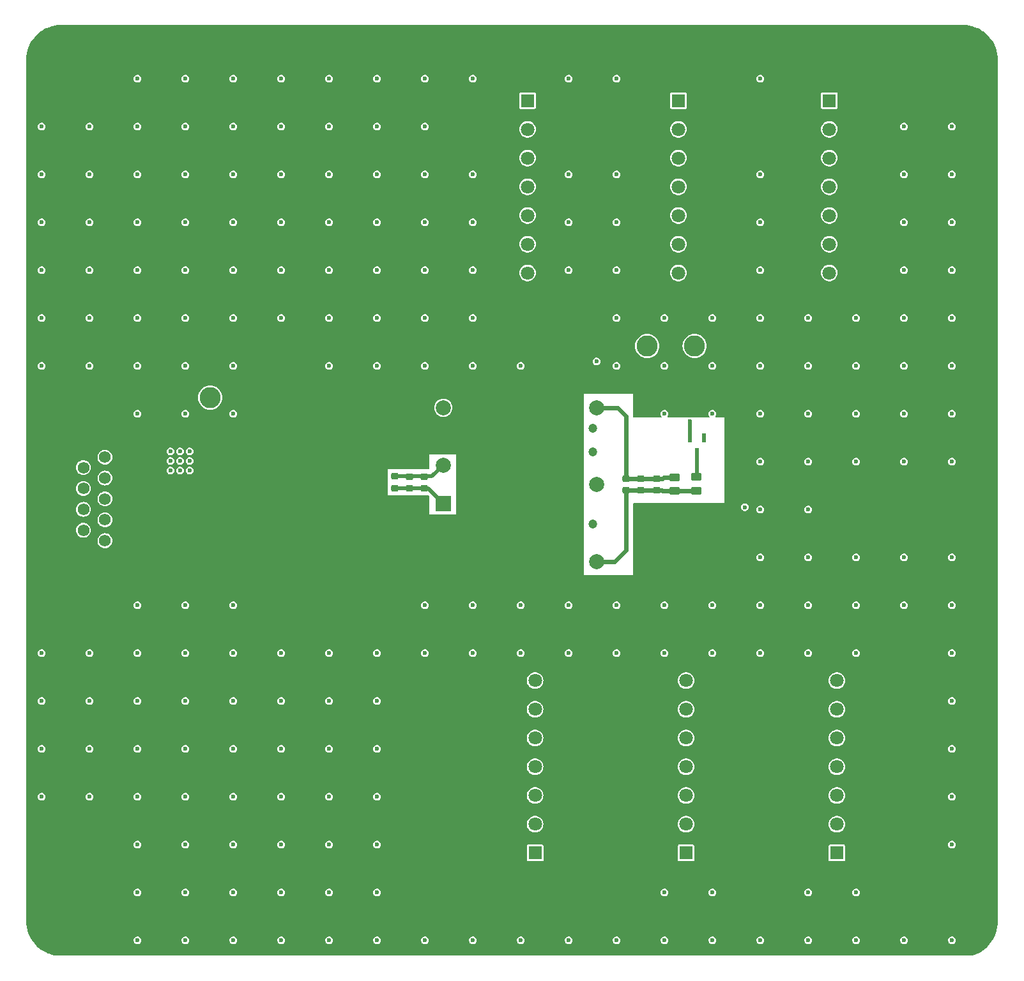
<source format=gbr>
%TF.GenerationSoftware,KiCad,Pcbnew,8.0.6*%
%TF.CreationDate,2025-03-03T14:35:36-05:00*%
%TF.ProjectId,SiPM_Bias_BRD_Telem_PWR,5369504d-5f42-4696-9173-5f4252445f54,rev?*%
%TF.SameCoordinates,Original*%
%TF.FileFunction,Copper,L6,Bot*%
%TF.FilePolarity,Positive*%
%FSLAX46Y46*%
G04 Gerber Fmt 4.6, Leading zero omitted, Abs format (unit mm)*
G04 Created by KiCad (PCBNEW 8.0.6) date 2025-03-03 14:35:36*
%MOMM*%
%LPD*%
G01*
G04 APERTURE LIST*
G04 Aperture macros list*
%AMRoundRect*
0 Rectangle with rounded corners*
0 $1 Rounding radius*
0 $2 $3 $4 $5 $6 $7 $8 $9 X,Y pos of 4 corners*
0 Add a 4 corners polygon primitive as box body*
4,1,4,$2,$3,$4,$5,$6,$7,$8,$9,$2,$3,0*
0 Add four circle primitives for the rounded corners*
1,1,$1+$1,$2,$3*
1,1,$1+$1,$4,$5*
1,1,$1+$1,$6,$7*
1,1,$1+$1,$8,$9*
0 Add four rect primitives between the rounded corners*
20,1,$1+$1,$2,$3,$4,$5,0*
20,1,$1+$1,$4,$5,$6,$7,0*
20,1,$1+$1,$6,$7,$8,$9,0*
20,1,$1+$1,$8,$9,$2,$3,0*%
G04 Aperture macros list end*
%TA.AperFunction,ComponentPad*%
%ADD10C,6.400000*%
%TD*%
%TA.AperFunction,ComponentPad*%
%ADD11R,1.800000X1.800000*%
%TD*%
%TA.AperFunction,ComponentPad*%
%ADD12C,1.800000*%
%TD*%
%TA.AperFunction,ComponentPad*%
%ADD13C,2.800000*%
%TD*%
%TA.AperFunction,ComponentPad*%
%ADD14C,1.560000*%
%TD*%
%TA.AperFunction,ComponentPad*%
%ADD15C,4.216000*%
%TD*%
%TA.AperFunction,ComponentPad*%
%ADD16R,2.000000X2.000000*%
%TD*%
%TA.AperFunction,ComponentPad*%
%ADD17C,2.000000*%
%TD*%
%TA.AperFunction,SMDPad,CuDef*%
%ADD18RoundRect,0.225000X0.250000X-0.225000X0.250000X0.225000X-0.250000X0.225000X-0.250000X-0.225000X0*%
%TD*%
%TA.AperFunction,SMDPad,CuDef*%
%ADD19RoundRect,0.073750X-0.221250X0.556250X-0.221250X-0.556250X0.221250X-0.556250X0.221250X0.556250X0*%
%TD*%
%TA.AperFunction,SMDPad,CuDef*%
%ADD20RoundRect,0.250000X0.450000X-0.262500X0.450000X0.262500X-0.450000X0.262500X-0.450000X-0.262500X0*%
%TD*%
%TA.AperFunction,ViaPad*%
%ADD21C,0.600000*%
%TD*%
%TA.AperFunction,ViaPad*%
%ADD22C,1.200000*%
%TD*%
%TA.AperFunction,Conductor*%
%ADD23C,0.500000*%
%TD*%
%TA.AperFunction,Conductor*%
%ADD24C,0.600000*%
%TD*%
G04 APERTURE END LIST*
D10*
%TO.P,H6,1,1*%
%TO.N,CHASSIS*%
X235000000Y-140000000D03*
%TD*%
D11*
%TO.P,J5,01,01*%
%TO.N,/V_P5V_RTN*%
X294000000Y-242400000D03*
D12*
%TO.P,J5,02,02*%
%TO.N,/V_P5V*%
X294000000Y-238590000D03*
%TO.P,J5,03,03*%
%TO.N,/V_P5V_RTN*%
X294000000Y-234780000D03*
%TO.P,J5,04,04*%
%TO.N,/V_SEC_RTN*%
X294000000Y-230970000D03*
%TO.P,J5,05,05*%
%TO.N,/V_SEC_IN*%
X294000000Y-227160000D03*
%TO.P,J5,06,06*%
%TO.N,/V_SEC_RTN*%
X294000000Y-223350000D03*
%TO.P,J5,07,07*%
%TO.N,/V_SEC_IN*%
X294000000Y-219540000D03*
%TD*%
D10*
%TO.P,H5,1,1*%
%TO.N,CHASSIS*%
X347000000Y-195000000D03*
%TD*%
D11*
%TO.P,J6,01,01*%
%TO.N,/V_P5V_RTN*%
X314000000Y-242400000D03*
D12*
%TO.P,J6,02,02*%
%TO.N,/V_P5V*%
X314000000Y-238590000D03*
%TO.P,J6,03,03*%
%TO.N,/V_P5V_RTN*%
X314000000Y-234780000D03*
%TO.P,J6,04,04*%
%TO.N,/V_SEC_RTN*%
X314000000Y-230970000D03*
%TO.P,J6,05,05*%
%TO.N,/V_SEC_IN*%
X314000000Y-227160000D03*
%TO.P,J6,06,06*%
%TO.N,/V_SEC_RTN*%
X314000000Y-223350000D03*
%TO.P,J6,07,07*%
%TO.N,/V_SEC_IN*%
X314000000Y-219540000D03*
%TD*%
D11*
%TO.P,J2,01,01*%
%TO.N,/V_P5V_RTN*%
X293000000Y-142600000D03*
D12*
%TO.P,J2,02,02*%
%TO.N,/V_P5V*%
X293000000Y-146410000D03*
%TO.P,J2,03,03*%
%TO.N,/V_P5V_RTN*%
X293000000Y-150220000D03*
%TO.P,J2,04,04*%
%TO.N,/V_SEC_RTN*%
X293000000Y-154030000D03*
%TO.P,J2,05,05*%
%TO.N,/V_SEC_IN*%
X293000000Y-157840000D03*
%TO.P,J2,06,06*%
%TO.N,/V_SEC_RTN*%
X293000000Y-161650000D03*
%TO.P,J2,07,07*%
%TO.N,/V_SEC_IN*%
X293000000Y-165460000D03*
%TD*%
D13*
%TO.P,P5V_{RTN},1,1*%
%TO.N,/V_P5V_RTN*%
X315150000Y-175140000D03*
%TD*%
D14*
%TO.P,J1,1*%
%TO.N,/V_SEC_RTN*%
X236980000Y-189900000D03*
%TO.P,J1,2*%
X236980000Y-192670000D03*
%TO.P,J1,3*%
%TO.N,unconnected-(J1-Pad3)*%
X236980000Y-195440000D03*
%TO.P,J1,4*%
%TO.N,/V_SEC_RTN*%
X236980000Y-198210000D03*
%TO.P,J1,5*%
X236980000Y-200980000D03*
%TO.P,J1,6*%
%TO.N,/V_SEC_IN*%
X234140000Y-191285000D03*
%TO.P,J1,7*%
X234140000Y-194055000D03*
%TO.P,J1,8*%
X234140000Y-196825000D03*
%TO.P,J1,9*%
X234140000Y-199595000D03*
D15*
%TO.P,J1,S1*%
%TO.N,CHASSIS*%
X235560000Y-182940000D03*
%TO.P,J1,S2*%
X235560000Y-207940000D03*
%TD*%
D10*
%TO.P,H2,1,1*%
%TO.N,CHASSIS*%
X347000000Y-245000000D03*
%TD*%
D11*
%TO.P,J7,01,01*%
%TO.N,/V_P5V_RTN*%
X334000000Y-242400000D03*
D12*
%TO.P,J7,02,02*%
%TO.N,/V_P5V*%
X334000000Y-238590000D03*
%TO.P,J7,03,03*%
%TO.N,/V_P5V_RTN*%
X334000000Y-234780000D03*
%TO.P,J7,04,04*%
%TO.N,/V_SEC_RTN*%
X334000000Y-230970000D03*
%TO.P,J7,05,05*%
%TO.N,/V_SEC_IN*%
X334000000Y-227160000D03*
%TO.P,J7,06,06*%
%TO.N,/V_SEC_RTN*%
X334000000Y-223350000D03*
%TO.P,J7,07,07*%
%TO.N,/V_SEC_IN*%
X334000000Y-219540000D03*
%TD*%
D10*
%TO.P,H1,1,1*%
%TO.N,CHASSIS*%
X235000000Y-245000000D03*
%TD*%
D11*
%TO.P,J4,01,01*%
%TO.N,/V_P5V_RTN*%
X333000000Y-142600000D03*
D12*
%TO.P,J4,02,02*%
%TO.N,/V_P5V*%
X333000000Y-146410000D03*
%TO.P,J4,03,03*%
%TO.N,/V_P5V_RTN*%
X333000000Y-150220000D03*
%TO.P,J4,04,04*%
%TO.N,/V_SEC_RTN*%
X333000000Y-154030000D03*
%TO.P,J4,05,05*%
%TO.N,/V_SEC_IN*%
X333000000Y-157840000D03*
%TO.P,J4,06,06*%
%TO.N,/V_SEC_RTN*%
X333000000Y-161650000D03*
%TO.P,J4,07,07*%
%TO.N,/V_SEC_IN*%
X333000000Y-165460000D03*
%TD*%
D13*
%TO.P,P12V_{RTN},1,1*%
%TO.N,/V_SEC_RTN*%
X250930000Y-181990000D03*
%TD*%
%TO.P,P5V,1,1*%
%TO.N,/V_P5V*%
X308860000Y-175160000D03*
%TD*%
D16*
%TO.P,U1,1,+VIN*%
%TO.N,/Telem_PWR_Single_Rail/V_POS*%
X281837721Y-196043157D03*
D17*
%TO.P,U1,2,-VIN*%
%TO.N,/Telem_PWR_Single_Rail/V_RTN*%
X281837721Y-190943157D03*
%TO.P,U1,3,+VOUT*%
%TO.N,/V_P5V*%
X302137721Y-203743157D03*
%TO.P,U1,4,TRIM*%
%TO.N,unconnected-(U1-TRIM-Pad4)*%
X302137721Y-193543157D03*
%TO.P,U1,5,-VOUT*%
%TO.N,/V_P5V_RTN*%
X302137721Y-183343157D03*
%TO.P,U1,6,REMOTE*%
%TO.N,unconnected-(U1-REMOTE-Pad6)*%
X281837721Y-183343157D03*
%TD*%
D11*
%TO.P,J3,01,01*%
%TO.N,/V_P5V_RTN*%
X313000000Y-142600000D03*
D12*
%TO.P,J3,02,02*%
%TO.N,/V_P5V*%
X313000000Y-146410000D03*
%TO.P,J3,03,03*%
%TO.N,/V_P5V_RTN*%
X313000000Y-150220000D03*
%TO.P,J3,04,04*%
%TO.N,/V_SEC_RTN*%
X313000000Y-154030000D03*
%TO.P,J3,05,05*%
%TO.N,/V_SEC_IN*%
X313000000Y-157840000D03*
%TO.P,J3,06,06*%
%TO.N,/V_SEC_RTN*%
X313000000Y-161650000D03*
%TO.P,J3,07,07*%
%TO.N,/V_SEC_IN*%
X313000000Y-165460000D03*
%TD*%
D13*
%TO.P,Chassis,1,1*%
%TO.N,CHASSIS*%
X270030000Y-245110000D03*
%TD*%
D10*
%TO.P,H3,1,1*%
%TO.N,CHASSIS*%
X347000000Y-140000000D03*
%TD*%
D18*
%TO.P,C4,1*%
%TO.N,/Telem_PWR_Single_Rail/V_POS*%
X277370221Y-194018157D03*
%TO.P,C4,2*%
%TO.N,/Telem_PWR_Single_Rail/V_RTN*%
X277370221Y-192468157D03*
%TD*%
%TO.P,C3,1*%
%TO.N,/Telem_PWR_Single_Rail/V_POS*%
X275430221Y-194008157D03*
%TO.P,C3,2*%
%TO.N,/Telem_PWR_Single_Rail/V_RTN*%
X275430221Y-192458157D03*
%TD*%
D19*
%TO.P,D1,1,A*%
%TO.N,/V_P5V_RTN*%
X314490000Y-187322500D03*
%TO.P,D1,2*%
%TO.N,N/C*%
X316390000Y-187322500D03*
%TO.P,D1,3,K*%
%TO.N,Net-(D1-K)*%
X315440000Y-189282500D03*
%TD*%
D18*
%TO.P,C9,1*%
%TO.N,/V_P5V*%
X310100221Y-194268157D03*
%TO.P,C9,2*%
%TO.N,/V_P5V_RTN*%
X310100221Y-192718157D03*
%TD*%
D20*
%TO.P,R5,1*%
%TO.N,/V_P5V*%
X315400000Y-194365000D03*
%TO.P,R5,2*%
%TO.N,Net-(D1-K)*%
X315400000Y-192540000D03*
%TD*%
D18*
%TO.P,C6,1*%
%TO.N,/V_P5V*%
X306060221Y-194298157D03*
%TO.P,C6,2*%
%TO.N,/V_P5V_RTN*%
X306060221Y-192748157D03*
%TD*%
%TO.P,C5,1*%
%TO.N,/Telem_PWR_Single_Rail/V_POS*%
X279300221Y-194018157D03*
%TO.P,C5,2*%
%TO.N,/Telem_PWR_Single_Rail/V_RTN*%
X279300221Y-192468157D03*
%TD*%
D20*
%TO.P,R1,1*%
%TO.N,/V_P5V*%
X312490221Y-194385657D03*
%TO.P,R1,2*%
%TO.N,/V_P5V_RTN*%
X312490221Y-192560657D03*
%TD*%
D18*
%TO.P,C8,1*%
%TO.N,/V_P5V*%
X308030221Y-194268157D03*
%TO.P,C8,2*%
%TO.N,/V_P5V_RTN*%
X308030221Y-192718157D03*
%TD*%
D21*
%TO.N,/V_SEC_RTN*%
X336550000Y-247650000D03*
X245670000Y-190400000D03*
X323850000Y-165100000D03*
X304800000Y-209550000D03*
X273050000Y-152400000D03*
X323850000Y-215900000D03*
X336550000Y-171450000D03*
X317500000Y-209550000D03*
X323850000Y-209550000D03*
X247650000Y-158750000D03*
X323850000Y-177800000D03*
X228600000Y-222250000D03*
X241300000Y-171450000D03*
X285750000Y-215900000D03*
X285750000Y-171450000D03*
X254000000Y-228600000D03*
X311150000Y-171450000D03*
X279400000Y-165100000D03*
X273050000Y-139700000D03*
X323850000Y-190500000D03*
X273050000Y-228600000D03*
X266700000Y-171450000D03*
X266700000Y-158750000D03*
X273050000Y-165100000D03*
X247650000Y-254000000D03*
X273050000Y-158750000D03*
X260350000Y-165100000D03*
X349250000Y-203200000D03*
X349250000Y-152400000D03*
X273050000Y-241300000D03*
X248210000Y-190400000D03*
X323850000Y-184150000D03*
X311150000Y-184150000D03*
X330200000Y-184150000D03*
X241300000Y-228600000D03*
X266700000Y-139700000D03*
X273050000Y-222250000D03*
X241300000Y-177800000D03*
X330200000Y-247650000D03*
X317500000Y-254000000D03*
X273050000Y-234950000D03*
X342900000Y-152400000D03*
X292100000Y-254000000D03*
X349250000Y-171450000D03*
X304800000Y-171450000D03*
X349250000Y-254000000D03*
X336550000Y-254000000D03*
X260350000Y-139700000D03*
X317500000Y-247650000D03*
X266700000Y-247650000D03*
X342900000Y-171450000D03*
X304800000Y-158750000D03*
X246940000Y-191670000D03*
X342900000Y-146050000D03*
X336550000Y-209550000D03*
X279400000Y-209550000D03*
X304800000Y-177800000D03*
X254000000Y-146050000D03*
X247650000Y-184150000D03*
X285750000Y-254000000D03*
X228600000Y-152400000D03*
X311150000Y-254000000D03*
X247650000Y-209550000D03*
X241300000Y-139700000D03*
X292100000Y-215900000D03*
X266700000Y-177800000D03*
X247650000Y-215900000D03*
X330200000Y-190500000D03*
X273050000Y-171450000D03*
X241300000Y-234950000D03*
X241300000Y-165100000D03*
X254000000Y-177800000D03*
X298450000Y-254000000D03*
X266700000Y-152400000D03*
X241300000Y-152400000D03*
X247650000Y-177800000D03*
X247650000Y-234950000D03*
X247650000Y-165100000D03*
X260350000Y-171450000D03*
X273050000Y-215900000D03*
X260350000Y-234950000D03*
X241300000Y-254000000D03*
X330200000Y-177800000D03*
X260350000Y-222250000D03*
X254000000Y-165100000D03*
X298450000Y-209550000D03*
X254000000Y-222250000D03*
X254000000Y-184150000D03*
X266700000Y-165100000D03*
X330200000Y-209550000D03*
X245670000Y-189130000D03*
X254000000Y-209550000D03*
X349250000Y-146050000D03*
X336550000Y-215900000D03*
X342900000Y-203200000D03*
X279400000Y-146050000D03*
X241300000Y-222250000D03*
X349250000Y-241300000D03*
X349250000Y-177800000D03*
X273050000Y-247650000D03*
X342900000Y-209550000D03*
X254000000Y-215900000D03*
X304800000Y-254000000D03*
X279400000Y-254000000D03*
X311150000Y-215900000D03*
X260350000Y-254000000D03*
X254000000Y-247650000D03*
X234950000Y-177800000D03*
X336550000Y-190500000D03*
X241300000Y-184150000D03*
X228600000Y-171450000D03*
X311150000Y-209550000D03*
X323850000Y-196850000D03*
X234950000Y-165100000D03*
X241300000Y-247650000D03*
X279400000Y-171450000D03*
X260350000Y-228600000D03*
X349250000Y-215900000D03*
X266700000Y-241300000D03*
X254000000Y-158750000D03*
X247650000Y-171450000D03*
X323850000Y-203200000D03*
X285750000Y-158750000D03*
X247650000Y-228600000D03*
X285750000Y-139700000D03*
X234950000Y-171450000D03*
X254000000Y-254000000D03*
X247650000Y-222250000D03*
X304800000Y-139700000D03*
X260350000Y-247650000D03*
X336550000Y-184150000D03*
X260350000Y-158750000D03*
X285750000Y-209550000D03*
X285750000Y-152400000D03*
X342900000Y-158750000D03*
X349250000Y-190500000D03*
X342900000Y-165100000D03*
X234950000Y-215900000D03*
X342900000Y-190500000D03*
X349250000Y-234950000D03*
X342900000Y-177800000D03*
X317500000Y-184150000D03*
X273050000Y-177800000D03*
X228600000Y-146050000D03*
X234950000Y-158750000D03*
X279400000Y-152400000D03*
X266700000Y-254000000D03*
X273050000Y-146050000D03*
X254000000Y-234950000D03*
X245670000Y-191670000D03*
X234950000Y-234950000D03*
X330200000Y-203200000D03*
X228600000Y-215900000D03*
X241300000Y-241300000D03*
X317500000Y-177800000D03*
X241300000Y-158750000D03*
X247650000Y-139700000D03*
X241300000Y-209550000D03*
X260350000Y-146050000D03*
X304800000Y-152400000D03*
X323850000Y-171450000D03*
X279400000Y-139700000D03*
X323850000Y-254000000D03*
X234950000Y-222250000D03*
X323850000Y-152400000D03*
X330200000Y-196850000D03*
X330200000Y-215900000D03*
X247650000Y-241300000D03*
X349250000Y-158750000D03*
X260350000Y-215900000D03*
X279400000Y-177800000D03*
X260350000Y-152400000D03*
X311150000Y-177800000D03*
X234950000Y-228600000D03*
X260350000Y-241300000D03*
X247650000Y-152400000D03*
X241300000Y-215900000D03*
X246940000Y-189130000D03*
X248210000Y-191670000D03*
X246940000Y-190400000D03*
X254000000Y-139700000D03*
X342900000Y-254000000D03*
X330200000Y-171450000D03*
X349250000Y-209550000D03*
X323850000Y-139700000D03*
X304800000Y-165100000D03*
X266700000Y-228600000D03*
X228600000Y-158750000D03*
X254000000Y-241300000D03*
X234950000Y-146050000D03*
X247650000Y-247650000D03*
X349250000Y-222250000D03*
X323850000Y-158750000D03*
X273050000Y-254000000D03*
X266700000Y-146050000D03*
X336550000Y-177800000D03*
X311150000Y-247650000D03*
X298450000Y-139700000D03*
X254000000Y-171450000D03*
X285750000Y-165100000D03*
X266700000Y-215900000D03*
X228600000Y-228600000D03*
X247650000Y-146050000D03*
X298450000Y-165100000D03*
X298450000Y-152400000D03*
X285750000Y-177800000D03*
X266700000Y-222250000D03*
X342900000Y-184150000D03*
X336550000Y-203200000D03*
X298450000Y-215900000D03*
X234950000Y-152400000D03*
X292100000Y-177800000D03*
X298450000Y-158750000D03*
X349250000Y-184150000D03*
X292100000Y-209550000D03*
X228600000Y-177800000D03*
X317500000Y-215900000D03*
X228600000Y-165100000D03*
X241300000Y-146050000D03*
X349250000Y-228600000D03*
X304800000Y-215900000D03*
X228600000Y-234950000D03*
X266700000Y-234950000D03*
X279400000Y-158750000D03*
X248210000Y-189130000D03*
X317500000Y-171450000D03*
X349250000Y-165100000D03*
X279400000Y-215900000D03*
X330200000Y-254000000D03*
X254000000Y-152400000D03*
D22*
%TO.N,CHASSIS*%
X292100000Y-182880000D03*
X301625000Y-186055000D03*
X298450000Y-192405000D03*
X282575000Y-198755000D03*
X295275000Y-192405000D03*
X292100000Y-195580000D03*
X298450000Y-182880000D03*
X292100000Y-192405000D03*
X288925000Y-195580000D03*
X292100000Y-189230000D03*
D21*
X297000221Y-177193157D03*
D22*
X295275000Y-198755000D03*
X295275000Y-189230000D03*
X292100000Y-205105000D03*
X295275000Y-205105000D03*
X298450000Y-189230000D03*
X285750000Y-201930000D03*
X288925000Y-198755000D03*
X285750000Y-198755000D03*
X292100000Y-186055000D03*
X282575000Y-205105000D03*
X288925000Y-182880000D03*
X288925000Y-192405000D03*
X298450000Y-195580000D03*
X285750000Y-205105000D03*
X288925000Y-189230000D03*
X298450000Y-186055000D03*
X295275000Y-195580000D03*
X285750000Y-192405000D03*
X282575000Y-186055000D03*
X292100000Y-198755000D03*
X295275000Y-182880000D03*
X288925000Y-186055000D03*
X298450000Y-205105000D03*
X288925000Y-205105000D03*
X301625000Y-198755000D03*
X285750000Y-182880000D03*
X298450000Y-201930000D03*
X295275000Y-201930000D03*
X298450000Y-198755000D03*
X292100000Y-201930000D03*
X288925000Y-201930000D03*
X285750000Y-186055000D03*
X285750000Y-195580000D03*
X282575000Y-201930000D03*
X301625000Y-189230000D03*
X285750000Y-189230000D03*
X295275000Y-186055000D03*
D21*
%TO.N,/V_P5V_RTN*%
X302150221Y-177203157D03*
X314490000Y-185142500D03*
X321800000Y-196540000D03*
%TD*%
D23*
%TO.N,/Telem_PWR_Single_Rail/V_POS*%
X275430221Y-194008157D02*
X279802721Y-194008157D01*
X279802721Y-194008157D02*
X281837721Y-196043157D01*
D24*
%TO.N,/V_P5V*%
X315379343Y-194385657D02*
X315400000Y-194365000D01*
X312490221Y-194385657D02*
X315379343Y-194385657D01*
X306060221Y-194298157D02*
X310070221Y-194298157D01*
X310070221Y-194298157D02*
X310100221Y-194268157D01*
X310100221Y-194268157D02*
X310795221Y-194268157D01*
X310912721Y-194385657D02*
X312490221Y-194385657D01*
X304556843Y-203743157D02*
X302137721Y-203743157D01*
X306060221Y-194298157D02*
X306060221Y-202239779D01*
X310795221Y-194268157D02*
X310912721Y-194385657D01*
X306060221Y-202239779D02*
X304556843Y-203743157D01*
D23*
%TO.N,/Telem_PWR_Single_Rail/V_RTN*%
X275430221Y-192458157D02*
X280322721Y-192458157D01*
X280322721Y-192458157D02*
X281837721Y-190943157D01*
D24*
%TO.N,/V_P5V_RTN*%
X310905221Y-192718157D02*
X311062721Y-192560657D01*
X306060221Y-192748157D02*
X310070221Y-192748157D01*
X306060221Y-192748157D02*
X306060221Y-184430221D01*
X304973157Y-183343157D02*
X302137721Y-183343157D01*
X310070221Y-192748157D02*
X310100221Y-192718157D01*
X306060221Y-184430221D02*
X304973157Y-183343157D01*
X311062721Y-192560657D02*
X312490221Y-192560657D01*
X310100221Y-192718157D02*
X310905221Y-192718157D01*
D23*
X314490000Y-187322500D02*
X314490000Y-185142500D01*
%TO.N,Net-(D1-K)*%
X315440000Y-189282500D02*
X315440000Y-192500000D01*
%TD*%
%TA.AperFunction,Conductor*%
%TO.N,CHASSIS*%
G36*
X350740600Y-132580618D02*
G01*
X350753717Y-132581190D01*
X351131640Y-132597690D01*
X351142377Y-132598630D01*
X351527760Y-132649367D01*
X351538388Y-132651240D01*
X351917888Y-132735373D01*
X351928308Y-132738165D01*
X352299020Y-132855050D01*
X352309178Y-132858747D01*
X352668286Y-133007495D01*
X352678078Y-133012061D01*
X353022864Y-133191545D01*
X353032204Y-133196938D01*
X353302332Y-133369029D01*
X353360021Y-133405781D01*
X353368882Y-133411985D01*
X353677252Y-133648605D01*
X353685539Y-133655559D01*
X353972103Y-133918146D01*
X353979752Y-133925795D01*
X354242339Y-134212359D01*
X354249293Y-134220646D01*
X354485913Y-134529015D01*
X354492117Y-134537876D01*
X354700952Y-134865679D01*
X354706361Y-134875047D01*
X354885834Y-135219813D01*
X354890406Y-135229617D01*
X355039150Y-135588717D01*
X355042850Y-135598883D01*
X355159727Y-135969570D01*
X355162527Y-135980018D01*
X355246656Y-136359498D01*
X355248534Y-136370151D01*
X355299267Y-136755499D01*
X355300210Y-136766276D01*
X355317280Y-137157251D01*
X355317398Y-137162660D01*
X355317398Y-251525891D01*
X355318230Y-251532212D01*
X355319177Y-251553680D01*
X355305941Y-251863868D01*
X355305041Y-251874403D01*
X355254139Y-252270106D01*
X355252344Y-252280525D01*
X355167921Y-252670444D01*
X355165245Y-252680672D01*
X355047917Y-253061972D01*
X355044380Y-253071936D01*
X354894989Y-253441871D01*
X354890616Y-253451496D01*
X354710259Y-253807356D01*
X354705081Y-253816575D01*
X354495063Y-254155778D01*
X354489119Y-254164521D01*
X354250978Y-254484591D01*
X354244311Y-254492797D01*
X353979761Y-254791426D01*
X353972420Y-254799034D01*
X353683398Y-255074037D01*
X353675434Y-255080992D01*
X353364033Y-255330377D01*
X353355507Y-255336628D01*
X353023987Y-255558585D01*
X353014958Y-255564087D01*
X352665747Y-255756989D01*
X352656283Y-255761702D01*
X352291909Y-255924155D01*
X352282078Y-255928044D01*
X351980742Y-256032642D01*
X351940080Y-256039499D01*
X350454108Y-256039500D01*
X231142706Y-256039500D01*
X231137297Y-256039382D01*
X230746276Y-256022310D01*
X230735501Y-256021367D01*
X230646792Y-256009688D01*
X230350151Y-255970634D01*
X230339498Y-255968756D01*
X229960021Y-255884628D01*
X229949572Y-255881828D01*
X229578879Y-255764949D01*
X229568714Y-255761249D01*
X229564607Y-255759548D01*
X229439825Y-255707861D01*
X229209618Y-255612507D01*
X229199814Y-255607935D01*
X228855057Y-255428465D01*
X228845689Y-255423057D01*
X228517869Y-255214213D01*
X228509008Y-255208008D01*
X228200646Y-254971394D01*
X228192359Y-254964440D01*
X227905795Y-254701853D01*
X227898146Y-254694204D01*
X227635559Y-254407640D01*
X227628605Y-254399353D01*
X227391991Y-254090991D01*
X227385786Y-254082130D01*
X227333464Y-254000000D01*
X240794353Y-254000000D01*
X240814834Y-254142456D01*
X240822970Y-254160271D01*
X240874623Y-254273373D01*
X240968872Y-254382143D01*
X241089947Y-254459953D01*
X241089950Y-254459954D01*
X241089949Y-254459954D01*
X241228036Y-254500499D01*
X241228038Y-254500500D01*
X241228039Y-254500500D01*
X241371962Y-254500500D01*
X241371962Y-254500499D01*
X241510053Y-254459953D01*
X241631128Y-254382143D01*
X241725377Y-254273373D01*
X241785165Y-254142457D01*
X241805647Y-254000000D01*
X247144353Y-254000000D01*
X247164834Y-254142456D01*
X247172970Y-254160271D01*
X247224623Y-254273373D01*
X247318872Y-254382143D01*
X247439947Y-254459953D01*
X247439950Y-254459954D01*
X247439949Y-254459954D01*
X247578036Y-254500499D01*
X247578038Y-254500500D01*
X247578039Y-254500500D01*
X247721962Y-254500500D01*
X247721962Y-254500499D01*
X247860053Y-254459953D01*
X247981128Y-254382143D01*
X248075377Y-254273373D01*
X248135165Y-254142457D01*
X248155647Y-254000000D01*
X253494353Y-254000000D01*
X253514834Y-254142456D01*
X253522970Y-254160271D01*
X253574623Y-254273373D01*
X253668872Y-254382143D01*
X253789947Y-254459953D01*
X253789950Y-254459954D01*
X253789949Y-254459954D01*
X253928036Y-254500499D01*
X253928038Y-254500500D01*
X253928039Y-254500500D01*
X254071962Y-254500500D01*
X254071962Y-254500499D01*
X254210053Y-254459953D01*
X254331128Y-254382143D01*
X254425377Y-254273373D01*
X254485165Y-254142457D01*
X254505647Y-254000000D01*
X259844353Y-254000000D01*
X259864834Y-254142456D01*
X259872970Y-254160271D01*
X259924623Y-254273373D01*
X260018872Y-254382143D01*
X260139947Y-254459953D01*
X260139950Y-254459954D01*
X260139949Y-254459954D01*
X260278036Y-254500499D01*
X260278038Y-254500500D01*
X260278039Y-254500500D01*
X260421962Y-254500500D01*
X260421962Y-254500499D01*
X260560053Y-254459953D01*
X260681128Y-254382143D01*
X260775377Y-254273373D01*
X260835165Y-254142457D01*
X260855647Y-254000000D01*
X266194353Y-254000000D01*
X266214834Y-254142456D01*
X266222970Y-254160271D01*
X266274623Y-254273373D01*
X266368872Y-254382143D01*
X266489947Y-254459953D01*
X266489950Y-254459954D01*
X266489949Y-254459954D01*
X266628036Y-254500499D01*
X266628038Y-254500500D01*
X266628039Y-254500500D01*
X266771962Y-254500500D01*
X266771962Y-254500499D01*
X266910053Y-254459953D01*
X267031128Y-254382143D01*
X267125377Y-254273373D01*
X267185165Y-254142457D01*
X267205647Y-254000000D01*
X272544353Y-254000000D01*
X272564834Y-254142456D01*
X272572970Y-254160271D01*
X272624623Y-254273373D01*
X272718872Y-254382143D01*
X272839947Y-254459953D01*
X272839950Y-254459954D01*
X272839949Y-254459954D01*
X272978036Y-254500499D01*
X272978038Y-254500500D01*
X272978039Y-254500500D01*
X273121962Y-254500500D01*
X273121962Y-254500499D01*
X273260053Y-254459953D01*
X273381128Y-254382143D01*
X273475377Y-254273373D01*
X273535165Y-254142457D01*
X273555647Y-254000000D01*
X278894353Y-254000000D01*
X278914834Y-254142456D01*
X278922970Y-254160271D01*
X278974623Y-254273373D01*
X279068872Y-254382143D01*
X279189947Y-254459953D01*
X279189950Y-254459954D01*
X279189949Y-254459954D01*
X279328036Y-254500499D01*
X279328038Y-254500500D01*
X279328039Y-254500500D01*
X279471962Y-254500500D01*
X279471962Y-254500499D01*
X279610053Y-254459953D01*
X279731128Y-254382143D01*
X279825377Y-254273373D01*
X279885165Y-254142457D01*
X279905647Y-254000000D01*
X285244353Y-254000000D01*
X285264834Y-254142456D01*
X285272970Y-254160271D01*
X285324623Y-254273373D01*
X285418872Y-254382143D01*
X285539947Y-254459953D01*
X285539950Y-254459954D01*
X285539949Y-254459954D01*
X285678036Y-254500499D01*
X285678038Y-254500500D01*
X285678039Y-254500500D01*
X285821962Y-254500500D01*
X285821962Y-254500499D01*
X285960053Y-254459953D01*
X286081128Y-254382143D01*
X286175377Y-254273373D01*
X286235165Y-254142457D01*
X286255647Y-254000000D01*
X291594353Y-254000000D01*
X291614834Y-254142456D01*
X291622970Y-254160271D01*
X291674623Y-254273373D01*
X291768872Y-254382143D01*
X291889947Y-254459953D01*
X291889950Y-254459954D01*
X291889949Y-254459954D01*
X292028036Y-254500499D01*
X292028038Y-254500500D01*
X292028039Y-254500500D01*
X292171962Y-254500500D01*
X292171962Y-254500499D01*
X292310053Y-254459953D01*
X292431128Y-254382143D01*
X292525377Y-254273373D01*
X292585165Y-254142457D01*
X292605647Y-254000000D01*
X297944353Y-254000000D01*
X297964834Y-254142456D01*
X297972970Y-254160271D01*
X298024623Y-254273373D01*
X298118872Y-254382143D01*
X298239947Y-254459953D01*
X298239950Y-254459954D01*
X298239949Y-254459954D01*
X298378036Y-254500499D01*
X298378038Y-254500500D01*
X298378039Y-254500500D01*
X298521962Y-254500500D01*
X298521962Y-254500499D01*
X298660053Y-254459953D01*
X298781128Y-254382143D01*
X298875377Y-254273373D01*
X298935165Y-254142457D01*
X298955647Y-254000000D01*
X304294353Y-254000000D01*
X304314834Y-254142456D01*
X304322970Y-254160271D01*
X304374623Y-254273373D01*
X304468872Y-254382143D01*
X304589947Y-254459953D01*
X304589950Y-254459954D01*
X304589949Y-254459954D01*
X304728036Y-254500499D01*
X304728038Y-254500500D01*
X304728039Y-254500500D01*
X304871962Y-254500500D01*
X304871962Y-254500499D01*
X305010053Y-254459953D01*
X305131128Y-254382143D01*
X305225377Y-254273373D01*
X305285165Y-254142457D01*
X305305647Y-254000000D01*
X310644353Y-254000000D01*
X310664834Y-254142456D01*
X310672970Y-254160271D01*
X310724623Y-254273373D01*
X310818872Y-254382143D01*
X310939947Y-254459953D01*
X310939950Y-254459954D01*
X310939949Y-254459954D01*
X311078036Y-254500499D01*
X311078038Y-254500500D01*
X311078039Y-254500500D01*
X311221962Y-254500500D01*
X311221962Y-254500499D01*
X311360053Y-254459953D01*
X311481128Y-254382143D01*
X311575377Y-254273373D01*
X311635165Y-254142457D01*
X311655647Y-254000000D01*
X316994353Y-254000000D01*
X317014834Y-254142456D01*
X317022970Y-254160271D01*
X317074623Y-254273373D01*
X317168872Y-254382143D01*
X317289947Y-254459953D01*
X317289950Y-254459954D01*
X317289949Y-254459954D01*
X317428036Y-254500499D01*
X317428038Y-254500500D01*
X317428039Y-254500500D01*
X317571962Y-254500500D01*
X317571962Y-254500499D01*
X317710053Y-254459953D01*
X317831128Y-254382143D01*
X317925377Y-254273373D01*
X317985165Y-254142457D01*
X318005647Y-254000000D01*
X323344353Y-254000000D01*
X323364834Y-254142456D01*
X323372970Y-254160271D01*
X323424623Y-254273373D01*
X323518872Y-254382143D01*
X323639947Y-254459953D01*
X323639950Y-254459954D01*
X323639949Y-254459954D01*
X323778036Y-254500499D01*
X323778038Y-254500500D01*
X323778039Y-254500500D01*
X323921962Y-254500500D01*
X323921962Y-254500499D01*
X324060053Y-254459953D01*
X324181128Y-254382143D01*
X324275377Y-254273373D01*
X324335165Y-254142457D01*
X324355647Y-254000000D01*
X329694353Y-254000000D01*
X329714834Y-254142456D01*
X329722970Y-254160271D01*
X329774623Y-254273373D01*
X329868872Y-254382143D01*
X329989947Y-254459953D01*
X329989950Y-254459954D01*
X329989949Y-254459954D01*
X330128036Y-254500499D01*
X330128038Y-254500500D01*
X330128039Y-254500500D01*
X330271962Y-254500500D01*
X330271962Y-254500499D01*
X330410053Y-254459953D01*
X330531128Y-254382143D01*
X330625377Y-254273373D01*
X330685165Y-254142457D01*
X330705647Y-254000000D01*
X336044353Y-254000000D01*
X336064834Y-254142456D01*
X336072970Y-254160271D01*
X336124623Y-254273373D01*
X336218872Y-254382143D01*
X336339947Y-254459953D01*
X336339950Y-254459954D01*
X336339949Y-254459954D01*
X336478036Y-254500499D01*
X336478038Y-254500500D01*
X336478039Y-254500500D01*
X336621962Y-254500500D01*
X336621962Y-254500499D01*
X336760053Y-254459953D01*
X336881128Y-254382143D01*
X336975377Y-254273373D01*
X337035165Y-254142457D01*
X337055647Y-254000000D01*
X342394353Y-254000000D01*
X342414834Y-254142456D01*
X342422970Y-254160271D01*
X342474623Y-254273373D01*
X342568872Y-254382143D01*
X342689947Y-254459953D01*
X342689950Y-254459954D01*
X342689949Y-254459954D01*
X342828036Y-254500499D01*
X342828038Y-254500500D01*
X342828039Y-254500500D01*
X342971962Y-254500500D01*
X342971962Y-254500499D01*
X343110053Y-254459953D01*
X343231128Y-254382143D01*
X343325377Y-254273373D01*
X343385165Y-254142457D01*
X343405647Y-254000000D01*
X348744353Y-254000000D01*
X348764834Y-254142456D01*
X348772970Y-254160271D01*
X348824623Y-254273373D01*
X348918872Y-254382143D01*
X349039947Y-254459953D01*
X349039950Y-254459954D01*
X349039949Y-254459954D01*
X349178036Y-254500499D01*
X349178038Y-254500500D01*
X349178039Y-254500500D01*
X349321962Y-254500500D01*
X349321962Y-254500499D01*
X349460053Y-254459953D01*
X349581128Y-254382143D01*
X349675377Y-254273373D01*
X349735165Y-254142457D01*
X349755647Y-254000000D01*
X349735165Y-253857543D01*
X349675377Y-253726627D01*
X349581128Y-253617857D01*
X349460053Y-253540047D01*
X349460051Y-253540046D01*
X349460049Y-253540045D01*
X349460050Y-253540045D01*
X349321963Y-253499500D01*
X349321961Y-253499500D01*
X349178039Y-253499500D01*
X349178036Y-253499500D01*
X349039949Y-253540045D01*
X348918873Y-253617856D01*
X348824623Y-253726626D01*
X348824622Y-253726628D01*
X348764834Y-253857543D01*
X348744353Y-254000000D01*
X343405647Y-254000000D01*
X343385165Y-253857543D01*
X343325377Y-253726627D01*
X343231128Y-253617857D01*
X343110053Y-253540047D01*
X343110051Y-253540046D01*
X343110049Y-253540045D01*
X343110050Y-253540045D01*
X342971963Y-253499500D01*
X342971961Y-253499500D01*
X342828039Y-253499500D01*
X342828036Y-253499500D01*
X342689949Y-253540045D01*
X342568873Y-253617856D01*
X342474623Y-253726626D01*
X342474622Y-253726628D01*
X342414834Y-253857543D01*
X342394353Y-254000000D01*
X337055647Y-254000000D01*
X337035165Y-253857543D01*
X336975377Y-253726627D01*
X336881128Y-253617857D01*
X336760053Y-253540047D01*
X336760051Y-253540046D01*
X336760049Y-253540045D01*
X336760050Y-253540045D01*
X336621963Y-253499500D01*
X336621961Y-253499500D01*
X336478039Y-253499500D01*
X336478036Y-253499500D01*
X336339949Y-253540045D01*
X336218873Y-253617856D01*
X336124623Y-253726626D01*
X336124622Y-253726628D01*
X336064834Y-253857543D01*
X336044353Y-254000000D01*
X330705647Y-254000000D01*
X330685165Y-253857543D01*
X330625377Y-253726627D01*
X330531128Y-253617857D01*
X330410053Y-253540047D01*
X330410051Y-253540046D01*
X330410049Y-253540045D01*
X330410050Y-253540045D01*
X330271963Y-253499500D01*
X330271961Y-253499500D01*
X330128039Y-253499500D01*
X330128036Y-253499500D01*
X329989949Y-253540045D01*
X329868873Y-253617856D01*
X329774623Y-253726626D01*
X329774622Y-253726628D01*
X329714834Y-253857543D01*
X329694353Y-254000000D01*
X324355647Y-254000000D01*
X324335165Y-253857543D01*
X324275377Y-253726627D01*
X324181128Y-253617857D01*
X324060053Y-253540047D01*
X324060051Y-253540046D01*
X324060049Y-253540045D01*
X324060050Y-253540045D01*
X323921963Y-253499500D01*
X323921961Y-253499500D01*
X323778039Y-253499500D01*
X323778036Y-253499500D01*
X323639949Y-253540045D01*
X323518873Y-253617856D01*
X323424623Y-253726626D01*
X323424622Y-253726628D01*
X323364834Y-253857543D01*
X323344353Y-254000000D01*
X318005647Y-254000000D01*
X317985165Y-253857543D01*
X317925377Y-253726627D01*
X317831128Y-253617857D01*
X317710053Y-253540047D01*
X317710051Y-253540046D01*
X317710049Y-253540045D01*
X317710050Y-253540045D01*
X317571963Y-253499500D01*
X317571961Y-253499500D01*
X317428039Y-253499500D01*
X317428036Y-253499500D01*
X317289949Y-253540045D01*
X317168873Y-253617856D01*
X317074623Y-253726626D01*
X317074622Y-253726628D01*
X317014834Y-253857543D01*
X316994353Y-254000000D01*
X311655647Y-254000000D01*
X311635165Y-253857543D01*
X311575377Y-253726627D01*
X311481128Y-253617857D01*
X311360053Y-253540047D01*
X311360051Y-253540046D01*
X311360049Y-253540045D01*
X311360050Y-253540045D01*
X311221963Y-253499500D01*
X311221961Y-253499500D01*
X311078039Y-253499500D01*
X311078036Y-253499500D01*
X310939949Y-253540045D01*
X310818873Y-253617856D01*
X310724623Y-253726626D01*
X310724622Y-253726628D01*
X310664834Y-253857543D01*
X310644353Y-254000000D01*
X305305647Y-254000000D01*
X305285165Y-253857543D01*
X305225377Y-253726627D01*
X305131128Y-253617857D01*
X305010053Y-253540047D01*
X305010051Y-253540046D01*
X305010049Y-253540045D01*
X305010050Y-253540045D01*
X304871963Y-253499500D01*
X304871961Y-253499500D01*
X304728039Y-253499500D01*
X304728036Y-253499500D01*
X304589949Y-253540045D01*
X304468873Y-253617856D01*
X304374623Y-253726626D01*
X304374622Y-253726628D01*
X304314834Y-253857543D01*
X304294353Y-254000000D01*
X298955647Y-254000000D01*
X298935165Y-253857543D01*
X298875377Y-253726627D01*
X298781128Y-253617857D01*
X298660053Y-253540047D01*
X298660051Y-253540046D01*
X298660049Y-253540045D01*
X298660050Y-253540045D01*
X298521963Y-253499500D01*
X298521961Y-253499500D01*
X298378039Y-253499500D01*
X298378036Y-253499500D01*
X298239949Y-253540045D01*
X298118873Y-253617856D01*
X298024623Y-253726626D01*
X298024622Y-253726628D01*
X297964834Y-253857543D01*
X297944353Y-254000000D01*
X292605647Y-254000000D01*
X292585165Y-253857543D01*
X292525377Y-253726627D01*
X292431128Y-253617857D01*
X292310053Y-253540047D01*
X292310051Y-253540046D01*
X292310049Y-253540045D01*
X292310050Y-253540045D01*
X292171963Y-253499500D01*
X292171961Y-253499500D01*
X292028039Y-253499500D01*
X292028036Y-253499500D01*
X291889949Y-253540045D01*
X291768873Y-253617856D01*
X291674623Y-253726626D01*
X291674622Y-253726628D01*
X291614834Y-253857543D01*
X291594353Y-254000000D01*
X286255647Y-254000000D01*
X286235165Y-253857543D01*
X286175377Y-253726627D01*
X286081128Y-253617857D01*
X285960053Y-253540047D01*
X285960051Y-253540046D01*
X285960049Y-253540045D01*
X285960050Y-253540045D01*
X285821963Y-253499500D01*
X285821961Y-253499500D01*
X285678039Y-253499500D01*
X285678036Y-253499500D01*
X285539949Y-253540045D01*
X285418873Y-253617856D01*
X285324623Y-253726626D01*
X285324622Y-253726628D01*
X285264834Y-253857543D01*
X285244353Y-254000000D01*
X279905647Y-254000000D01*
X279885165Y-253857543D01*
X279825377Y-253726627D01*
X279731128Y-253617857D01*
X279610053Y-253540047D01*
X279610051Y-253540046D01*
X279610049Y-253540045D01*
X279610050Y-253540045D01*
X279471963Y-253499500D01*
X279471961Y-253499500D01*
X279328039Y-253499500D01*
X279328036Y-253499500D01*
X279189949Y-253540045D01*
X279068873Y-253617856D01*
X278974623Y-253726626D01*
X278974622Y-253726628D01*
X278914834Y-253857543D01*
X278894353Y-254000000D01*
X273555647Y-254000000D01*
X273535165Y-253857543D01*
X273475377Y-253726627D01*
X273381128Y-253617857D01*
X273260053Y-253540047D01*
X273260051Y-253540046D01*
X273260049Y-253540045D01*
X273260050Y-253540045D01*
X273121963Y-253499500D01*
X273121961Y-253499500D01*
X272978039Y-253499500D01*
X272978036Y-253499500D01*
X272839949Y-253540045D01*
X272718873Y-253617856D01*
X272624623Y-253726626D01*
X272624622Y-253726628D01*
X272564834Y-253857543D01*
X272544353Y-254000000D01*
X267205647Y-254000000D01*
X267185165Y-253857543D01*
X267125377Y-253726627D01*
X267031128Y-253617857D01*
X266910053Y-253540047D01*
X266910051Y-253540046D01*
X266910049Y-253540045D01*
X266910050Y-253540045D01*
X266771963Y-253499500D01*
X266771961Y-253499500D01*
X266628039Y-253499500D01*
X266628036Y-253499500D01*
X266489949Y-253540045D01*
X266368873Y-253617856D01*
X266274623Y-253726626D01*
X266274622Y-253726628D01*
X266214834Y-253857543D01*
X266194353Y-254000000D01*
X260855647Y-254000000D01*
X260835165Y-253857543D01*
X260775377Y-253726627D01*
X260681128Y-253617857D01*
X260560053Y-253540047D01*
X260560051Y-253540046D01*
X260560049Y-253540045D01*
X260560050Y-253540045D01*
X260421963Y-253499500D01*
X260421961Y-253499500D01*
X260278039Y-253499500D01*
X260278036Y-253499500D01*
X260139949Y-253540045D01*
X260018873Y-253617856D01*
X259924623Y-253726626D01*
X259924622Y-253726628D01*
X259864834Y-253857543D01*
X259844353Y-254000000D01*
X254505647Y-254000000D01*
X254485165Y-253857543D01*
X254425377Y-253726627D01*
X254331128Y-253617857D01*
X254210053Y-253540047D01*
X254210051Y-253540046D01*
X254210049Y-253540045D01*
X254210050Y-253540045D01*
X254071963Y-253499500D01*
X254071961Y-253499500D01*
X253928039Y-253499500D01*
X253928036Y-253499500D01*
X253789949Y-253540045D01*
X253668873Y-253617856D01*
X253574623Y-253726626D01*
X253574622Y-253726628D01*
X253514834Y-253857543D01*
X253494353Y-254000000D01*
X248155647Y-254000000D01*
X248135165Y-253857543D01*
X248075377Y-253726627D01*
X247981128Y-253617857D01*
X247860053Y-253540047D01*
X247860051Y-253540046D01*
X247860049Y-253540045D01*
X247860050Y-253540045D01*
X247721963Y-253499500D01*
X247721961Y-253499500D01*
X247578039Y-253499500D01*
X247578036Y-253499500D01*
X247439949Y-253540045D01*
X247318873Y-253617856D01*
X247224623Y-253726626D01*
X247224622Y-253726628D01*
X247164834Y-253857543D01*
X247144353Y-254000000D01*
X241805647Y-254000000D01*
X241785165Y-253857543D01*
X241725377Y-253726627D01*
X241631128Y-253617857D01*
X241510053Y-253540047D01*
X241510051Y-253540046D01*
X241510049Y-253540045D01*
X241510050Y-253540045D01*
X241371963Y-253499500D01*
X241371961Y-253499500D01*
X241228039Y-253499500D01*
X241228036Y-253499500D01*
X241089949Y-253540045D01*
X240968873Y-253617856D01*
X240874623Y-253726626D01*
X240874622Y-253726628D01*
X240814834Y-253857543D01*
X240794353Y-254000000D01*
X227333464Y-254000000D01*
X227176942Y-253754310D01*
X227171534Y-253744942D01*
X227161999Y-253726626D01*
X226992061Y-253400178D01*
X226987492Y-253390381D01*
X226838744Y-253031270D01*
X226835055Y-253021135D01*
X226718168Y-252650416D01*
X226715374Y-252639990D01*
X226631241Y-252260493D01*
X226629365Y-252249848D01*
X226616881Y-252155023D01*
X226578630Y-251864477D01*
X226577690Y-251853742D01*
X226560618Y-251462701D01*
X226560500Y-251457293D01*
X226560500Y-247650000D01*
X240794353Y-247650000D01*
X240814834Y-247792456D01*
X240874622Y-247923371D01*
X240874623Y-247923373D01*
X240968872Y-248032143D01*
X241089947Y-248109953D01*
X241089950Y-248109954D01*
X241089949Y-248109954D01*
X241228036Y-248150499D01*
X241228038Y-248150500D01*
X241228039Y-248150500D01*
X241371962Y-248150500D01*
X241371962Y-248150499D01*
X241510053Y-248109953D01*
X241631128Y-248032143D01*
X241725377Y-247923373D01*
X241785165Y-247792457D01*
X241805647Y-247650000D01*
X247144353Y-247650000D01*
X247164834Y-247792456D01*
X247224622Y-247923371D01*
X247224623Y-247923373D01*
X247318872Y-248032143D01*
X247439947Y-248109953D01*
X247439950Y-248109954D01*
X247439949Y-248109954D01*
X247578036Y-248150499D01*
X247578038Y-248150500D01*
X247578039Y-248150500D01*
X247721962Y-248150500D01*
X247721962Y-248150499D01*
X247860053Y-248109953D01*
X247981128Y-248032143D01*
X248075377Y-247923373D01*
X248135165Y-247792457D01*
X248155647Y-247650000D01*
X253494353Y-247650000D01*
X253514834Y-247792456D01*
X253574622Y-247923371D01*
X253574623Y-247923373D01*
X253668872Y-248032143D01*
X253789947Y-248109953D01*
X253789950Y-248109954D01*
X253789949Y-248109954D01*
X253928036Y-248150499D01*
X253928038Y-248150500D01*
X253928039Y-248150500D01*
X254071962Y-248150500D01*
X254071962Y-248150499D01*
X254210053Y-248109953D01*
X254331128Y-248032143D01*
X254425377Y-247923373D01*
X254485165Y-247792457D01*
X254505647Y-247650000D01*
X259844353Y-247650000D01*
X259864834Y-247792456D01*
X259924622Y-247923371D01*
X259924623Y-247923373D01*
X260018872Y-248032143D01*
X260139947Y-248109953D01*
X260139950Y-248109954D01*
X260139949Y-248109954D01*
X260278036Y-248150499D01*
X260278038Y-248150500D01*
X260278039Y-248150500D01*
X260421962Y-248150500D01*
X260421962Y-248150499D01*
X260560053Y-248109953D01*
X260681128Y-248032143D01*
X260775377Y-247923373D01*
X260835165Y-247792457D01*
X260855647Y-247650000D01*
X266194353Y-247650000D01*
X266214834Y-247792456D01*
X266274622Y-247923371D01*
X266274623Y-247923373D01*
X266368872Y-248032143D01*
X266489947Y-248109953D01*
X266489950Y-248109954D01*
X266489949Y-248109954D01*
X266628036Y-248150499D01*
X266628038Y-248150500D01*
X266628039Y-248150500D01*
X266771962Y-248150500D01*
X266771962Y-248150499D01*
X266910053Y-248109953D01*
X267031128Y-248032143D01*
X267125377Y-247923373D01*
X267185165Y-247792457D01*
X267205647Y-247650000D01*
X272544353Y-247650000D01*
X272564834Y-247792456D01*
X272624622Y-247923371D01*
X272624623Y-247923373D01*
X272718872Y-248032143D01*
X272839947Y-248109953D01*
X272839950Y-248109954D01*
X272839949Y-248109954D01*
X272978036Y-248150499D01*
X272978038Y-248150500D01*
X272978039Y-248150500D01*
X273121962Y-248150500D01*
X273121962Y-248150499D01*
X273260053Y-248109953D01*
X273381128Y-248032143D01*
X273475377Y-247923373D01*
X273535165Y-247792457D01*
X273555647Y-247650000D01*
X310644353Y-247650000D01*
X310664834Y-247792456D01*
X310724622Y-247923371D01*
X310724623Y-247923373D01*
X310818872Y-248032143D01*
X310939947Y-248109953D01*
X310939950Y-248109954D01*
X310939949Y-248109954D01*
X311078036Y-248150499D01*
X311078038Y-248150500D01*
X311078039Y-248150500D01*
X311221962Y-248150500D01*
X311221962Y-248150499D01*
X311360053Y-248109953D01*
X311481128Y-248032143D01*
X311575377Y-247923373D01*
X311635165Y-247792457D01*
X311655647Y-247650000D01*
X316994353Y-247650000D01*
X317014834Y-247792456D01*
X317074622Y-247923371D01*
X317074623Y-247923373D01*
X317168872Y-248032143D01*
X317289947Y-248109953D01*
X317289950Y-248109954D01*
X317289949Y-248109954D01*
X317428036Y-248150499D01*
X317428038Y-248150500D01*
X317428039Y-248150500D01*
X317571962Y-248150500D01*
X317571962Y-248150499D01*
X317710053Y-248109953D01*
X317831128Y-248032143D01*
X317925377Y-247923373D01*
X317985165Y-247792457D01*
X318005647Y-247650000D01*
X329694353Y-247650000D01*
X329714834Y-247792456D01*
X329774622Y-247923371D01*
X329774623Y-247923373D01*
X329868872Y-248032143D01*
X329989947Y-248109953D01*
X329989950Y-248109954D01*
X329989949Y-248109954D01*
X330128036Y-248150499D01*
X330128038Y-248150500D01*
X330128039Y-248150500D01*
X330271962Y-248150500D01*
X330271962Y-248150499D01*
X330410053Y-248109953D01*
X330531128Y-248032143D01*
X330625377Y-247923373D01*
X330685165Y-247792457D01*
X330705647Y-247650000D01*
X336044353Y-247650000D01*
X336064834Y-247792456D01*
X336124622Y-247923371D01*
X336124623Y-247923373D01*
X336218872Y-248032143D01*
X336339947Y-248109953D01*
X336339950Y-248109954D01*
X336339949Y-248109954D01*
X336478036Y-248150499D01*
X336478038Y-248150500D01*
X336478039Y-248150500D01*
X336621962Y-248150500D01*
X336621962Y-248150499D01*
X336760053Y-248109953D01*
X336881128Y-248032143D01*
X336975377Y-247923373D01*
X337035165Y-247792457D01*
X337055647Y-247650000D01*
X337035165Y-247507543D01*
X336975377Y-247376627D01*
X336881128Y-247267857D01*
X336760053Y-247190047D01*
X336760051Y-247190046D01*
X336760049Y-247190045D01*
X336760050Y-247190045D01*
X336621963Y-247149500D01*
X336621961Y-247149500D01*
X336478039Y-247149500D01*
X336478036Y-247149500D01*
X336339949Y-247190045D01*
X336218873Y-247267856D01*
X336124623Y-247376626D01*
X336124622Y-247376628D01*
X336064834Y-247507543D01*
X336044353Y-247650000D01*
X330705647Y-247650000D01*
X330685165Y-247507543D01*
X330625377Y-247376627D01*
X330531128Y-247267857D01*
X330410053Y-247190047D01*
X330410051Y-247190046D01*
X330410049Y-247190045D01*
X330410050Y-247190045D01*
X330271963Y-247149500D01*
X330271961Y-247149500D01*
X330128039Y-247149500D01*
X330128036Y-247149500D01*
X329989949Y-247190045D01*
X329868873Y-247267856D01*
X329774623Y-247376626D01*
X329774622Y-247376628D01*
X329714834Y-247507543D01*
X329694353Y-247650000D01*
X318005647Y-247650000D01*
X317985165Y-247507543D01*
X317925377Y-247376627D01*
X317831128Y-247267857D01*
X317710053Y-247190047D01*
X317710051Y-247190046D01*
X317710049Y-247190045D01*
X317710050Y-247190045D01*
X317571963Y-247149500D01*
X317571961Y-247149500D01*
X317428039Y-247149500D01*
X317428036Y-247149500D01*
X317289949Y-247190045D01*
X317168873Y-247267856D01*
X317074623Y-247376626D01*
X317074622Y-247376628D01*
X317014834Y-247507543D01*
X316994353Y-247650000D01*
X311655647Y-247650000D01*
X311635165Y-247507543D01*
X311575377Y-247376627D01*
X311481128Y-247267857D01*
X311360053Y-247190047D01*
X311360051Y-247190046D01*
X311360049Y-247190045D01*
X311360050Y-247190045D01*
X311221963Y-247149500D01*
X311221961Y-247149500D01*
X311078039Y-247149500D01*
X311078036Y-247149500D01*
X310939949Y-247190045D01*
X310818873Y-247267856D01*
X310724623Y-247376626D01*
X310724622Y-247376628D01*
X310664834Y-247507543D01*
X310644353Y-247650000D01*
X273555647Y-247650000D01*
X273535165Y-247507543D01*
X273475377Y-247376627D01*
X273381128Y-247267857D01*
X273260053Y-247190047D01*
X273260051Y-247190046D01*
X273260049Y-247190045D01*
X273260050Y-247190045D01*
X273121963Y-247149500D01*
X273121961Y-247149500D01*
X272978039Y-247149500D01*
X272978036Y-247149500D01*
X272839949Y-247190045D01*
X272718873Y-247267856D01*
X272624623Y-247376626D01*
X272624622Y-247376628D01*
X272564834Y-247507543D01*
X272544353Y-247650000D01*
X267205647Y-247650000D01*
X267185165Y-247507543D01*
X267125377Y-247376627D01*
X267031128Y-247267857D01*
X266910053Y-247190047D01*
X266910051Y-247190046D01*
X266910049Y-247190045D01*
X266910050Y-247190045D01*
X266771963Y-247149500D01*
X266771961Y-247149500D01*
X266628039Y-247149500D01*
X266628036Y-247149500D01*
X266489949Y-247190045D01*
X266368873Y-247267856D01*
X266274623Y-247376626D01*
X266274622Y-247376628D01*
X266214834Y-247507543D01*
X266194353Y-247650000D01*
X260855647Y-247650000D01*
X260835165Y-247507543D01*
X260775377Y-247376627D01*
X260681128Y-247267857D01*
X260560053Y-247190047D01*
X260560051Y-247190046D01*
X260560049Y-247190045D01*
X260560050Y-247190045D01*
X260421963Y-247149500D01*
X260421961Y-247149500D01*
X260278039Y-247149500D01*
X260278036Y-247149500D01*
X260139949Y-247190045D01*
X260018873Y-247267856D01*
X259924623Y-247376626D01*
X259924622Y-247376628D01*
X259864834Y-247507543D01*
X259844353Y-247650000D01*
X254505647Y-247650000D01*
X254485165Y-247507543D01*
X254425377Y-247376627D01*
X254331128Y-247267857D01*
X254210053Y-247190047D01*
X254210051Y-247190046D01*
X254210049Y-247190045D01*
X254210050Y-247190045D01*
X254071963Y-247149500D01*
X254071961Y-247149500D01*
X253928039Y-247149500D01*
X253928036Y-247149500D01*
X253789949Y-247190045D01*
X253668873Y-247267856D01*
X253574623Y-247376626D01*
X253574622Y-247376628D01*
X253514834Y-247507543D01*
X253494353Y-247650000D01*
X248155647Y-247650000D01*
X248135165Y-247507543D01*
X248075377Y-247376627D01*
X247981128Y-247267857D01*
X247860053Y-247190047D01*
X247860051Y-247190046D01*
X247860049Y-247190045D01*
X247860050Y-247190045D01*
X247721963Y-247149500D01*
X247721961Y-247149500D01*
X247578039Y-247149500D01*
X247578036Y-247149500D01*
X247439949Y-247190045D01*
X247318873Y-247267856D01*
X247224623Y-247376626D01*
X247224622Y-247376628D01*
X247164834Y-247507543D01*
X247144353Y-247650000D01*
X241805647Y-247650000D01*
X241785165Y-247507543D01*
X241725377Y-247376627D01*
X241631128Y-247267857D01*
X241510053Y-247190047D01*
X241510051Y-247190046D01*
X241510049Y-247190045D01*
X241510050Y-247190045D01*
X241371963Y-247149500D01*
X241371961Y-247149500D01*
X241228039Y-247149500D01*
X241228036Y-247149500D01*
X241089949Y-247190045D01*
X240968873Y-247267856D01*
X240874623Y-247376626D01*
X240874622Y-247376628D01*
X240814834Y-247507543D01*
X240794353Y-247650000D01*
X226560500Y-247650000D01*
X226560500Y-241300000D01*
X240794353Y-241300000D01*
X240814834Y-241442456D01*
X240874622Y-241573371D01*
X240874623Y-241573373D01*
X240968872Y-241682143D01*
X241089947Y-241759953D01*
X241089950Y-241759954D01*
X241089949Y-241759954D01*
X241228036Y-241800499D01*
X241228038Y-241800500D01*
X241228039Y-241800500D01*
X241371962Y-241800500D01*
X241371962Y-241800499D01*
X241510053Y-241759953D01*
X241631128Y-241682143D01*
X241725377Y-241573373D01*
X241785165Y-241442457D01*
X241805647Y-241300000D01*
X247144353Y-241300000D01*
X247164834Y-241442456D01*
X247224622Y-241573371D01*
X247224623Y-241573373D01*
X247318872Y-241682143D01*
X247439947Y-241759953D01*
X247439950Y-241759954D01*
X247439949Y-241759954D01*
X247578036Y-241800499D01*
X247578038Y-241800500D01*
X247578039Y-241800500D01*
X247721962Y-241800500D01*
X247721962Y-241800499D01*
X247860053Y-241759953D01*
X247981128Y-241682143D01*
X248075377Y-241573373D01*
X248135165Y-241442457D01*
X248155647Y-241300000D01*
X253494353Y-241300000D01*
X253514834Y-241442456D01*
X253574622Y-241573371D01*
X253574623Y-241573373D01*
X253668872Y-241682143D01*
X253789947Y-241759953D01*
X253789950Y-241759954D01*
X253789949Y-241759954D01*
X253928036Y-241800499D01*
X253928038Y-241800500D01*
X253928039Y-241800500D01*
X254071962Y-241800500D01*
X254071962Y-241800499D01*
X254210053Y-241759953D01*
X254331128Y-241682143D01*
X254425377Y-241573373D01*
X254485165Y-241442457D01*
X254505647Y-241300000D01*
X259844353Y-241300000D01*
X259864834Y-241442456D01*
X259924622Y-241573371D01*
X259924623Y-241573373D01*
X260018872Y-241682143D01*
X260139947Y-241759953D01*
X260139950Y-241759954D01*
X260139949Y-241759954D01*
X260278036Y-241800499D01*
X260278038Y-241800500D01*
X260278039Y-241800500D01*
X260421962Y-241800500D01*
X260421962Y-241800499D01*
X260560053Y-241759953D01*
X260681128Y-241682143D01*
X260775377Y-241573373D01*
X260835165Y-241442457D01*
X260855647Y-241300000D01*
X266194353Y-241300000D01*
X266214834Y-241442456D01*
X266274622Y-241573371D01*
X266274623Y-241573373D01*
X266368872Y-241682143D01*
X266489947Y-241759953D01*
X266489950Y-241759954D01*
X266489949Y-241759954D01*
X266628036Y-241800499D01*
X266628038Y-241800500D01*
X266628039Y-241800500D01*
X266771962Y-241800500D01*
X266771962Y-241800499D01*
X266910053Y-241759953D01*
X267031128Y-241682143D01*
X267125377Y-241573373D01*
X267185165Y-241442457D01*
X267205647Y-241300000D01*
X272544353Y-241300000D01*
X272564834Y-241442456D01*
X272624622Y-241573371D01*
X272624623Y-241573373D01*
X272718872Y-241682143D01*
X272839947Y-241759953D01*
X272839950Y-241759954D01*
X272839949Y-241759954D01*
X272978036Y-241800499D01*
X272978038Y-241800500D01*
X272978039Y-241800500D01*
X273121962Y-241800500D01*
X273121962Y-241800499D01*
X273260053Y-241759953D01*
X273381128Y-241682143D01*
X273475377Y-241573373D01*
X273517907Y-241480247D01*
X292899500Y-241480247D01*
X292899500Y-243319752D01*
X292911131Y-243378229D01*
X292911132Y-243378230D01*
X292955447Y-243444552D01*
X293021769Y-243488867D01*
X293021770Y-243488868D01*
X293080247Y-243500499D01*
X293080250Y-243500500D01*
X293080252Y-243500500D01*
X294919750Y-243500500D01*
X294919751Y-243500499D01*
X294934568Y-243497552D01*
X294978229Y-243488868D01*
X294978229Y-243488867D01*
X294978231Y-243488867D01*
X295044552Y-243444552D01*
X295088867Y-243378231D01*
X295088867Y-243378229D01*
X295088868Y-243378229D01*
X295100499Y-243319752D01*
X295100500Y-243319750D01*
X295100500Y-241480249D01*
X295100499Y-241480247D01*
X312899500Y-241480247D01*
X312899500Y-243319752D01*
X312911131Y-243378229D01*
X312911132Y-243378230D01*
X312955447Y-243444552D01*
X313021769Y-243488867D01*
X313021770Y-243488868D01*
X313080247Y-243500499D01*
X313080250Y-243500500D01*
X313080252Y-243500500D01*
X314919750Y-243500500D01*
X314919751Y-243500499D01*
X314934568Y-243497552D01*
X314978229Y-243488868D01*
X314978229Y-243488867D01*
X314978231Y-243488867D01*
X315044552Y-243444552D01*
X315088867Y-243378231D01*
X315088867Y-243378229D01*
X315088868Y-243378229D01*
X315100499Y-243319752D01*
X315100500Y-243319750D01*
X315100500Y-241480249D01*
X315100499Y-241480247D01*
X332899500Y-241480247D01*
X332899500Y-243319752D01*
X332911131Y-243378229D01*
X332911132Y-243378230D01*
X332955447Y-243444552D01*
X333021769Y-243488867D01*
X333021770Y-243488868D01*
X333080247Y-243500499D01*
X333080250Y-243500500D01*
X333080252Y-243500500D01*
X334919750Y-243500500D01*
X334919751Y-243500499D01*
X334934568Y-243497552D01*
X334978229Y-243488868D01*
X334978229Y-243488867D01*
X334978231Y-243488867D01*
X335044552Y-243444552D01*
X335088867Y-243378231D01*
X335088867Y-243378229D01*
X335088868Y-243378229D01*
X335100499Y-243319752D01*
X335100500Y-243319750D01*
X335100500Y-241480249D01*
X335100499Y-241480247D01*
X335088868Y-241421770D01*
X335088867Y-241421769D01*
X335044552Y-241355447D01*
X334978230Y-241311132D01*
X334978229Y-241311131D01*
X334922266Y-241300000D01*
X348744353Y-241300000D01*
X348764834Y-241442456D01*
X348824622Y-241573371D01*
X348824623Y-241573373D01*
X348918872Y-241682143D01*
X349039947Y-241759953D01*
X349039950Y-241759954D01*
X349039949Y-241759954D01*
X349178036Y-241800499D01*
X349178038Y-241800500D01*
X349178039Y-241800500D01*
X349321962Y-241800500D01*
X349321962Y-241800499D01*
X349460053Y-241759953D01*
X349581128Y-241682143D01*
X349675377Y-241573373D01*
X349735165Y-241442457D01*
X349755647Y-241300000D01*
X349735165Y-241157543D01*
X349675377Y-241026627D01*
X349581128Y-240917857D01*
X349460053Y-240840047D01*
X349460051Y-240840046D01*
X349460049Y-240840045D01*
X349460050Y-240840045D01*
X349321963Y-240799500D01*
X349321961Y-240799500D01*
X349178039Y-240799500D01*
X349178036Y-240799500D01*
X349039949Y-240840045D01*
X348918873Y-240917856D01*
X348824623Y-241026626D01*
X348824622Y-241026628D01*
X348764834Y-241157543D01*
X348744353Y-241300000D01*
X334922266Y-241300000D01*
X334919752Y-241299500D01*
X334919748Y-241299500D01*
X333080252Y-241299500D01*
X333080247Y-241299500D01*
X333021770Y-241311131D01*
X333021769Y-241311132D01*
X332955447Y-241355447D01*
X332911132Y-241421769D01*
X332911131Y-241421770D01*
X332899500Y-241480247D01*
X315100499Y-241480247D01*
X315088868Y-241421770D01*
X315088867Y-241421769D01*
X315044552Y-241355447D01*
X314978230Y-241311132D01*
X314978229Y-241311131D01*
X314919752Y-241299500D01*
X314919748Y-241299500D01*
X313080252Y-241299500D01*
X313080247Y-241299500D01*
X313021770Y-241311131D01*
X313021769Y-241311132D01*
X312955447Y-241355447D01*
X312911132Y-241421769D01*
X312911131Y-241421770D01*
X312899500Y-241480247D01*
X295100499Y-241480247D01*
X295088868Y-241421770D01*
X295088867Y-241421769D01*
X295044552Y-241355447D01*
X294978230Y-241311132D01*
X294978229Y-241311131D01*
X294919752Y-241299500D01*
X294919748Y-241299500D01*
X293080252Y-241299500D01*
X293080247Y-241299500D01*
X293021770Y-241311131D01*
X293021769Y-241311132D01*
X292955447Y-241355447D01*
X292911132Y-241421769D01*
X292911131Y-241421770D01*
X292899500Y-241480247D01*
X273517907Y-241480247D01*
X273535165Y-241442457D01*
X273555647Y-241300000D01*
X273535165Y-241157543D01*
X273475377Y-241026627D01*
X273381128Y-240917857D01*
X273260053Y-240840047D01*
X273260051Y-240840046D01*
X273260049Y-240840045D01*
X273260050Y-240840045D01*
X273121963Y-240799500D01*
X273121961Y-240799500D01*
X272978039Y-240799500D01*
X272978036Y-240799500D01*
X272839949Y-240840045D01*
X272718873Y-240917856D01*
X272624623Y-241026626D01*
X272624622Y-241026628D01*
X272564834Y-241157543D01*
X272544353Y-241300000D01*
X267205647Y-241300000D01*
X267185165Y-241157543D01*
X267125377Y-241026627D01*
X267031128Y-240917857D01*
X266910053Y-240840047D01*
X266910051Y-240840046D01*
X266910049Y-240840045D01*
X266910050Y-240840045D01*
X266771963Y-240799500D01*
X266771961Y-240799500D01*
X266628039Y-240799500D01*
X266628036Y-240799500D01*
X266489949Y-240840045D01*
X266368873Y-240917856D01*
X266274623Y-241026626D01*
X266274622Y-241026628D01*
X266214834Y-241157543D01*
X266194353Y-241300000D01*
X260855647Y-241300000D01*
X260835165Y-241157543D01*
X260775377Y-241026627D01*
X260681128Y-240917857D01*
X260560053Y-240840047D01*
X260560051Y-240840046D01*
X260560049Y-240840045D01*
X260560050Y-240840045D01*
X260421963Y-240799500D01*
X260421961Y-240799500D01*
X260278039Y-240799500D01*
X260278036Y-240799500D01*
X260139949Y-240840045D01*
X260018873Y-240917856D01*
X259924623Y-241026626D01*
X259924622Y-241026628D01*
X259864834Y-241157543D01*
X259844353Y-241300000D01*
X254505647Y-241300000D01*
X254485165Y-241157543D01*
X254425377Y-241026627D01*
X254331128Y-240917857D01*
X254210053Y-240840047D01*
X254210051Y-240840046D01*
X254210049Y-240840045D01*
X254210050Y-240840045D01*
X254071963Y-240799500D01*
X254071961Y-240799500D01*
X253928039Y-240799500D01*
X253928036Y-240799500D01*
X253789949Y-240840045D01*
X253668873Y-240917856D01*
X253574623Y-241026626D01*
X253574622Y-241026628D01*
X253514834Y-241157543D01*
X253494353Y-241300000D01*
X248155647Y-241300000D01*
X248135165Y-241157543D01*
X248075377Y-241026627D01*
X247981128Y-240917857D01*
X247860053Y-240840047D01*
X247860051Y-240840046D01*
X247860049Y-240840045D01*
X247860050Y-240840045D01*
X247721963Y-240799500D01*
X247721961Y-240799500D01*
X247578039Y-240799500D01*
X247578036Y-240799500D01*
X247439949Y-240840045D01*
X247318873Y-240917856D01*
X247224623Y-241026626D01*
X247224622Y-241026628D01*
X247164834Y-241157543D01*
X247144353Y-241300000D01*
X241805647Y-241300000D01*
X241785165Y-241157543D01*
X241725377Y-241026627D01*
X241631128Y-240917857D01*
X241510053Y-240840047D01*
X241510051Y-240840046D01*
X241510049Y-240840045D01*
X241510050Y-240840045D01*
X241371963Y-240799500D01*
X241371961Y-240799500D01*
X241228039Y-240799500D01*
X241228036Y-240799500D01*
X241089949Y-240840045D01*
X240968873Y-240917856D01*
X240874623Y-241026626D01*
X240874622Y-241026628D01*
X240814834Y-241157543D01*
X240794353Y-241300000D01*
X226560500Y-241300000D01*
X226560500Y-238589999D01*
X292894785Y-238589999D01*
X292894785Y-238590000D01*
X292913602Y-238793082D01*
X292969417Y-238989247D01*
X292969422Y-238989260D01*
X293060327Y-239171821D01*
X293183237Y-239334581D01*
X293333958Y-239471980D01*
X293333960Y-239471982D01*
X293433141Y-239533392D01*
X293507363Y-239579348D01*
X293697544Y-239653024D01*
X293898024Y-239690500D01*
X293898026Y-239690500D01*
X294101974Y-239690500D01*
X294101976Y-239690500D01*
X294302456Y-239653024D01*
X294492637Y-239579348D01*
X294666041Y-239471981D01*
X294816764Y-239334579D01*
X294939673Y-239171821D01*
X295030582Y-238989250D01*
X295086397Y-238793083D01*
X295105215Y-238590000D01*
X295105215Y-238589999D01*
X312894785Y-238589999D01*
X312894785Y-238590000D01*
X312913602Y-238793082D01*
X312969417Y-238989247D01*
X312969422Y-238989260D01*
X313060327Y-239171821D01*
X313183237Y-239334581D01*
X313333958Y-239471980D01*
X313333960Y-239471982D01*
X313433141Y-239533392D01*
X313507363Y-239579348D01*
X313697544Y-239653024D01*
X313898024Y-239690500D01*
X313898026Y-239690500D01*
X314101974Y-239690500D01*
X314101976Y-239690500D01*
X314302456Y-239653024D01*
X314492637Y-239579348D01*
X314666041Y-239471981D01*
X314816764Y-239334579D01*
X314939673Y-239171821D01*
X315030582Y-238989250D01*
X315086397Y-238793083D01*
X315105215Y-238590000D01*
X315105215Y-238589999D01*
X332894785Y-238589999D01*
X332894785Y-238590000D01*
X332913602Y-238793082D01*
X332969417Y-238989247D01*
X332969422Y-238989260D01*
X333060327Y-239171821D01*
X333183237Y-239334581D01*
X333333958Y-239471980D01*
X333333960Y-239471982D01*
X333433141Y-239533392D01*
X333507363Y-239579348D01*
X333697544Y-239653024D01*
X333898024Y-239690500D01*
X333898026Y-239690500D01*
X334101974Y-239690500D01*
X334101976Y-239690500D01*
X334302456Y-239653024D01*
X334492637Y-239579348D01*
X334666041Y-239471981D01*
X334816764Y-239334579D01*
X334939673Y-239171821D01*
X335030582Y-238989250D01*
X335086397Y-238793083D01*
X335105215Y-238590000D01*
X335086397Y-238386917D01*
X335030582Y-238190750D01*
X334939673Y-238008179D01*
X334816764Y-237845421D01*
X334816762Y-237845418D01*
X334666041Y-237708019D01*
X334666039Y-237708017D01*
X334492642Y-237600655D01*
X334492635Y-237600651D01*
X334397546Y-237563814D01*
X334302456Y-237526976D01*
X334101976Y-237489500D01*
X333898024Y-237489500D01*
X333697544Y-237526976D01*
X333697541Y-237526976D01*
X333697541Y-237526977D01*
X333507364Y-237600651D01*
X333507357Y-237600655D01*
X333333960Y-237708017D01*
X333333958Y-237708019D01*
X333183237Y-237845418D01*
X333060327Y-238008178D01*
X332969422Y-238190739D01*
X332969417Y-238190752D01*
X332913602Y-238386917D01*
X332894785Y-238589999D01*
X315105215Y-238589999D01*
X315086397Y-238386917D01*
X315030582Y-238190750D01*
X314939673Y-238008179D01*
X314816764Y-237845421D01*
X314816762Y-237845418D01*
X314666041Y-237708019D01*
X314666039Y-237708017D01*
X314492642Y-237600655D01*
X314492635Y-237600651D01*
X314397546Y-237563814D01*
X314302456Y-237526976D01*
X314101976Y-237489500D01*
X313898024Y-237489500D01*
X313697544Y-237526976D01*
X313697541Y-237526976D01*
X313697541Y-237526977D01*
X313507364Y-237600651D01*
X313507357Y-237600655D01*
X313333960Y-237708017D01*
X313333958Y-237708019D01*
X313183237Y-237845418D01*
X313060327Y-238008178D01*
X312969422Y-238190739D01*
X312969417Y-238190752D01*
X312913602Y-238386917D01*
X312894785Y-238589999D01*
X295105215Y-238589999D01*
X295086397Y-238386917D01*
X295030582Y-238190750D01*
X294939673Y-238008179D01*
X294816764Y-237845421D01*
X294816762Y-237845418D01*
X294666041Y-237708019D01*
X294666039Y-237708017D01*
X294492642Y-237600655D01*
X294492635Y-237600651D01*
X294397546Y-237563814D01*
X294302456Y-237526976D01*
X294101976Y-237489500D01*
X293898024Y-237489500D01*
X293697544Y-237526976D01*
X293697541Y-237526976D01*
X293697541Y-237526977D01*
X293507364Y-237600651D01*
X293507357Y-237600655D01*
X293333960Y-237708017D01*
X293333958Y-237708019D01*
X293183237Y-237845418D01*
X293060327Y-238008178D01*
X292969422Y-238190739D01*
X292969417Y-238190752D01*
X292913602Y-238386917D01*
X292894785Y-238589999D01*
X226560500Y-238589999D01*
X226560500Y-234950000D01*
X228094353Y-234950000D01*
X228114834Y-235092456D01*
X228154471Y-235179247D01*
X228174623Y-235223373D01*
X228268872Y-235332143D01*
X228389947Y-235409953D01*
X228389950Y-235409954D01*
X228389949Y-235409954D01*
X228528036Y-235450499D01*
X228528038Y-235450500D01*
X228528039Y-235450500D01*
X228671962Y-235450500D01*
X228671962Y-235450499D01*
X228810053Y-235409953D01*
X228931128Y-235332143D01*
X229025377Y-235223373D01*
X229085165Y-235092457D01*
X229105647Y-234950000D01*
X234444353Y-234950000D01*
X234464834Y-235092456D01*
X234504471Y-235179247D01*
X234524623Y-235223373D01*
X234618872Y-235332143D01*
X234739947Y-235409953D01*
X234739950Y-235409954D01*
X234739949Y-235409954D01*
X234878036Y-235450499D01*
X234878038Y-235450500D01*
X234878039Y-235450500D01*
X235021962Y-235450500D01*
X235021962Y-235450499D01*
X235160053Y-235409953D01*
X235281128Y-235332143D01*
X235375377Y-235223373D01*
X235435165Y-235092457D01*
X235455647Y-234950000D01*
X240794353Y-234950000D01*
X240814834Y-235092456D01*
X240854471Y-235179247D01*
X240874623Y-235223373D01*
X240968872Y-235332143D01*
X241089947Y-235409953D01*
X241089950Y-235409954D01*
X241089949Y-235409954D01*
X241228036Y-235450499D01*
X241228038Y-235450500D01*
X241228039Y-235450500D01*
X241371962Y-235450500D01*
X241371962Y-235450499D01*
X241510053Y-235409953D01*
X241631128Y-235332143D01*
X241725377Y-235223373D01*
X241785165Y-235092457D01*
X241805647Y-234950000D01*
X247144353Y-234950000D01*
X247164834Y-235092456D01*
X247204471Y-235179247D01*
X247224623Y-235223373D01*
X247318872Y-235332143D01*
X247439947Y-235409953D01*
X247439950Y-235409954D01*
X247439949Y-235409954D01*
X247578036Y-235450499D01*
X247578038Y-235450500D01*
X247578039Y-235450500D01*
X247721962Y-235450500D01*
X247721962Y-235450499D01*
X247860053Y-235409953D01*
X247981128Y-235332143D01*
X248075377Y-235223373D01*
X248135165Y-235092457D01*
X248155647Y-234950000D01*
X253494353Y-234950000D01*
X253514834Y-235092456D01*
X253554471Y-235179247D01*
X253574623Y-235223373D01*
X253668872Y-235332143D01*
X253789947Y-235409953D01*
X253789950Y-235409954D01*
X253789949Y-235409954D01*
X253928036Y-235450499D01*
X253928038Y-235450500D01*
X253928039Y-235450500D01*
X254071962Y-235450500D01*
X254071962Y-235450499D01*
X254210053Y-235409953D01*
X254331128Y-235332143D01*
X254425377Y-235223373D01*
X254485165Y-235092457D01*
X254505647Y-234950000D01*
X259844353Y-234950000D01*
X259864834Y-235092456D01*
X259904471Y-235179247D01*
X259924623Y-235223373D01*
X260018872Y-235332143D01*
X260139947Y-235409953D01*
X260139950Y-235409954D01*
X260139949Y-235409954D01*
X260278036Y-235450499D01*
X260278038Y-235450500D01*
X260278039Y-235450500D01*
X260421962Y-235450500D01*
X260421962Y-235450499D01*
X260560053Y-235409953D01*
X260681128Y-235332143D01*
X260775377Y-235223373D01*
X260835165Y-235092457D01*
X260855647Y-234950000D01*
X266194353Y-234950000D01*
X266214834Y-235092456D01*
X266254471Y-235179247D01*
X266274623Y-235223373D01*
X266368872Y-235332143D01*
X266489947Y-235409953D01*
X266489950Y-235409954D01*
X266489949Y-235409954D01*
X266628036Y-235450499D01*
X266628038Y-235450500D01*
X266628039Y-235450500D01*
X266771962Y-235450500D01*
X266771962Y-235450499D01*
X266910053Y-235409953D01*
X267031128Y-235332143D01*
X267125377Y-235223373D01*
X267185165Y-235092457D01*
X267205647Y-234950000D01*
X272544353Y-234950000D01*
X272564834Y-235092456D01*
X272604471Y-235179247D01*
X272624623Y-235223373D01*
X272718872Y-235332143D01*
X272839947Y-235409953D01*
X272839950Y-235409954D01*
X272839949Y-235409954D01*
X272978036Y-235450499D01*
X272978038Y-235450500D01*
X272978039Y-235450500D01*
X273121962Y-235450500D01*
X273121962Y-235450499D01*
X273260053Y-235409953D01*
X273381128Y-235332143D01*
X273475377Y-235223373D01*
X273535165Y-235092457D01*
X273555647Y-234950000D01*
X273535165Y-234807543D01*
X273522586Y-234779999D01*
X292894785Y-234779999D01*
X292894785Y-234780000D01*
X292913602Y-234983082D01*
X292969417Y-235179247D01*
X292969422Y-235179260D01*
X293060327Y-235361821D01*
X293183237Y-235524581D01*
X293333958Y-235661980D01*
X293333960Y-235661982D01*
X293433141Y-235723392D01*
X293507363Y-235769348D01*
X293697544Y-235843024D01*
X293898024Y-235880500D01*
X293898026Y-235880500D01*
X294101974Y-235880500D01*
X294101976Y-235880500D01*
X294302456Y-235843024D01*
X294492637Y-235769348D01*
X294666041Y-235661981D01*
X294816764Y-235524579D01*
X294939673Y-235361821D01*
X295030582Y-235179250D01*
X295086397Y-234983083D01*
X295105215Y-234780000D01*
X295105215Y-234779999D01*
X312894785Y-234779999D01*
X312894785Y-234780000D01*
X312913602Y-234983082D01*
X312969417Y-235179247D01*
X312969422Y-235179260D01*
X313060327Y-235361821D01*
X313183237Y-235524581D01*
X313333958Y-235661980D01*
X313333960Y-235661982D01*
X313433141Y-235723392D01*
X313507363Y-235769348D01*
X313697544Y-235843024D01*
X313898024Y-235880500D01*
X313898026Y-235880500D01*
X314101974Y-235880500D01*
X314101976Y-235880500D01*
X314302456Y-235843024D01*
X314492637Y-235769348D01*
X314666041Y-235661981D01*
X314816764Y-235524579D01*
X314939673Y-235361821D01*
X315030582Y-235179250D01*
X315086397Y-234983083D01*
X315105215Y-234780000D01*
X315105215Y-234779999D01*
X332894785Y-234779999D01*
X332894785Y-234780000D01*
X332913602Y-234983082D01*
X332969417Y-235179247D01*
X332969422Y-235179260D01*
X333060327Y-235361821D01*
X333183237Y-235524581D01*
X333333958Y-235661980D01*
X333333960Y-235661982D01*
X333433141Y-235723392D01*
X333507363Y-235769348D01*
X333697544Y-235843024D01*
X333898024Y-235880500D01*
X333898026Y-235880500D01*
X334101974Y-235880500D01*
X334101976Y-235880500D01*
X334302456Y-235843024D01*
X334492637Y-235769348D01*
X334666041Y-235661981D01*
X334816764Y-235524579D01*
X334939673Y-235361821D01*
X335030582Y-235179250D01*
X335086397Y-234983083D01*
X335089463Y-234950000D01*
X348744353Y-234950000D01*
X348764834Y-235092456D01*
X348804471Y-235179247D01*
X348824623Y-235223373D01*
X348918872Y-235332143D01*
X349039947Y-235409953D01*
X349039950Y-235409954D01*
X349039949Y-235409954D01*
X349178036Y-235450499D01*
X349178038Y-235450500D01*
X349178039Y-235450500D01*
X349321962Y-235450500D01*
X349321962Y-235450499D01*
X349460053Y-235409953D01*
X349581128Y-235332143D01*
X349675377Y-235223373D01*
X349735165Y-235092457D01*
X349755647Y-234950000D01*
X349735165Y-234807543D01*
X349675377Y-234676627D01*
X349581128Y-234567857D01*
X349460053Y-234490047D01*
X349460051Y-234490046D01*
X349460049Y-234490045D01*
X349460050Y-234490045D01*
X349321963Y-234449500D01*
X349321961Y-234449500D01*
X349178039Y-234449500D01*
X349178036Y-234449500D01*
X349039949Y-234490045D01*
X348918873Y-234567856D01*
X348824623Y-234676626D01*
X348824622Y-234676628D01*
X348764834Y-234807543D01*
X348744353Y-234950000D01*
X335089463Y-234950000D01*
X335105215Y-234780000D01*
X335086397Y-234576917D01*
X335030582Y-234380750D01*
X334939673Y-234198179D01*
X334816764Y-234035421D01*
X334816762Y-234035418D01*
X334666041Y-233898019D01*
X334666039Y-233898017D01*
X334492642Y-233790655D01*
X334492635Y-233790651D01*
X334397546Y-233753814D01*
X334302456Y-233716976D01*
X334101976Y-233679500D01*
X333898024Y-233679500D01*
X333697544Y-233716976D01*
X333697541Y-233716976D01*
X333697541Y-233716977D01*
X333507364Y-233790651D01*
X333507357Y-233790655D01*
X333333960Y-233898017D01*
X333333958Y-233898019D01*
X333183237Y-234035418D01*
X333060327Y-234198178D01*
X332969422Y-234380739D01*
X332969417Y-234380752D01*
X332913602Y-234576917D01*
X332894785Y-234779999D01*
X315105215Y-234779999D01*
X315086397Y-234576917D01*
X315030582Y-234380750D01*
X314939673Y-234198179D01*
X314816764Y-234035421D01*
X314816762Y-234035418D01*
X314666041Y-233898019D01*
X314666039Y-233898017D01*
X314492642Y-233790655D01*
X314492635Y-233790651D01*
X314397546Y-233753814D01*
X314302456Y-233716976D01*
X314101976Y-233679500D01*
X313898024Y-233679500D01*
X313697544Y-233716976D01*
X313697541Y-233716976D01*
X313697541Y-233716977D01*
X313507364Y-233790651D01*
X313507357Y-233790655D01*
X313333960Y-233898017D01*
X313333958Y-233898019D01*
X313183237Y-234035418D01*
X313060327Y-234198178D01*
X312969422Y-234380739D01*
X312969417Y-234380752D01*
X312913602Y-234576917D01*
X312894785Y-234779999D01*
X295105215Y-234779999D01*
X295086397Y-234576917D01*
X295030582Y-234380750D01*
X294939673Y-234198179D01*
X294816764Y-234035421D01*
X294816762Y-234035418D01*
X294666041Y-233898019D01*
X294666039Y-233898017D01*
X294492642Y-233790655D01*
X294492635Y-233790651D01*
X294397546Y-233753814D01*
X294302456Y-233716976D01*
X294101976Y-233679500D01*
X293898024Y-233679500D01*
X293697544Y-233716976D01*
X293697541Y-233716976D01*
X293697541Y-233716977D01*
X293507364Y-233790651D01*
X293507357Y-233790655D01*
X293333960Y-233898017D01*
X293333958Y-233898019D01*
X293183237Y-234035418D01*
X293060327Y-234198178D01*
X292969422Y-234380739D01*
X292969417Y-234380752D01*
X292913602Y-234576917D01*
X292894785Y-234779999D01*
X273522586Y-234779999D01*
X273475377Y-234676627D01*
X273381128Y-234567857D01*
X273260053Y-234490047D01*
X273260051Y-234490046D01*
X273260049Y-234490045D01*
X273260050Y-234490045D01*
X273121963Y-234449500D01*
X273121961Y-234449500D01*
X272978039Y-234449500D01*
X272978036Y-234449500D01*
X272839949Y-234490045D01*
X272718873Y-234567856D01*
X272624623Y-234676626D01*
X272624622Y-234676628D01*
X272564834Y-234807543D01*
X272544353Y-234950000D01*
X267205647Y-234950000D01*
X267185165Y-234807543D01*
X267125377Y-234676627D01*
X267031128Y-234567857D01*
X266910053Y-234490047D01*
X266910051Y-234490046D01*
X266910049Y-234490045D01*
X266910050Y-234490045D01*
X266771963Y-234449500D01*
X266771961Y-234449500D01*
X266628039Y-234449500D01*
X266628036Y-234449500D01*
X266489949Y-234490045D01*
X266368873Y-234567856D01*
X266274623Y-234676626D01*
X266274622Y-234676628D01*
X266214834Y-234807543D01*
X266194353Y-234950000D01*
X260855647Y-234950000D01*
X260835165Y-234807543D01*
X260775377Y-234676627D01*
X260681128Y-234567857D01*
X260560053Y-234490047D01*
X260560051Y-234490046D01*
X260560049Y-234490045D01*
X260560050Y-234490045D01*
X260421963Y-234449500D01*
X260421961Y-234449500D01*
X260278039Y-234449500D01*
X260278036Y-234449500D01*
X260139949Y-234490045D01*
X260018873Y-234567856D01*
X259924623Y-234676626D01*
X259924622Y-234676628D01*
X259864834Y-234807543D01*
X259844353Y-234950000D01*
X254505647Y-234950000D01*
X254485165Y-234807543D01*
X254425377Y-234676627D01*
X254331128Y-234567857D01*
X254210053Y-234490047D01*
X254210051Y-234490046D01*
X254210049Y-234490045D01*
X254210050Y-234490045D01*
X254071963Y-234449500D01*
X254071961Y-234449500D01*
X253928039Y-234449500D01*
X253928036Y-234449500D01*
X253789949Y-234490045D01*
X253668873Y-234567856D01*
X253574623Y-234676626D01*
X253574622Y-234676628D01*
X253514834Y-234807543D01*
X253494353Y-234950000D01*
X248155647Y-234950000D01*
X248135165Y-234807543D01*
X248075377Y-234676627D01*
X247981128Y-234567857D01*
X247860053Y-234490047D01*
X247860051Y-234490046D01*
X247860049Y-234490045D01*
X247860050Y-234490045D01*
X247721963Y-234449500D01*
X247721961Y-234449500D01*
X247578039Y-234449500D01*
X247578036Y-234449500D01*
X247439949Y-234490045D01*
X247318873Y-234567856D01*
X247224623Y-234676626D01*
X247224622Y-234676628D01*
X247164834Y-234807543D01*
X247144353Y-234950000D01*
X241805647Y-234950000D01*
X241785165Y-234807543D01*
X241725377Y-234676627D01*
X241631128Y-234567857D01*
X241510053Y-234490047D01*
X241510051Y-234490046D01*
X241510049Y-234490045D01*
X241510050Y-234490045D01*
X241371963Y-234449500D01*
X241371961Y-234449500D01*
X241228039Y-234449500D01*
X241228036Y-234449500D01*
X241089949Y-234490045D01*
X240968873Y-234567856D01*
X240874623Y-234676626D01*
X240874622Y-234676628D01*
X240814834Y-234807543D01*
X240794353Y-234950000D01*
X235455647Y-234950000D01*
X235435165Y-234807543D01*
X235375377Y-234676627D01*
X235281128Y-234567857D01*
X235160053Y-234490047D01*
X235160051Y-234490046D01*
X235160049Y-234490045D01*
X235160050Y-234490045D01*
X235021963Y-234449500D01*
X235021961Y-234449500D01*
X234878039Y-234449500D01*
X234878036Y-234449500D01*
X234739949Y-234490045D01*
X234618873Y-234567856D01*
X234524623Y-234676626D01*
X234524622Y-234676628D01*
X234464834Y-234807543D01*
X234444353Y-234950000D01*
X229105647Y-234950000D01*
X229085165Y-234807543D01*
X229025377Y-234676627D01*
X228931128Y-234567857D01*
X228810053Y-234490047D01*
X228810051Y-234490046D01*
X228810049Y-234490045D01*
X228810050Y-234490045D01*
X228671963Y-234449500D01*
X228671961Y-234449500D01*
X228528039Y-234449500D01*
X228528036Y-234449500D01*
X228389949Y-234490045D01*
X228268873Y-234567856D01*
X228174623Y-234676626D01*
X228174622Y-234676628D01*
X228114834Y-234807543D01*
X228094353Y-234950000D01*
X226560500Y-234950000D01*
X226560500Y-230969999D01*
X292894785Y-230969999D01*
X292894785Y-230970000D01*
X292913602Y-231173082D01*
X292969417Y-231369247D01*
X292969422Y-231369260D01*
X293060327Y-231551821D01*
X293183237Y-231714581D01*
X293333958Y-231851980D01*
X293333960Y-231851982D01*
X293433141Y-231913392D01*
X293507363Y-231959348D01*
X293697544Y-232033024D01*
X293898024Y-232070500D01*
X293898026Y-232070500D01*
X294101974Y-232070500D01*
X294101976Y-232070500D01*
X294302456Y-232033024D01*
X294492637Y-231959348D01*
X294666041Y-231851981D01*
X294816764Y-231714579D01*
X294939673Y-231551821D01*
X295030582Y-231369250D01*
X295086397Y-231173083D01*
X295105215Y-230970000D01*
X295105215Y-230969999D01*
X312894785Y-230969999D01*
X312894785Y-230970000D01*
X312913602Y-231173082D01*
X312969417Y-231369247D01*
X312969422Y-231369260D01*
X313060327Y-231551821D01*
X313183237Y-231714581D01*
X313333958Y-231851980D01*
X313333960Y-231851982D01*
X313433141Y-231913392D01*
X313507363Y-231959348D01*
X313697544Y-232033024D01*
X313898024Y-232070500D01*
X313898026Y-232070500D01*
X314101974Y-232070500D01*
X314101976Y-232070500D01*
X314302456Y-232033024D01*
X314492637Y-231959348D01*
X314666041Y-231851981D01*
X314816764Y-231714579D01*
X314939673Y-231551821D01*
X315030582Y-231369250D01*
X315086397Y-231173083D01*
X315105215Y-230970000D01*
X315105215Y-230969999D01*
X332894785Y-230969999D01*
X332894785Y-230970000D01*
X332913602Y-231173082D01*
X332969417Y-231369247D01*
X332969422Y-231369260D01*
X333060327Y-231551821D01*
X333183237Y-231714581D01*
X333333958Y-231851980D01*
X333333960Y-231851982D01*
X333433141Y-231913392D01*
X333507363Y-231959348D01*
X333697544Y-232033024D01*
X333898024Y-232070500D01*
X333898026Y-232070500D01*
X334101974Y-232070500D01*
X334101976Y-232070500D01*
X334302456Y-232033024D01*
X334492637Y-231959348D01*
X334666041Y-231851981D01*
X334816764Y-231714579D01*
X334939673Y-231551821D01*
X335030582Y-231369250D01*
X335086397Y-231173083D01*
X335105215Y-230970000D01*
X335086397Y-230766917D01*
X335030582Y-230570750D01*
X334939673Y-230388179D01*
X334816764Y-230225421D01*
X334816762Y-230225418D01*
X334666041Y-230088019D01*
X334666039Y-230088017D01*
X334492642Y-229980655D01*
X334492635Y-229980651D01*
X334397546Y-229943814D01*
X334302456Y-229906976D01*
X334101976Y-229869500D01*
X333898024Y-229869500D01*
X333697544Y-229906976D01*
X333697541Y-229906976D01*
X333697541Y-229906977D01*
X333507364Y-229980651D01*
X333507357Y-229980655D01*
X333333960Y-230088017D01*
X333333958Y-230088019D01*
X333183237Y-230225418D01*
X333060327Y-230388178D01*
X332969422Y-230570739D01*
X332969417Y-230570752D01*
X332913602Y-230766917D01*
X332894785Y-230969999D01*
X315105215Y-230969999D01*
X315086397Y-230766917D01*
X315030582Y-230570750D01*
X314939673Y-230388179D01*
X314816764Y-230225421D01*
X314816762Y-230225418D01*
X314666041Y-230088019D01*
X314666039Y-230088017D01*
X314492642Y-229980655D01*
X314492635Y-229980651D01*
X314397546Y-229943814D01*
X314302456Y-229906976D01*
X314101976Y-229869500D01*
X313898024Y-229869500D01*
X313697544Y-229906976D01*
X313697541Y-229906976D01*
X313697541Y-229906977D01*
X313507364Y-229980651D01*
X313507357Y-229980655D01*
X313333960Y-230088017D01*
X313333958Y-230088019D01*
X313183237Y-230225418D01*
X313060327Y-230388178D01*
X312969422Y-230570739D01*
X312969417Y-230570752D01*
X312913602Y-230766917D01*
X312894785Y-230969999D01*
X295105215Y-230969999D01*
X295086397Y-230766917D01*
X295030582Y-230570750D01*
X294939673Y-230388179D01*
X294816764Y-230225421D01*
X294816762Y-230225418D01*
X294666041Y-230088019D01*
X294666039Y-230088017D01*
X294492642Y-229980655D01*
X294492635Y-229980651D01*
X294397546Y-229943814D01*
X294302456Y-229906976D01*
X294101976Y-229869500D01*
X293898024Y-229869500D01*
X293697544Y-229906976D01*
X293697541Y-229906976D01*
X293697541Y-229906977D01*
X293507364Y-229980651D01*
X293507357Y-229980655D01*
X293333960Y-230088017D01*
X293333958Y-230088019D01*
X293183237Y-230225418D01*
X293060327Y-230388178D01*
X292969422Y-230570739D01*
X292969417Y-230570752D01*
X292913602Y-230766917D01*
X292894785Y-230969999D01*
X226560500Y-230969999D01*
X226560500Y-228600000D01*
X228094353Y-228600000D01*
X228114834Y-228742456D01*
X228174622Y-228873371D01*
X228174623Y-228873373D01*
X228268872Y-228982143D01*
X228389947Y-229059953D01*
X228389950Y-229059954D01*
X228389949Y-229059954D01*
X228528036Y-229100499D01*
X228528038Y-229100500D01*
X228528039Y-229100500D01*
X228671962Y-229100500D01*
X228671962Y-229100499D01*
X228810053Y-229059953D01*
X228931128Y-228982143D01*
X229025377Y-228873373D01*
X229085165Y-228742457D01*
X229105647Y-228600000D01*
X234444353Y-228600000D01*
X234464834Y-228742456D01*
X234524622Y-228873371D01*
X234524623Y-228873373D01*
X234618872Y-228982143D01*
X234739947Y-229059953D01*
X234739950Y-229059954D01*
X234739949Y-229059954D01*
X234878036Y-229100499D01*
X234878038Y-229100500D01*
X234878039Y-229100500D01*
X235021962Y-229100500D01*
X235021962Y-229100499D01*
X235160053Y-229059953D01*
X235281128Y-228982143D01*
X235375377Y-228873373D01*
X235435165Y-228742457D01*
X235455647Y-228600000D01*
X240794353Y-228600000D01*
X240814834Y-228742456D01*
X240874622Y-228873371D01*
X240874623Y-228873373D01*
X240968872Y-228982143D01*
X241089947Y-229059953D01*
X241089950Y-229059954D01*
X241089949Y-229059954D01*
X241228036Y-229100499D01*
X241228038Y-229100500D01*
X241228039Y-229100500D01*
X241371962Y-229100500D01*
X241371962Y-229100499D01*
X241510053Y-229059953D01*
X241631128Y-228982143D01*
X241725377Y-228873373D01*
X241785165Y-228742457D01*
X241805647Y-228600000D01*
X247144353Y-228600000D01*
X247164834Y-228742456D01*
X247224622Y-228873371D01*
X247224623Y-228873373D01*
X247318872Y-228982143D01*
X247439947Y-229059953D01*
X247439950Y-229059954D01*
X247439949Y-229059954D01*
X247578036Y-229100499D01*
X247578038Y-229100500D01*
X247578039Y-229100500D01*
X247721962Y-229100500D01*
X247721962Y-229100499D01*
X247860053Y-229059953D01*
X247981128Y-228982143D01*
X248075377Y-228873373D01*
X248135165Y-228742457D01*
X248155647Y-228600000D01*
X253494353Y-228600000D01*
X253514834Y-228742456D01*
X253574622Y-228873371D01*
X253574623Y-228873373D01*
X253668872Y-228982143D01*
X253789947Y-229059953D01*
X253789950Y-229059954D01*
X253789949Y-229059954D01*
X253928036Y-229100499D01*
X253928038Y-229100500D01*
X253928039Y-229100500D01*
X254071962Y-229100500D01*
X254071962Y-229100499D01*
X254210053Y-229059953D01*
X254331128Y-228982143D01*
X254425377Y-228873373D01*
X254485165Y-228742457D01*
X254505647Y-228600000D01*
X259844353Y-228600000D01*
X259864834Y-228742456D01*
X259924622Y-228873371D01*
X259924623Y-228873373D01*
X260018872Y-228982143D01*
X260139947Y-229059953D01*
X260139950Y-229059954D01*
X260139949Y-229059954D01*
X260278036Y-229100499D01*
X260278038Y-229100500D01*
X260278039Y-229100500D01*
X260421962Y-229100500D01*
X260421962Y-229100499D01*
X260560053Y-229059953D01*
X260681128Y-228982143D01*
X260775377Y-228873373D01*
X260835165Y-228742457D01*
X260855647Y-228600000D01*
X266194353Y-228600000D01*
X266214834Y-228742456D01*
X266274622Y-228873371D01*
X266274623Y-228873373D01*
X266368872Y-228982143D01*
X266489947Y-229059953D01*
X266489950Y-229059954D01*
X266489949Y-229059954D01*
X266628036Y-229100499D01*
X266628038Y-229100500D01*
X266628039Y-229100500D01*
X266771962Y-229100500D01*
X266771962Y-229100499D01*
X266910053Y-229059953D01*
X267031128Y-228982143D01*
X267125377Y-228873373D01*
X267185165Y-228742457D01*
X267205647Y-228600000D01*
X272544353Y-228600000D01*
X272564834Y-228742456D01*
X272624622Y-228873371D01*
X272624623Y-228873373D01*
X272718872Y-228982143D01*
X272839947Y-229059953D01*
X272839950Y-229059954D01*
X272839949Y-229059954D01*
X272978036Y-229100499D01*
X272978038Y-229100500D01*
X272978039Y-229100500D01*
X273121962Y-229100500D01*
X273121962Y-229100499D01*
X273260053Y-229059953D01*
X273381128Y-228982143D01*
X273475377Y-228873373D01*
X273535165Y-228742457D01*
X273555647Y-228600000D01*
X348744353Y-228600000D01*
X348764834Y-228742456D01*
X348824622Y-228873371D01*
X348824623Y-228873373D01*
X348918872Y-228982143D01*
X349039947Y-229059953D01*
X349039950Y-229059954D01*
X349039949Y-229059954D01*
X349178036Y-229100499D01*
X349178038Y-229100500D01*
X349178039Y-229100500D01*
X349321962Y-229100500D01*
X349321962Y-229100499D01*
X349460053Y-229059953D01*
X349581128Y-228982143D01*
X349675377Y-228873373D01*
X349735165Y-228742457D01*
X349755647Y-228600000D01*
X349735165Y-228457543D01*
X349675377Y-228326627D01*
X349581128Y-228217857D01*
X349460053Y-228140047D01*
X349460051Y-228140046D01*
X349460049Y-228140045D01*
X349460050Y-228140045D01*
X349321963Y-228099500D01*
X349321961Y-228099500D01*
X349178039Y-228099500D01*
X349178036Y-228099500D01*
X349039949Y-228140045D01*
X348918873Y-228217856D01*
X348824623Y-228326626D01*
X348824622Y-228326628D01*
X348764834Y-228457543D01*
X348744353Y-228600000D01*
X273555647Y-228600000D01*
X273535165Y-228457543D01*
X273475377Y-228326627D01*
X273381128Y-228217857D01*
X273260053Y-228140047D01*
X273260051Y-228140046D01*
X273260049Y-228140045D01*
X273260050Y-228140045D01*
X273121963Y-228099500D01*
X273121961Y-228099500D01*
X272978039Y-228099500D01*
X272978036Y-228099500D01*
X272839949Y-228140045D01*
X272718873Y-228217856D01*
X272624623Y-228326626D01*
X272624622Y-228326628D01*
X272564834Y-228457543D01*
X272544353Y-228600000D01*
X267205647Y-228600000D01*
X267185165Y-228457543D01*
X267125377Y-228326627D01*
X267031128Y-228217857D01*
X266910053Y-228140047D01*
X266910051Y-228140046D01*
X266910049Y-228140045D01*
X266910050Y-228140045D01*
X266771963Y-228099500D01*
X266771961Y-228099500D01*
X266628039Y-228099500D01*
X266628036Y-228099500D01*
X266489949Y-228140045D01*
X266368873Y-228217856D01*
X266274623Y-228326626D01*
X266274622Y-228326628D01*
X266214834Y-228457543D01*
X266194353Y-228600000D01*
X260855647Y-228600000D01*
X260835165Y-228457543D01*
X260775377Y-228326627D01*
X260681128Y-228217857D01*
X260560053Y-228140047D01*
X260560051Y-228140046D01*
X260560049Y-228140045D01*
X260560050Y-228140045D01*
X260421963Y-228099500D01*
X260421961Y-228099500D01*
X260278039Y-228099500D01*
X260278036Y-228099500D01*
X260139949Y-228140045D01*
X260018873Y-228217856D01*
X259924623Y-228326626D01*
X259924622Y-228326628D01*
X259864834Y-228457543D01*
X259844353Y-228600000D01*
X254505647Y-228600000D01*
X254485165Y-228457543D01*
X254425377Y-228326627D01*
X254331128Y-228217857D01*
X254210053Y-228140047D01*
X254210051Y-228140046D01*
X254210049Y-228140045D01*
X254210050Y-228140045D01*
X254071963Y-228099500D01*
X254071961Y-228099500D01*
X253928039Y-228099500D01*
X253928036Y-228099500D01*
X253789949Y-228140045D01*
X253668873Y-228217856D01*
X253574623Y-228326626D01*
X253574622Y-228326628D01*
X253514834Y-228457543D01*
X253494353Y-228600000D01*
X248155647Y-228600000D01*
X248135165Y-228457543D01*
X248075377Y-228326627D01*
X247981128Y-228217857D01*
X247860053Y-228140047D01*
X247860051Y-228140046D01*
X247860049Y-228140045D01*
X247860050Y-228140045D01*
X247721963Y-228099500D01*
X247721961Y-228099500D01*
X247578039Y-228099500D01*
X247578036Y-228099500D01*
X247439949Y-228140045D01*
X247318873Y-228217856D01*
X247224623Y-228326626D01*
X247224622Y-228326628D01*
X247164834Y-228457543D01*
X247144353Y-228600000D01*
X241805647Y-228600000D01*
X241785165Y-228457543D01*
X241725377Y-228326627D01*
X241631128Y-228217857D01*
X241510053Y-228140047D01*
X241510051Y-228140046D01*
X241510049Y-228140045D01*
X241510050Y-228140045D01*
X241371963Y-228099500D01*
X241371961Y-228099500D01*
X241228039Y-228099500D01*
X241228036Y-228099500D01*
X241089949Y-228140045D01*
X240968873Y-228217856D01*
X240874623Y-228326626D01*
X240874622Y-228326628D01*
X240814834Y-228457543D01*
X240794353Y-228600000D01*
X235455647Y-228600000D01*
X235435165Y-228457543D01*
X235375377Y-228326627D01*
X235281128Y-228217857D01*
X235160053Y-228140047D01*
X235160051Y-228140046D01*
X235160049Y-228140045D01*
X235160050Y-228140045D01*
X235021963Y-228099500D01*
X235021961Y-228099500D01*
X234878039Y-228099500D01*
X234878036Y-228099500D01*
X234739949Y-228140045D01*
X234618873Y-228217856D01*
X234524623Y-228326626D01*
X234524622Y-228326628D01*
X234464834Y-228457543D01*
X234444353Y-228600000D01*
X229105647Y-228600000D01*
X229085165Y-228457543D01*
X229025377Y-228326627D01*
X228931128Y-228217857D01*
X228810053Y-228140047D01*
X228810051Y-228140046D01*
X228810049Y-228140045D01*
X228810050Y-228140045D01*
X228671963Y-228099500D01*
X228671961Y-228099500D01*
X228528039Y-228099500D01*
X228528036Y-228099500D01*
X228389949Y-228140045D01*
X228268873Y-228217856D01*
X228174623Y-228326626D01*
X228174622Y-228326628D01*
X228114834Y-228457543D01*
X228094353Y-228600000D01*
X226560500Y-228600000D01*
X226560500Y-227159999D01*
X292894785Y-227159999D01*
X292894785Y-227160000D01*
X292913602Y-227363082D01*
X292969417Y-227559247D01*
X292969422Y-227559260D01*
X293060327Y-227741821D01*
X293183237Y-227904581D01*
X293333958Y-228041980D01*
X293333960Y-228041982D01*
X293426856Y-228099500D01*
X293507363Y-228149348D01*
X293697544Y-228223024D01*
X293898024Y-228260500D01*
X293898026Y-228260500D01*
X294101974Y-228260500D01*
X294101976Y-228260500D01*
X294302456Y-228223024D01*
X294492637Y-228149348D01*
X294666041Y-228041981D01*
X294816764Y-227904579D01*
X294939673Y-227741821D01*
X295030582Y-227559250D01*
X295086397Y-227363083D01*
X295105215Y-227160000D01*
X295105215Y-227159999D01*
X312894785Y-227159999D01*
X312894785Y-227160000D01*
X312913602Y-227363082D01*
X312969417Y-227559247D01*
X312969422Y-227559260D01*
X313060327Y-227741821D01*
X313183237Y-227904581D01*
X313333958Y-228041980D01*
X313333960Y-228041982D01*
X313426856Y-228099500D01*
X313507363Y-228149348D01*
X313697544Y-228223024D01*
X313898024Y-228260500D01*
X313898026Y-228260500D01*
X314101974Y-228260500D01*
X314101976Y-228260500D01*
X314302456Y-228223024D01*
X314492637Y-228149348D01*
X314666041Y-228041981D01*
X314816764Y-227904579D01*
X314939673Y-227741821D01*
X315030582Y-227559250D01*
X315086397Y-227363083D01*
X315105215Y-227160000D01*
X315105215Y-227159999D01*
X332894785Y-227159999D01*
X332894785Y-227160000D01*
X332913602Y-227363082D01*
X332969417Y-227559247D01*
X332969422Y-227559260D01*
X333060327Y-227741821D01*
X333183237Y-227904581D01*
X333333958Y-228041980D01*
X333333960Y-228041982D01*
X333426856Y-228099500D01*
X333507363Y-228149348D01*
X333697544Y-228223024D01*
X333898024Y-228260500D01*
X333898026Y-228260500D01*
X334101974Y-228260500D01*
X334101976Y-228260500D01*
X334302456Y-228223024D01*
X334492637Y-228149348D01*
X334666041Y-228041981D01*
X334816764Y-227904579D01*
X334939673Y-227741821D01*
X335030582Y-227559250D01*
X335086397Y-227363083D01*
X335105215Y-227160000D01*
X335086397Y-226956917D01*
X335030582Y-226760750D01*
X334939673Y-226578179D01*
X334816764Y-226415421D01*
X334816762Y-226415418D01*
X334666041Y-226278019D01*
X334666039Y-226278017D01*
X334492642Y-226170655D01*
X334492635Y-226170651D01*
X334397546Y-226133814D01*
X334302456Y-226096976D01*
X334101976Y-226059500D01*
X333898024Y-226059500D01*
X333697544Y-226096976D01*
X333697541Y-226096976D01*
X333697541Y-226096977D01*
X333507364Y-226170651D01*
X333507357Y-226170655D01*
X333333960Y-226278017D01*
X333333958Y-226278019D01*
X333183237Y-226415418D01*
X333060327Y-226578178D01*
X332969422Y-226760739D01*
X332969417Y-226760752D01*
X332913602Y-226956917D01*
X332894785Y-227159999D01*
X315105215Y-227159999D01*
X315086397Y-226956917D01*
X315030582Y-226760750D01*
X314939673Y-226578179D01*
X314816764Y-226415421D01*
X314816762Y-226415418D01*
X314666041Y-226278019D01*
X314666039Y-226278017D01*
X314492642Y-226170655D01*
X314492635Y-226170651D01*
X314397546Y-226133814D01*
X314302456Y-226096976D01*
X314101976Y-226059500D01*
X313898024Y-226059500D01*
X313697544Y-226096976D01*
X313697541Y-226096976D01*
X313697541Y-226096977D01*
X313507364Y-226170651D01*
X313507357Y-226170655D01*
X313333960Y-226278017D01*
X313333958Y-226278019D01*
X313183237Y-226415418D01*
X313060327Y-226578178D01*
X312969422Y-226760739D01*
X312969417Y-226760752D01*
X312913602Y-226956917D01*
X312894785Y-227159999D01*
X295105215Y-227159999D01*
X295086397Y-226956917D01*
X295030582Y-226760750D01*
X294939673Y-226578179D01*
X294816764Y-226415421D01*
X294816762Y-226415418D01*
X294666041Y-226278019D01*
X294666039Y-226278017D01*
X294492642Y-226170655D01*
X294492635Y-226170651D01*
X294397546Y-226133814D01*
X294302456Y-226096976D01*
X294101976Y-226059500D01*
X293898024Y-226059500D01*
X293697544Y-226096976D01*
X293697541Y-226096976D01*
X293697541Y-226096977D01*
X293507364Y-226170651D01*
X293507357Y-226170655D01*
X293333960Y-226278017D01*
X293333958Y-226278019D01*
X293183237Y-226415418D01*
X293060327Y-226578178D01*
X292969422Y-226760739D01*
X292969417Y-226760752D01*
X292913602Y-226956917D01*
X292894785Y-227159999D01*
X226560500Y-227159999D01*
X226560500Y-223349999D01*
X292894785Y-223349999D01*
X292894785Y-223350000D01*
X292913602Y-223553082D01*
X292969417Y-223749247D01*
X292969422Y-223749260D01*
X293060327Y-223931821D01*
X293183237Y-224094581D01*
X293333958Y-224231980D01*
X293333960Y-224231982D01*
X293433141Y-224293392D01*
X293507363Y-224339348D01*
X293697544Y-224413024D01*
X293898024Y-224450500D01*
X293898026Y-224450500D01*
X294101974Y-224450500D01*
X294101976Y-224450500D01*
X294302456Y-224413024D01*
X294492637Y-224339348D01*
X294666041Y-224231981D01*
X294816764Y-224094579D01*
X294939673Y-223931821D01*
X295030582Y-223749250D01*
X295086397Y-223553083D01*
X295105215Y-223350000D01*
X295105215Y-223349999D01*
X312894785Y-223349999D01*
X312894785Y-223350000D01*
X312913602Y-223553082D01*
X312969417Y-223749247D01*
X312969422Y-223749260D01*
X313060327Y-223931821D01*
X313183237Y-224094581D01*
X313333958Y-224231980D01*
X313333960Y-224231982D01*
X313433141Y-224293392D01*
X313507363Y-224339348D01*
X313697544Y-224413024D01*
X313898024Y-224450500D01*
X313898026Y-224450500D01*
X314101974Y-224450500D01*
X314101976Y-224450500D01*
X314302456Y-224413024D01*
X314492637Y-224339348D01*
X314666041Y-224231981D01*
X314816764Y-224094579D01*
X314939673Y-223931821D01*
X315030582Y-223749250D01*
X315086397Y-223553083D01*
X315105215Y-223350000D01*
X315105215Y-223349999D01*
X332894785Y-223349999D01*
X332894785Y-223350000D01*
X332913602Y-223553082D01*
X332969417Y-223749247D01*
X332969422Y-223749260D01*
X333060327Y-223931821D01*
X333183237Y-224094581D01*
X333333958Y-224231980D01*
X333333960Y-224231982D01*
X333433141Y-224293392D01*
X333507363Y-224339348D01*
X333697544Y-224413024D01*
X333898024Y-224450500D01*
X333898026Y-224450500D01*
X334101974Y-224450500D01*
X334101976Y-224450500D01*
X334302456Y-224413024D01*
X334492637Y-224339348D01*
X334666041Y-224231981D01*
X334816764Y-224094579D01*
X334939673Y-223931821D01*
X335030582Y-223749250D01*
X335086397Y-223553083D01*
X335105215Y-223350000D01*
X335086397Y-223146917D01*
X335030582Y-222950750D01*
X334939673Y-222768179D01*
X334880704Y-222690091D01*
X334816762Y-222605418D01*
X334666041Y-222468019D01*
X334666039Y-222468017D01*
X334492642Y-222360655D01*
X334492635Y-222360651D01*
X334397546Y-222323814D01*
X334302456Y-222286976D01*
X334104651Y-222250000D01*
X348744353Y-222250000D01*
X348764834Y-222392456D01*
X348799342Y-222468017D01*
X348824623Y-222523373D01*
X348918872Y-222632143D01*
X349039947Y-222709953D01*
X349039950Y-222709954D01*
X349039949Y-222709954D01*
X349178036Y-222750499D01*
X349178038Y-222750500D01*
X349178039Y-222750500D01*
X349321962Y-222750500D01*
X349321962Y-222750499D01*
X349460053Y-222709953D01*
X349581128Y-222632143D01*
X349675377Y-222523373D01*
X349735165Y-222392457D01*
X349755647Y-222250000D01*
X349735165Y-222107543D01*
X349675377Y-221976627D01*
X349581128Y-221867857D01*
X349460053Y-221790047D01*
X349460051Y-221790046D01*
X349460049Y-221790045D01*
X349460050Y-221790045D01*
X349321963Y-221749500D01*
X349321961Y-221749500D01*
X349178039Y-221749500D01*
X349178036Y-221749500D01*
X349039949Y-221790045D01*
X348918873Y-221867856D01*
X348824623Y-221976626D01*
X348824622Y-221976628D01*
X348764834Y-222107543D01*
X348744353Y-222250000D01*
X334104651Y-222250000D01*
X334101976Y-222249500D01*
X333898024Y-222249500D01*
X333697544Y-222286976D01*
X333697541Y-222286976D01*
X333697541Y-222286977D01*
X333507364Y-222360651D01*
X333507357Y-222360655D01*
X333333960Y-222468017D01*
X333333958Y-222468019D01*
X333183237Y-222605418D01*
X333060327Y-222768178D01*
X332969422Y-222950739D01*
X332969417Y-222950752D01*
X332913602Y-223146917D01*
X332894785Y-223349999D01*
X315105215Y-223349999D01*
X315086397Y-223146917D01*
X315030582Y-222950750D01*
X314939673Y-222768179D01*
X314880704Y-222690091D01*
X314816762Y-222605418D01*
X314666041Y-222468019D01*
X314666039Y-222468017D01*
X314492642Y-222360655D01*
X314492635Y-222360651D01*
X314397546Y-222323814D01*
X314302456Y-222286976D01*
X314101976Y-222249500D01*
X313898024Y-222249500D01*
X313697544Y-222286976D01*
X313697541Y-222286976D01*
X313697541Y-222286977D01*
X313507364Y-222360651D01*
X313507357Y-222360655D01*
X313333960Y-222468017D01*
X313333958Y-222468019D01*
X313183237Y-222605418D01*
X313060327Y-222768178D01*
X312969422Y-222950739D01*
X312969417Y-222950752D01*
X312913602Y-223146917D01*
X312894785Y-223349999D01*
X295105215Y-223349999D01*
X295086397Y-223146917D01*
X295030582Y-222950750D01*
X294939673Y-222768179D01*
X294880704Y-222690091D01*
X294816762Y-222605418D01*
X294666041Y-222468019D01*
X294666039Y-222468017D01*
X294492642Y-222360655D01*
X294492635Y-222360651D01*
X294397546Y-222323814D01*
X294302456Y-222286976D01*
X294101976Y-222249500D01*
X293898024Y-222249500D01*
X293697544Y-222286976D01*
X293697541Y-222286976D01*
X293697541Y-222286977D01*
X293507364Y-222360651D01*
X293507357Y-222360655D01*
X293333960Y-222468017D01*
X293333958Y-222468019D01*
X293183237Y-222605418D01*
X293060327Y-222768178D01*
X292969422Y-222950739D01*
X292969417Y-222950752D01*
X292913602Y-223146917D01*
X292894785Y-223349999D01*
X226560500Y-223349999D01*
X226560500Y-222250000D01*
X228094353Y-222250000D01*
X228114834Y-222392456D01*
X228149342Y-222468017D01*
X228174623Y-222523373D01*
X228268872Y-222632143D01*
X228389947Y-222709953D01*
X228389950Y-222709954D01*
X228389949Y-222709954D01*
X228528036Y-222750499D01*
X228528038Y-222750500D01*
X228528039Y-222750500D01*
X228671962Y-222750500D01*
X228671962Y-222750499D01*
X228810053Y-222709953D01*
X228931128Y-222632143D01*
X229025377Y-222523373D01*
X229085165Y-222392457D01*
X229105647Y-222250000D01*
X234444353Y-222250000D01*
X234464834Y-222392456D01*
X234499342Y-222468017D01*
X234524623Y-222523373D01*
X234618872Y-222632143D01*
X234739947Y-222709953D01*
X234739950Y-222709954D01*
X234739949Y-222709954D01*
X234878036Y-222750499D01*
X234878038Y-222750500D01*
X234878039Y-222750500D01*
X235021962Y-222750500D01*
X235021962Y-222750499D01*
X235160053Y-222709953D01*
X235281128Y-222632143D01*
X235375377Y-222523373D01*
X235435165Y-222392457D01*
X235455647Y-222250000D01*
X240794353Y-222250000D01*
X240814834Y-222392456D01*
X240849342Y-222468017D01*
X240874623Y-222523373D01*
X240968872Y-222632143D01*
X241089947Y-222709953D01*
X241089950Y-222709954D01*
X241089949Y-222709954D01*
X241228036Y-222750499D01*
X241228038Y-222750500D01*
X241228039Y-222750500D01*
X241371962Y-222750500D01*
X241371962Y-222750499D01*
X241510053Y-222709953D01*
X241631128Y-222632143D01*
X241725377Y-222523373D01*
X241785165Y-222392457D01*
X241805647Y-222250000D01*
X247144353Y-222250000D01*
X247164834Y-222392456D01*
X247199342Y-222468017D01*
X247224623Y-222523373D01*
X247318872Y-222632143D01*
X247439947Y-222709953D01*
X247439950Y-222709954D01*
X247439949Y-222709954D01*
X247578036Y-222750499D01*
X247578038Y-222750500D01*
X247578039Y-222750500D01*
X247721962Y-222750500D01*
X247721962Y-222750499D01*
X247860053Y-222709953D01*
X247981128Y-222632143D01*
X248075377Y-222523373D01*
X248135165Y-222392457D01*
X248155647Y-222250000D01*
X253494353Y-222250000D01*
X253514834Y-222392456D01*
X253549342Y-222468017D01*
X253574623Y-222523373D01*
X253668872Y-222632143D01*
X253789947Y-222709953D01*
X253789950Y-222709954D01*
X253789949Y-222709954D01*
X253928036Y-222750499D01*
X253928038Y-222750500D01*
X253928039Y-222750500D01*
X254071962Y-222750500D01*
X254071962Y-222750499D01*
X254210053Y-222709953D01*
X254331128Y-222632143D01*
X254425377Y-222523373D01*
X254485165Y-222392457D01*
X254505647Y-222250000D01*
X259844353Y-222250000D01*
X259864834Y-222392456D01*
X259899342Y-222468017D01*
X259924623Y-222523373D01*
X260018872Y-222632143D01*
X260139947Y-222709953D01*
X260139950Y-222709954D01*
X260139949Y-222709954D01*
X260278036Y-222750499D01*
X260278038Y-222750500D01*
X260278039Y-222750500D01*
X260421962Y-222750500D01*
X260421962Y-222750499D01*
X260560053Y-222709953D01*
X260681128Y-222632143D01*
X260775377Y-222523373D01*
X260835165Y-222392457D01*
X260855647Y-222250000D01*
X266194353Y-222250000D01*
X266214834Y-222392456D01*
X266249342Y-222468017D01*
X266274623Y-222523373D01*
X266368872Y-222632143D01*
X266489947Y-222709953D01*
X266489950Y-222709954D01*
X266489949Y-222709954D01*
X266628036Y-222750499D01*
X266628038Y-222750500D01*
X266628039Y-222750500D01*
X266771962Y-222750500D01*
X266771962Y-222750499D01*
X266910053Y-222709953D01*
X267031128Y-222632143D01*
X267125377Y-222523373D01*
X267185165Y-222392457D01*
X267205647Y-222250000D01*
X272544353Y-222250000D01*
X272564834Y-222392456D01*
X272599342Y-222468017D01*
X272624623Y-222523373D01*
X272718872Y-222632143D01*
X272839947Y-222709953D01*
X272839950Y-222709954D01*
X272839949Y-222709954D01*
X272978036Y-222750499D01*
X272978038Y-222750500D01*
X272978039Y-222750500D01*
X273121962Y-222750500D01*
X273121962Y-222750499D01*
X273260053Y-222709953D01*
X273381128Y-222632143D01*
X273475377Y-222523373D01*
X273535165Y-222392457D01*
X273555647Y-222250000D01*
X273535165Y-222107543D01*
X273475377Y-221976627D01*
X273381128Y-221867857D01*
X273260053Y-221790047D01*
X273260051Y-221790046D01*
X273260049Y-221790045D01*
X273260050Y-221790045D01*
X273121963Y-221749500D01*
X273121961Y-221749500D01*
X272978039Y-221749500D01*
X272978036Y-221749500D01*
X272839949Y-221790045D01*
X272718873Y-221867856D01*
X272624623Y-221976626D01*
X272624622Y-221976628D01*
X272564834Y-222107543D01*
X272544353Y-222250000D01*
X267205647Y-222250000D01*
X267185165Y-222107543D01*
X267125377Y-221976627D01*
X267031128Y-221867857D01*
X266910053Y-221790047D01*
X266910051Y-221790046D01*
X266910049Y-221790045D01*
X266910050Y-221790045D01*
X266771963Y-221749500D01*
X266771961Y-221749500D01*
X266628039Y-221749500D01*
X266628036Y-221749500D01*
X266489949Y-221790045D01*
X266368873Y-221867856D01*
X266274623Y-221976626D01*
X266274622Y-221976628D01*
X266214834Y-222107543D01*
X266194353Y-222250000D01*
X260855647Y-222250000D01*
X260835165Y-222107543D01*
X260775377Y-221976627D01*
X260681128Y-221867857D01*
X260560053Y-221790047D01*
X260560051Y-221790046D01*
X260560049Y-221790045D01*
X260560050Y-221790045D01*
X260421963Y-221749500D01*
X260421961Y-221749500D01*
X260278039Y-221749500D01*
X260278036Y-221749500D01*
X260139949Y-221790045D01*
X260018873Y-221867856D01*
X259924623Y-221976626D01*
X259924622Y-221976628D01*
X259864834Y-222107543D01*
X259844353Y-222250000D01*
X254505647Y-222250000D01*
X254485165Y-222107543D01*
X254425377Y-221976627D01*
X254331128Y-221867857D01*
X254210053Y-221790047D01*
X254210051Y-221790046D01*
X254210049Y-221790045D01*
X254210050Y-221790045D01*
X254071963Y-221749500D01*
X254071961Y-221749500D01*
X253928039Y-221749500D01*
X253928036Y-221749500D01*
X253789949Y-221790045D01*
X253668873Y-221867856D01*
X253574623Y-221976626D01*
X253574622Y-221976628D01*
X253514834Y-222107543D01*
X253494353Y-222250000D01*
X248155647Y-222250000D01*
X248135165Y-222107543D01*
X248075377Y-221976627D01*
X247981128Y-221867857D01*
X247860053Y-221790047D01*
X247860051Y-221790046D01*
X247860049Y-221790045D01*
X247860050Y-221790045D01*
X247721963Y-221749500D01*
X247721961Y-221749500D01*
X247578039Y-221749500D01*
X247578036Y-221749500D01*
X247439949Y-221790045D01*
X247318873Y-221867856D01*
X247224623Y-221976626D01*
X247224622Y-221976628D01*
X247164834Y-222107543D01*
X247144353Y-222250000D01*
X241805647Y-222250000D01*
X241785165Y-222107543D01*
X241725377Y-221976627D01*
X241631128Y-221867857D01*
X241510053Y-221790047D01*
X241510051Y-221790046D01*
X241510049Y-221790045D01*
X241510050Y-221790045D01*
X241371963Y-221749500D01*
X241371961Y-221749500D01*
X241228039Y-221749500D01*
X241228036Y-221749500D01*
X241089949Y-221790045D01*
X240968873Y-221867856D01*
X240874623Y-221976626D01*
X240874622Y-221976628D01*
X240814834Y-222107543D01*
X240794353Y-222250000D01*
X235455647Y-222250000D01*
X235435165Y-222107543D01*
X235375377Y-221976627D01*
X235281128Y-221867857D01*
X235160053Y-221790047D01*
X235160051Y-221790046D01*
X235160049Y-221790045D01*
X235160050Y-221790045D01*
X235021963Y-221749500D01*
X235021961Y-221749500D01*
X234878039Y-221749500D01*
X234878036Y-221749500D01*
X234739949Y-221790045D01*
X234618873Y-221867856D01*
X234524623Y-221976626D01*
X234524622Y-221976628D01*
X234464834Y-222107543D01*
X234444353Y-222250000D01*
X229105647Y-222250000D01*
X229085165Y-222107543D01*
X229025377Y-221976627D01*
X228931128Y-221867857D01*
X228810053Y-221790047D01*
X228810051Y-221790046D01*
X228810049Y-221790045D01*
X228810050Y-221790045D01*
X228671963Y-221749500D01*
X228671961Y-221749500D01*
X228528039Y-221749500D01*
X228528036Y-221749500D01*
X228389949Y-221790045D01*
X228268873Y-221867856D01*
X228174623Y-221976626D01*
X228174622Y-221976628D01*
X228114834Y-222107543D01*
X228094353Y-222250000D01*
X226560500Y-222250000D01*
X226560500Y-219539999D01*
X292894785Y-219539999D01*
X292894785Y-219540000D01*
X292913602Y-219743082D01*
X292969417Y-219939247D01*
X292969422Y-219939260D01*
X293060327Y-220121821D01*
X293183237Y-220284581D01*
X293333958Y-220421980D01*
X293333960Y-220421982D01*
X293433141Y-220483392D01*
X293507363Y-220529348D01*
X293697544Y-220603024D01*
X293898024Y-220640500D01*
X293898026Y-220640500D01*
X294101974Y-220640500D01*
X294101976Y-220640500D01*
X294302456Y-220603024D01*
X294492637Y-220529348D01*
X294666041Y-220421981D01*
X294816764Y-220284579D01*
X294939673Y-220121821D01*
X295030582Y-219939250D01*
X295086397Y-219743083D01*
X295105215Y-219540000D01*
X295105215Y-219539999D01*
X312894785Y-219539999D01*
X312894785Y-219540000D01*
X312913602Y-219743082D01*
X312969417Y-219939247D01*
X312969422Y-219939260D01*
X313060327Y-220121821D01*
X313183237Y-220284581D01*
X313333958Y-220421980D01*
X313333960Y-220421982D01*
X313433141Y-220483392D01*
X313507363Y-220529348D01*
X313697544Y-220603024D01*
X313898024Y-220640500D01*
X313898026Y-220640500D01*
X314101974Y-220640500D01*
X314101976Y-220640500D01*
X314302456Y-220603024D01*
X314492637Y-220529348D01*
X314666041Y-220421981D01*
X314816764Y-220284579D01*
X314939673Y-220121821D01*
X315030582Y-219939250D01*
X315086397Y-219743083D01*
X315105215Y-219540000D01*
X315105215Y-219539999D01*
X332894785Y-219539999D01*
X332894785Y-219540000D01*
X332913602Y-219743082D01*
X332969417Y-219939247D01*
X332969422Y-219939260D01*
X333060327Y-220121821D01*
X333183237Y-220284581D01*
X333333958Y-220421980D01*
X333333960Y-220421982D01*
X333433141Y-220483392D01*
X333507363Y-220529348D01*
X333697544Y-220603024D01*
X333898024Y-220640500D01*
X333898026Y-220640500D01*
X334101974Y-220640500D01*
X334101976Y-220640500D01*
X334302456Y-220603024D01*
X334492637Y-220529348D01*
X334666041Y-220421981D01*
X334816764Y-220284579D01*
X334939673Y-220121821D01*
X335030582Y-219939250D01*
X335086397Y-219743083D01*
X335105215Y-219540000D01*
X335086397Y-219336917D01*
X335030582Y-219140750D01*
X334939673Y-218958179D01*
X334816764Y-218795421D01*
X334816762Y-218795418D01*
X334666041Y-218658019D01*
X334666039Y-218658017D01*
X334492642Y-218550655D01*
X334492635Y-218550651D01*
X334397546Y-218513814D01*
X334302456Y-218476976D01*
X334101976Y-218439500D01*
X333898024Y-218439500D01*
X333697544Y-218476976D01*
X333697541Y-218476976D01*
X333697541Y-218476977D01*
X333507364Y-218550651D01*
X333507357Y-218550655D01*
X333333960Y-218658017D01*
X333333958Y-218658019D01*
X333183237Y-218795418D01*
X333060327Y-218958178D01*
X332969422Y-219140739D01*
X332969417Y-219140752D01*
X332913602Y-219336917D01*
X332894785Y-219539999D01*
X315105215Y-219539999D01*
X315086397Y-219336917D01*
X315030582Y-219140750D01*
X314939673Y-218958179D01*
X314816764Y-218795421D01*
X314816762Y-218795418D01*
X314666041Y-218658019D01*
X314666039Y-218658017D01*
X314492642Y-218550655D01*
X314492635Y-218550651D01*
X314397546Y-218513814D01*
X314302456Y-218476976D01*
X314101976Y-218439500D01*
X313898024Y-218439500D01*
X313697544Y-218476976D01*
X313697541Y-218476976D01*
X313697541Y-218476977D01*
X313507364Y-218550651D01*
X313507357Y-218550655D01*
X313333960Y-218658017D01*
X313333958Y-218658019D01*
X313183237Y-218795418D01*
X313060327Y-218958178D01*
X312969422Y-219140739D01*
X312969417Y-219140752D01*
X312913602Y-219336917D01*
X312894785Y-219539999D01*
X295105215Y-219539999D01*
X295086397Y-219336917D01*
X295030582Y-219140750D01*
X294939673Y-218958179D01*
X294816764Y-218795421D01*
X294816762Y-218795418D01*
X294666041Y-218658019D01*
X294666039Y-218658017D01*
X294492642Y-218550655D01*
X294492635Y-218550651D01*
X294397546Y-218513814D01*
X294302456Y-218476976D01*
X294101976Y-218439500D01*
X293898024Y-218439500D01*
X293697544Y-218476976D01*
X293697541Y-218476976D01*
X293697541Y-218476977D01*
X293507364Y-218550651D01*
X293507357Y-218550655D01*
X293333960Y-218658017D01*
X293333958Y-218658019D01*
X293183237Y-218795418D01*
X293060327Y-218958178D01*
X292969422Y-219140739D01*
X292969417Y-219140752D01*
X292913602Y-219336917D01*
X292894785Y-219539999D01*
X226560500Y-219539999D01*
X226560500Y-215900000D01*
X228094353Y-215900000D01*
X228114834Y-216042456D01*
X228174622Y-216173371D01*
X228174623Y-216173373D01*
X228268872Y-216282143D01*
X228389947Y-216359953D01*
X228389950Y-216359954D01*
X228389949Y-216359954D01*
X228528036Y-216400499D01*
X228528038Y-216400500D01*
X228528039Y-216400500D01*
X228671962Y-216400500D01*
X228671962Y-216400499D01*
X228810053Y-216359953D01*
X228931128Y-216282143D01*
X229025377Y-216173373D01*
X229085165Y-216042457D01*
X229105647Y-215900000D01*
X234444353Y-215900000D01*
X234464834Y-216042456D01*
X234524622Y-216173371D01*
X234524623Y-216173373D01*
X234618872Y-216282143D01*
X234739947Y-216359953D01*
X234739950Y-216359954D01*
X234739949Y-216359954D01*
X234878036Y-216400499D01*
X234878038Y-216400500D01*
X234878039Y-216400500D01*
X235021962Y-216400500D01*
X235021962Y-216400499D01*
X235160053Y-216359953D01*
X235281128Y-216282143D01*
X235375377Y-216173373D01*
X235435165Y-216042457D01*
X235455647Y-215900000D01*
X240794353Y-215900000D01*
X240814834Y-216042456D01*
X240874622Y-216173371D01*
X240874623Y-216173373D01*
X240968872Y-216282143D01*
X241089947Y-216359953D01*
X241089950Y-216359954D01*
X241089949Y-216359954D01*
X241228036Y-216400499D01*
X241228038Y-216400500D01*
X241228039Y-216400500D01*
X241371962Y-216400500D01*
X241371962Y-216400499D01*
X241510053Y-216359953D01*
X241631128Y-216282143D01*
X241725377Y-216173373D01*
X241785165Y-216042457D01*
X241805647Y-215900000D01*
X247144353Y-215900000D01*
X247164834Y-216042456D01*
X247224622Y-216173371D01*
X247224623Y-216173373D01*
X247318872Y-216282143D01*
X247439947Y-216359953D01*
X247439950Y-216359954D01*
X247439949Y-216359954D01*
X247578036Y-216400499D01*
X247578038Y-216400500D01*
X247578039Y-216400500D01*
X247721962Y-216400500D01*
X247721962Y-216400499D01*
X247860053Y-216359953D01*
X247981128Y-216282143D01*
X248075377Y-216173373D01*
X248135165Y-216042457D01*
X248155647Y-215900000D01*
X253494353Y-215900000D01*
X253514834Y-216042456D01*
X253574622Y-216173371D01*
X253574623Y-216173373D01*
X253668872Y-216282143D01*
X253789947Y-216359953D01*
X253789950Y-216359954D01*
X253789949Y-216359954D01*
X253928036Y-216400499D01*
X253928038Y-216400500D01*
X253928039Y-216400500D01*
X254071962Y-216400500D01*
X254071962Y-216400499D01*
X254210053Y-216359953D01*
X254331128Y-216282143D01*
X254425377Y-216173373D01*
X254485165Y-216042457D01*
X254505647Y-215900000D01*
X259844353Y-215900000D01*
X259864834Y-216042456D01*
X259924622Y-216173371D01*
X259924623Y-216173373D01*
X260018872Y-216282143D01*
X260139947Y-216359953D01*
X260139950Y-216359954D01*
X260139949Y-216359954D01*
X260278036Y-216400499D01*
X260278038Y-216400500D01*
X260278039Y-216400500D01*
X260421962Y-216400500D01*
X260421962Y-216400499D01*
X260560053Y-216359953D01*
X260681128Y-216282143D01*
X260775377Y-216173373D01*
X260835165Y-216042457D01*
X260855647Y-215900000D01*
X266194353Y-215900000D01*
X266214834Y-216042456D01*
X266274622Y-216173371D01*
X266274623Y-216173373D01*
X266368872Y-216282143D01*
X266489947Y-216359953D01*
X266489950Y-216359954D01*
X266489949Y-216359954D01*
X266628036Y-216400499D01*
X266628038Y-216400500D01*
X266628039Y-216400500D01*
X266771962Y-216400500D01*
X266771962Y-216400499D01*
X266910053Y-216359953D01*
X267031128Y-216282143D01*
X267125377Y-216173373D01*
X267185165Y-216042457D01*
X267205647Y-215900000D01*
X272544353Y-215900000D01*
X272564834Y-216042456D01*
X272624622Y-216173371D01*
X272624623Y-216173373D01*
X272718872Y-216282143D01*
X272839947Y-216359953D01*
X272839950Y-216359954D01*
X272839949Y-216359954D01*
X272978036Y-216400499D01*
X272978038Y-216400500D01*
X272978039Y-216400500D01*
X273121962Y-216400500D01*
X273121962Y-216400499D01*
X273260053Y-216359953D01*
X273381128Y-216282143D01*
X273475377Y-216173373D01*
X273535165Y-216042457D01*
X273555647Y-215900000D01*
X278894353Y-215900000D01*
X278914834Y-216042456D01*
X278974622Y-216173371D01*
X278974623Y-216173373D01*
X279068872Y-216282143D01*
X279189947Y-216359953D01*
X279189950Y-216359954D01*
X279189949Y-216359954D01*
X279328036Y-216400499D01*
X279328038Y-216400500D01*
X279328039Y-216400500D01*
X279471962Y-216400500D01*
X279471962Y-216400499D01*
X279610053Y-216359953D01*
X279731128Y-216282143D01*
X279825377Y-216173373D01*
X279885165Y-216042457D01*
X279905647Y-215900000D01*
X285244353Y-215900000D01*
X285264834Y-216042456D01*
X285324622Y-216173371D01*
X285324623Y-216173373D01*
X285418872Y-216282143D01*
X285539947Y-216359953D01*
X285539950Y-216359954D01*
X285539949Y-216359954D01*
X285678036Y-216400499D01*
X285678038Y-216400500D01*
X285678039Y-216400500D01*
X285821962Y-216400500D01*
X285821962Y-216400499D01*
X285960053Y-216359953D01*
X286081128Y-216282143D01*
X286175377Y-216173373D01*
X286235165Y-216042457D01*
X286255647Y-215900000D01*
X291594353Y-215900000D01*
X291614834Y-216042456D01*
X291674622Y-216173371D01*
X291674623Y-216173373D01*
X291768872Y-216282143D01*
X291889947Y-216359953D01*
X291889950Y-216359954D01*
X291889949Y-216359954D01*
X292028036Y-216400499D01*
X292028038Y-216400500D01*
X292028039Y-216400500D01*
X292171962Y-216400500D01*
X292171962Y-216400499D01*
X292310053Y-216359953D01*
X292431128Y-216282143D01*
X292525377Y-216173373D01*
X292585165Y-216042457D01*
X292605647Y-215900000D01*
X297944353Y-215900000D01*
X297964834Y-216042456D01*
X298024622Y-216173371D01*
X298024623Y-216173373D01*
X298118872Y-216282143D01*
X298239947Y-216359953D01*
X298239950Y-216359954D01*
X298239949Y-216359954D01*
X298378036Y-216400499D01*
X298378038Y-216400500D01*
X298378039Y-216400500D01*
X298521962Y-216400500D01*
X298521962Y-216400499D01*
X298660053Y-216359953D01*
X298781128Y-216282143D01*
X298875377Y-216173373D01*
X298935165Y-216042457D01*
X298955647Y-215900000D01*
X304294353Y-215900000D01*
X304314834Y-216042456D01*
X304374622Y-216173371D01*
X304374623Y-216173373D01*
X304468872Y-216282143D01*
X304589947Y-216359953D01*
X304589950Y-216359954D01*
X304589949Y-216359954D01*
X304728036Y-216400499D01*
X304728038Y-216400500D01*
X304728039Y-216400500D01*
X304871962Y-216400500D01*
X304871962Y-216400499D01*
X305010053Y-216359953D01*
X305131128Y-216282143D01*
X305225377Y-216173373D01*
X305285165Y-216042457D01*
X305305647Y-215900000D01*
X310644353Y-215900000D01*
X310664834Y-216042456D01*
X310724622Y-216173371D01*
X310724623Y-216173373D01*
X310818872Y-216282143D01*
X310939947Y-216359953D01*
X310939950Y-216359954D01*
X310939949Y-216359954D01*
X311078036Y-216400499D01*
X311078038Y-216400500D01*
X311078039Y-216400500D01*
X311221962Y-216400500D01*
X311221962Y-216400499D01*
X311360053Y-216359953D01*
X311481128Y-216282143D01*
X311575377Y-216173373D01*
X311635165Y-216042457D01*
X311655647Y-215900000D01*
X316994353Y-215900000D01*
X317014834Y-216042456D01*
X317074622Y-216173371D01*
X317074623Y-216173373D01*
X317168872Y-216282143D01*
X317289947Y-216359953D01*
X317289950Y-216359954D01*
X317289949Y-216359954D01*
X317428036Y-216400499D01*
X317428038Y-216400500D01*
X317428039Y-216400500D01*
X317571962Y-216400500D01*
X317571962Y-216400499D01*
X317710053Y-216359953D01*
X317831128Y-216282143D01*
X317925377Y-216173373D01*
X317985165Y-216042457D01*
X318005647Y-215900000D01*
X323344353Y-215900000D01*
X323364834Y-216042456D01*
X323424622Y-216173371D01*
X323424623Y-216173373D01*
X323518872Y-216282143D01*
X323639947Y-216359953D01*
X323639950Y-216359954D01*
X323639949Y-216359954D01*
X323778036Y-216400499D01*
X323778038Y-216400500D01*
X323778039Y-216400500D01*
X323921962Y-216400500D01*
X323921962Y-216400499D01*
X324060053Y-216359953D01*
X324181128Y-216282143D01*
X324275377Y-216173373D01*
X324335165Y-216042457D01*
X324355647Y-215900000D01*
X329694353Y-215900000D01*
X329714834Y-216042456D01*
X329774622Y-216173371D01*
X329774623Y-216173373D01*
X329868872Y-216282143D01*
X329989947Y-216359953D01*
X329989950Y-216359954D01*
X329989949Y-216359954D01*
X330128036Y-216400499D01*
X330128038Y-216400500D01*
X330128039Y-216400500D01*
X330271962Y-216400500D01*
X330271962Y-216400499D01*
X330410053Y-216359953D01*
X330531128Y-216282143D01*
X330625377Y-216173373D01*
X330685165Y-216042457D01*
X330705647Y-215900000D01*
X336044353Y-215900000D01*
X336064834Y-216042456D01*
X336124622Y-216173371D01*
X336124623Y-216173373D01*
X336218872Y-216282143D01*
X336339947Y-216359953D01*
X336339950Y-216359954D01*
X336339949Y-216359954D01*
X336478036Y-216400499D01*
X336478038Y-216400500D01*
X336478039Y-216400500D01*
X336621962Y-216400500D01*
X336621962Y-216400499D01*
X336760053Y-216359953D01*
X336881128Y-216282143D01*
X336975377Y-216173373D01*
X337035165Y-216042457D01*
X337055647Y-215900000D01*
X348744353Y-215900000D01*
X348764834Y-216042456D01*
X348824622Y-216173371D01*
X348824623Y-216173373D01*
X348918872Y-216282143D01*
X349039947Y-216359953D01*
X349039950Y-216359954D01*
X349039949Y-216359954D01*
X349178036Y-216400499D01*
X349178038Y-216400500D01*
X349178039Y-216400500D01*
X349321962Y-216400500D01*
X349321962Y-216400499D01*
X349460053Y-216359953D01*
X349581128Y-216282143D01*
X349675377Y-216173373D01*
X349735165Y-216042457D01*
X349755647Y-215900000D01*
X349735165Y-215757543D01*
X349675377Y-215626627D01*
X349581128Y-215517857D01*
X349460053Y-215440047D01*
X349460051Y-215440046D01*
X349460049Y-215440045D01*
X349460050Y-215440045D01*
X349321963Y-215399500D01*
X349321961Y-215399500D01*
X349178039Y-215399500D01*
X349178036Y-215399500D01*
X349039949Y-215440045D01*
X348918873Y-215517856D01*
X348824623Y-215626626D01*
X348824622Y-215626628D01*
X348764834Y-215757543D01*
X348744353Y-215900000D01*
X337055647Y-215900000D01*
X337035165Y-215757543D01*
X336975377Y-215626627D01*
X336881128Y-215517857D01*
X336760053Y-215440047D01*
X336760051Y-215440046D01*
X336760049Y-215440045D01*
X336760050Y-215440045D01*
X336621963Y-215399500D01*
X336621961Y-215399500D01*
X336478039Y-215399500D01*
X336478036Y-215399500D01*
X336339949Y-215440045D01*
X336218873Y-215517856D01*
X336124623Y-215626626D01*
X336124622Y-215626628D01*
X336064834Y-215757543D01*
X336044353Y-215900000D01*
X330705647Y-215900000D01*
X330685165Y-215757543D01*
X330625377Y-215626627D01*
X330531128Y-215517857D01*
X330410053Y-215440047D01*
X330410051Y-215440046D01*
X330410049Y-215440045D01*
X330410050Y-215440045D01*
X330271963Y-215399500D01*
X330271961Y-215399500D01*
X330128039Y-215399500D01*
X330128036Y-215399500D01*
X329989949Y-215440045D01*
X329868873Y-215517856D01*
X329774623Y-215626626D01*
X329774622Y-215626628D01*
X329714834Y-215757543D01*
X329694353Y-215900000D01*
X324355647Y-215900000D01*
X324335165Y-215757543D01*
X324275377Y-215626627D01*
X324181128Y-215517857D01*
X324060053Y-215440047D01*
X324060051Y-215440046D01*
X324060049Y-215440045D01*
X324060050Y-215440045D01*
X323921963Y-215399500D01*
X323921961Y-215399500D01*
X323778039Y-215399500D01*
X323778036Y-215399500D01*
X323639949Y-215440045D01*
X323518873Y-215517856D01*
X323424623Y-215626626D01*
X323424622Y-215626628D01*
X323364834Y-215757543D01*
X323344353Y-215900000D01*
X318005647Y-215900000D01*
X317985165Y-215757543D01*
X317925377Y-215626627D01*
X317831128Y-215517857D01*
X317710053Y-215440047D01*
X317710051Y-215440046D01*
X317710049Y-215440045D01*
X317710050Y-215440045D01*
X317571963Y-215399500D01*
X317571961Y-215399500D01*
X317428039Y-215399500D01*
X317428036Y-215399500D01*
X317289949Y-215440045D01*
X317168873Y-215517856D01*
X317074623Y-215626626D01*
X317074622Y-215626628D01*
X317014834Y-215757543D01*
X316994353Y-215900000D01*
X311655647Y-215900000D01*
X311635165Y-215757543D01*
X311575377Y-215626627D01*
X311481128Y-215517857D01*
X311360053Y-215440047D01*
X311360051Y-215440046D01*
X311360049Y-215440045D01*
X311360050Y-215440045D01*
X311221963Y-215399500D01*
X311221961Y-215399500D01*
X311078039Y-215399500D01*
X311078036Y-215399500D01*
X310939949Y-215440045D01*
X310818873Y-215517856D01*
X310724623Y-215626626D01*
X310724622Y-215626628D01*
X310664834Y-215757543D01*
X310644353Y-215900000D01*
X305305647Y-215900000D01*
X305285165Y-215757543D01*
X305225377Y-215626627D01*
X305131128Y-215517857D01*
X305010053Y-215440047D01*
X305010051Y-215440046D01*
X305010049Y-215440045D01*
X305010050Y-215440045D01*
X304871963Y-215399500D01*
X304871961Y-215399500D01*
X304728039Y-215399500D01*
X304728036Y-215399500D01*
X304589949Y-215440045D01*
X304468873Y-215517856D01*
X304374623Y-215626626D01*
X304374622Y-215626628D01*
X304314834Y-215757543D01*
X304294353Y-215900000D01*
X298955647Y-215900000D01*
X298935165Y-215757543D01*
X298875377Y-215626627D01*
X298781128Y-215517857D01*
X298660053Y-215440047D01*
X298660051Y-215440046D01*
X298660049Y-215440045D01*
X298660050Y-215440045D01*
X298521963Y-215399500D01*
X298521961Y-215399500D01*
X298378039Y-215399500D01*
X298378036Y-215399500D01*
X298239949Y-215440045D01*
X298118873Y-215517856D01*
X298024623Y-215626626D01*
X298024622Y-215626628D01*
X297964834Y-215757543D01*
X297944353Y-215900000D01*
X292605647Y-215900000D01*
X292585165Y-215757543D01*
X292525377Y-215626627D01*
X292431128Y-215517857D01*
X292310053Y-215440047D01*
X292310051Y-215440046D01*
X292310049Y-215440045D01*
X292310050Y-215440045D01*
X292171963Y-215399500D01*
X292171961Y-215399500D01*
X292028039Y-215399500D01*
X292028036Y-215399500D01*
X291889949Y-215440045D01*
X291768873Y-215517856D01*
X291674623Y-215626626D01*
X291674622Y-215626628D01*
X291614834Y-215757543D01*
X291594353Y-215900000D01*
X286255647Y-215900000D01*
X286235165Y-215757543D01*
X286175377Y-215626627D01*
X286081128Y-215517857D01*
X285960053Y-215440047D01*
X285960051Y-215440046D01*
X285960049Y-215440045D01*
X285960050Y-215440045D01*
X285821963Y-215399500D01*
X285821961Y-215399500D01*
X285678039Y-215399500D01*
X285678036Y-215399500D01*
X285539949Y-215440045D01*
X285418873Y-215517856D01*
X285324623Y-215626626D01*
X285324622Y-215626628D01*
X285264834Y-215757543D01*
X285244353Y-215900000D01*
X279905647Y-215900000D01*
X279885165Y-215757543D01*
X279825377Y-215626627D01*
X279731128Y-215517857D01*
X279610053Y-215440047D01*
X279610051Y-215440046D01*
X279610049Y-215440045D01*
X279610050Y-215440045D01*
X279471963Y-215399500D01*
X279471961Y-215399500D01*
X279328039Y-215399500D01*
X279328036Y-215399500D01*
X279189949Y-215440045D01*
X279068873Y-215517856D01*
X278974623Y-215626626D01*
X278974622Y-215626628D01*
X278914834Y-215757543D01*
X278894353Y-215900000D01*
X273555647Y-215900000D01*
X273535165Y-215757543D01*
X273475377Y-215626627D01*
X273381128Y-215517857D01*
X273260053Y-215440047D01*
X273260051Y-215440046D01*
X273260049Y-215440045D01*
X273260050Y-215440045D01*
X273121963Y-215399500D01*
X273121961Y-215399500D01*
X272978039Y-215399500D01*
X272978036Y-215399500D01*
X272839949Y-215440045D01*
X272718873Y-215517856D01*
X272624623Y-215626626D01*
X272624622Y-215626628D01*
X272564834Y-215757543D01*
X272544353Y-215900000D01*
X267205647Y-215900000D01*
X267185165Y-215757543D01*
X267125377Y-215626627D01*
X267031128Y-215517857D01*
X266910053Y-215440047D01*
X266910051Y-215440046D01*
X266910049Y-215440045D01*
X266910050Y-215440045D01*
X266771963Y-215399500D01*
X266771961Y-215399500D01*
X266628039Y-215399500D01*
X266628036Y-215399500D01*
X266489949Y-215440045D01*
X266368873Y-215517856D01*
X266274623Y-215626626D01*
X266274622Y-215626628D01*
X266214834Y-215757543D01*
X266194353Y-215900000D01*
X260855647Y-215900000D01*
X260835165Y-215757543D01*
X260775377Y-215626627D01*
X260681128Y-215517857D01*
X260560053Y-215440047D01*
X260560051Y-215440046D01*
X260560049Y-215440045D01*
X260560050Y-215440045D01*
X260421963Y-215399500D01*
X260421961Y-215399500D01*
X260278039Y-215399500D01*
X260278036Y-215399500D01*
X260139949Y-215440045D01*
X260018873Y-215517856D01*
X259924623Y-215626626D01*
X259924622Y-215626628D01*
X259864834Y-215757543D01*
X259844353Y-215900000D01*
X254505647Y-215900000D01*
X254485165Y-215757543D01*
X254425377Y-215626627D01*
X254331128Y-215517857D01*
X254210053Y-215440047D01*
X254210051Y-215440046D01*
X254210049Y-215440045D01*
X254210050Y-215440045D01*
X254071963Y-215399500D01*
X254071961Y-215399500D01*
X253928039Y-215399500D01*
X253928036Y-215399500D01*
X253789949Y-215440045D01*
X253668873Y-215517856D01*
X253574623Y-215626626D01*
X253574622Y-215626628D01*
X253514834Y-215757543D01*
X253494353Y-215900000D01*
X248155647Y-215900000D01*
X248135165Y-215757543D01*
X248075377Y-215626627D01*
X247981128Y-215517857D01*
X247860053Y-215440047D01*
X247860051Y-215440046D01*
X247860049Y-215440045D01*
X247860050Y-215440045D01*
X247721963Y-215399500D01*
X247721961Y-215399500D01*
X247578039Y-215399500D01*
X247578036Y-215399500D01*
X247439949Y-215440045D01*
X247318873Y-215517856D01*
X247224623Y-215626626D01*
X247224622Y-215626628D01*
X247164834Y-215757543D01*
X247144353Y-215900000D01*
X241805647Y-215900000D01*
X241785165Y-215757543D01*
X241725377Y-215626627D01*
X241631128Y-215517857D01*
X241510053Y-215440047D01*
X241510051Y-215440046D01*
X241510049Y-215440045D01*
X241510050Y-215440045D01*
X241371963Y-215399500D01*
X241371961Y-215399500D01*
X241228039Y-215399500D01*
X241228036Y-215399500D01*
X241089949Y-215440045D01*
X240968873Y-215517856D01*
X240874623Y-215626626D01*
X240874622Y-215626628D01*
X240814834Y-215757543D01*
X240794353Y-215900000D01*
X235455647Y-215900000D01*
X235435165Y-215757543D01*
X235375377Y-215626627D01*
X235281128Y-215517857D01*
X235160053Y-215440047D01*
X235160051Y-215440046D01*
X235160049Y-215440045D01*
X235160050Y-215440045D01*
X235021963Y-215399500D01*
X235021961Y-215399500D01*
X234878039Y-215399500D01*
X234878036Y-215399500D01*
X234739949Y-215440045D01*
X234618873Y-215517856D01*
X234524623Y-215626626D01*
X234524622Y-215626628D01*
X234464834Y-215757543D01*
X234444353Y-215900000D01*
X229105647Y-215900000D01*
X229085165Y-215757543D01*
X229025377Y-215626627D01*
X228931128Y-215517857D01*
X228810053Y-215440047D01*
X228810051Y-215440046D01*
X228810049Y-215440045D01*
X228810050Y-215440045D01*
X228671963Y-215399500D01*
X228671961Y-215399500D01*
X228528039Y-215399500D01*
X228528036Y-215399500D01*
X228389949Y-215440045D01*
X228268873Y-215517856D01*
X228174623Y-215626626D01*
X228174622Y-215626628D01*
X228114834Y-215757543D01*
X228094353Y-215900000D01*
X226560500Y-215900000D01*
X226560500Y-209550000D01*
X240794353Y-209550000D01*
X240814834Y-209692456D01*
X240874622Y-209823371D01*
X240874623Y-209823373D01*
X240968872Y-209932143D01*
X241089947Y-210009953D01*
X241089950Y-210009954D01*
X241089949Y-210009954D01*
X241228036Y-210050499D01*
X241228038Y-210050500D01*
X241228039Y-210050500D01*
X241371962Y-210050500D01*
X241371962Y-210050499D01*
X241510053Y-210009953D01*
X241631128Y-209932143D01*
X241725377Y-209823373D01*
X241785165Y-209692457D01*
X241805647Y-209550000D01*
X247144353Y-209550000D01*
X247164834Y-209692456D01*
X247224622Y-209823371D01*
X247224623Y-209823373D01*
X247318872Y-209932143D01*
X247439947Y-210009953D01*
X247439950Y-210009954D01*
X247439949Y-210009954D01*
X247578036Y-210050499D01*
X247578038Y-210050500D01*
X247578039Y-210050500D01*
X247721962Y-210050500D01*
X247721962Y-210050499D01*
X247860053Y-210009953D01*
X247981128Y-209932143D01*
X248075377Y-209823373D01*
X248135165Y-209692457D01*
X248155647Y-209550000D01*
X253494353Y-209550000D01*
X253514834Y-209692456D01*
X253574622Y-209823371D01*
X253574623Y-209823373D01*
X253668872Y-209932143D01*
X253789947Y-210009953D01*
X253789950Y-210009954D01*
X253789949Y-210009954D01*
X253928036Y-210050499D01*
X253928038Y-210050500D01*
X253928039Y-210050500D01*
X254071962Y-210050500D01*
X254071962Y-210050499D01*
X254210053Y-210009953D01*
X254331128Y-209932143D01*
X254425377Y-209823373D01*
X254485165Y-209692457D01*
X254505647Y-209550000D01*
X278894353Y-209550000D01*
X278914834Y-209692456D01*
X278974622Y-209823371D01*
X278974623Y-209823373D01*
X279068872Y-209932143D01*
X279189947Y-210009953D01*
X279189950Y-210009954D01*
X279189949Y-210009954D01*
X279328036Y-210050499D01*
X279328038Y-210050500D01*
X279328039Y-210050500D01*
X279471962Y-210050500D01*
X279471962Y-210050499D01*
X279610053Y-210009953D01*
X279731128Y-209932143D01*
X279825377Y-209823373D01*
X279885165Y-209692457D01*
X279905647Y-209550000D01*
X285244353Y-209550000D01*
X285264834Y-209692456D01*
X285324622Y-209823371D01*
X285324623Y-209823373D01*
X285418872Y-209932143D01*
X285539947Y-210009953D01*
X285539950Y-210009954D01*
X285539949Y-210009954D01*
X285678036Y-210050499D01*
X285678038Y-210050500D01*
X285678039Y-210050500D01*
X285821962Y-210050500D01*
X285821962Y-210050499D01*
X285960053Y-210009953D01*
X286081128Y-209932143D01*
X286175377Y-209823373D01*
X286235165Y-209692457D01*
X286255647Y-209550000D01*
X291594353Y-209550000D01*
X291614834Y-209692456D01*
X291674622Y-209823371D01*
X291674623Y-209823373D01*
X291768872Y-209932143D01*
X291889947Y-210009953D01*
X291889950Y-210009954D01*
X291889949Y-210009954D01*
X292028036Y-210050499D01*
X292028038Y-210050500D01*
X292028039Y-210050500D01*
X292171962Y-210050500D01*
X292171962Y-210050499D01*
X292310053Y-210009953D01*
X292431128Y-209932143D01*
X292525377Y-209823373D01*
X292585165Y-209692457D01*
X292605647Y-209550000D01*
X297944353Y-209550000D01*
X297964834Y-209692456D01*
X298024622Y-209823371D01*
X298024623Y-209823373D01*
X298118872Y-209932143D01*
X298239947Y-210009953D01*
X298239950Y-210009954D01*
X298239949Y-210009954D01*
X298378036Y-210050499D01*
X298378038Y-210050500D01*
X298378039Y-210050500D01*
X298521962Y-210050500D01*
X298521962Y-210050499D01*
X298660053Y-210009953D01*
X298781128Y-209932143D01*
X298875377Y-209823373D01*
X298935165Y-209692457D01*
X298955647Y-209550000D01*
X304294353Y-209550000D01*
X304314834Y-209692456D01*
X304374622Y-209823371D01*
X304374623Y-209823373D01*
X304468872Y-209932143D01*
X304589947Y-210009953D01*
X304589950Y-210009954D01*
X304589949Y-210009954D01*
X304728036Y-210050499D01*
X304728038Y-210050500D01*
X304728039Y-210050500D01*
X304871962Y-210050500D01*
X304871962Y-210050499D01*
X305010053Y-210009953D01*
X305131128Y-209932143D01*
X305225377Y-209823373D01*
X305285165Y-209692457D01*
X305305647Y-209550000D01*
X310644353Y-209550000D01*
X310664834Y-209692456D01*
X310724622Y-209823371D01*
X310724623Y-209823373D01*
X310818872Y-209932143D01*
X310939947Y-210009953D01*
X310939950Y-210009954D01*
X310939949Y-210009954D01*
X311078036Y-210050499D01*
X311078038Y-210050500D01*
X311078039Y-210050500D01*
X311221962Y-210050500D01*
X311221962Y-210050499D01*
X311360053Y-210009953D01*
X311481128Y-209932143D01*
X311575377Y-209823373D01*
X311635165Y-209692457D01*
X311655647Y-209550000D01*
X316994353Y-209550000D01*
X317014834Y-209692456D01*
X317074622Y-209823371D01*
X317074623Y-209823373D01*
X317168872Y-209932143D01*
X317289947Y-210009953D01*
X317289950Y-210009954D01*
X317289949Y-210009954D01*
X317428036Y-210050499D01*
X317428038Y-210050500D01*
X317428039Y-210050500D01*
X317571962Y-210050500D01*
X317571962Y-210050499D01*
X317710053Y-210009953D01*
X317831128Y-209932143D01*
X317925377Y-209823373D01*
X317985165Y-209692457D01*
X318005647Y-209550000D01*
X323344353Y-209550000D01*
X323364834Y-209692456D01*
X323424622Y-209823371D01*
X323424623Y-209823373D01*
X323518872Y-209932143D01*
X323639947Y-210009953D01*
X323639950Y-210009954D01*
X323639949Y-210009954D01*
X323778036Y-210050499D01*
X323778038Y-210050500D01*
X323778039Y-210050500D01*
X323921962Y-210050500D01*
X323921962Y-210050499D01*
X324060053Y-210009953D01*
X324181128Y-209932143D01*
X324275377Y-209823373D01*
X324335165Y-209692457D01*
X324355647Y-209550000D01*
X329694353Y-209550000D01*
X329714834Y-209692456D01*
X329774622Y-209823371D01*
X329774623Y-209823373D01*
X329868872Y-209932143D01*
X329989947Y-210009953D01*
X329989950Y-210009954D01*
X329989949Y-210009954D01*
X330128036Y-210050499D01*
X330128038Y-210050500D01*
X330128039Y-210050500D01*
X330271962Y-210050500D01*
X330271962Y-210050499D01*
X330410053Y-210009953D01*
X330531128Y-209932143D01*
X330625377Y-209823373D01*
X330685165Y-209692457D01*
X330705647Y-209550000D01*
X336044353Y-209550000D01*
X336064834Y-209692456D01*
X336124622Y-209823371D01*
X336124623Y-209823373D01*
X336218872Y-209932143D01*
X336339947Y-210009953D01*
X336339950Y-210009954D01*
X336339949Y-210009954D01*
X336478036Y-210050499D01*
X336478038Y-210050500D01*
X336478039Y-210050500D01*
X336621962Y-210050500D01*
X336621962Y-210050499D01*
X336760053Y-210009953D01*
X336881128Y-209932143D01*
X336975377Y-209823373D01*
X337035165Y-209692457D01*
X337055647Y-209550000D01*
X342394353Y-209550000D01*
X342414834Y-209692456D01*
X342474622Y-209823371D01*
X342474623Y-209823373D01*
X342568872Y-209932143D01*
X342689947Y-210009953D01*
X342689950Y-210009954D01*
X342689949Y-210009954D01*
X342828036Y-210050499D01*
X342828038Y-210050500D01*
X342828039Y-210050500D01*
X342971962Y-210050500D01*
X342971962Y-210050499D01*
X343110053Y-210009953D01*
X343231128Y-209932143D01*
X343325377Y-209823373D01*
X343385165Y-209692457D01*
X343405647Y-209550000D01*
X348744353Y-209550000D01*
X348764834Y-209692456D01*
X348824622Y-209823371D01*
X348824623Y-209823373D01*
X348918872Y-209932143D01*
X349039947Y-210009953D01*
X349039950Y-210009954D01*
X349039949Y-210009954D01*
X349178036Y-210050499D01*
X349178038Y-210050500D01*
X349178039Y-210050500D01*
X349321962Y-210050500D01*
X349321962Y-210050499D01*
X349460053Y-210009953D01*
X349581128Y-209932143D01*
X349675377Y-209823373D01*
X349735165Y-209692457D01*
X349755647Y-209550000D01*
X349735165Y-209407543D01*
X349675377Y-209276627D01*
X349581128Y-209167857D01*
X349460053Y-209090047D01*
X349460051Y-209090046D01*
X349460049Y-209090045D01*
X349460050Y-209090045D01*
X349321963Y-209049500D01*
X349321961Y-209049500D01*
X349178039Y-209049500D01*
X349178036Y-209049500D01*
X349039949Y-209090045D01*
X348918873Y-209167856D01*
X348824623Y-209276626D01*
X348824622Y-209276628D01*
X348764834Y-209407543D01*
X348744353Y-209550000D01*
X343405647Y-209550000D01*
X343385165Y-209407543D01*
X343325377Y-209276627D01*
X343231128Y-209167857D01*
X343110053Y-209090047D01*
X343110051Y-209090046D01*
X343110049Y-209090045D01*
X343110050Y-209090045D01*
X342971963Y-209049500D01*
X342971961Y-209049500D01*
X342828039Y-209049500D01*
X342828036Y-209049500D01*
X342689949Y-209090045D01*
X342568873Y-209167856D01*
X342474623Y-209276626D01*
X342474622Y-209276628D01*
X342414834Y-209407543D01*
X342394353Y-209550000D01*
X337055647Y-209550000D01*
X337035165Y-209407543D01*
X336975377Y-209276627D01*
X336881128Y-209167857D01*
X336760053Y-209090047D01*
X336760051Y-209090046D01*
X336760049Y-209090045D01*
X336760050Y-209090045D01*
X336621963Y-209049500D01*
X336621961Y-209049500D01*
X336478039Y-209049500D01*
X336478036Y-209049500D01*
X336339949Y-209090045D01*
X336218873Y-209167856D01*
X336124623Y-209276626D01*
X336124622Y-209276628D01*
X336064834Y-209407543D01*
X336044353Y-209550000D01*
X330705647Y-209550000D01*
X330685165Y-209407543D01*
X330625377Y-209276627D01*
X330531128Y-209167857D01*
X330410053Y-209090047D01*
X330410051Y-209090046D01*
X330410049Y-209090045D01*
X330410050Y-209090045D01*
X330271963Y-209049500D01*
X330271961Y-209049500D01*
X330128039Y-209049500D01*
X330128036Y-209049500D01*
X329989949Y-209090045D01*
X329868873Y-209167856D01*
X329774623Y-209276626D01*
X329774622Y-209276628D01*
X329714834Y-209407543D01*
X329694353Y-209550000D01*
X324355647Y-209550000D01*
X324335165Y-209407543D01*
X324275377Y-209276627D01*
X324181128Y-209167857D01*
X324060053Y-209090047D01*
X324060051Y-209090046D01*
X324060049Y-209090045D01*
X324060050Y-209090045D01*
X323921963Y-209049500D01*
X323921961Y-209049500D01*
X323778039Y-209049500D01*
X323778036Y-209049500D01*
X323639949Y-209090045D01*
X323518873Y-209167856D01*
X323424623Y-209276626D01*
X323424622Y-209276628D01*
X323364834Y-209407543D01*
X323344353Y-209550000D01*
X318005647Y-209550000D01*
X317985165Y-209407543D01*
X317925377Y-209276627D01*
X317831128Y-209167857D01*
X317710053Y-209090047D01*
X317710051Y-209090046D01*
X317710049Y-209090045D01*
X317710050Y-209090045D01*
X317571963Y-209049500D01*
X317571961Y-209049500D01*
X317428039Y-209049500D01*
X317428036Y-209049500D01*
X317289949Y-209090045D01*
X317168873Y-209167856D01*
X317074623Y-209276626D01*
X317074622Y-209276628D01*
X317014834Y-209407543D01*
X316994353Y-209550000D01*
X311655647Y-209550000D01*
X311635165Y-209407543D01*
X311575377Y-209276627D01*
X311481128Y-209167857D01*
X311360053Y-209090047D01*
X311360051Y-209090046D01*
X311360049Y-209090045D01*
X311360050Y-209090045D01*
X311221963Y-209049500D01*
X311221961Y-209049500D01*
X311078039Y-209049500D01*
X311078036Y-209049500D01*
X310939949Y-209090045D01*
X310818873Y-209167856D01*
X310724623Y-209276626D01*
X310724622Y-209276628D01*
X310664834Y-209407543D01*
X310644353Y-209550000D01*
X305305647Y-209550000D01*
X305285165Y-209407543D01*
X305225377Y-209276627D01*
X305131128Y-209167857D01*
X305010053Y-209090047D01*
X305010051Y-209090046D01*
X305010049Y-209090045D01*
X305010050Y-209090045D01*
X304871963Y-209049500D01*
X304871961Y-209049500D01*
X304728039Y-209049500D01*
X304728036Y-209049500D01*
X304589949Y-209090045D01*
X304468873Y-209167856D01*
X304374623Y-209276626D01*
X304374622Y-209276628D01*
X304314834Y-209407543D01*
X304294353Y-209550000D01*
X298955647Y-209550000D01*
X298935165Y-209407543D01*
X298875377Y-209276627D01*
X298781128Y-209167857D01*
X298660053Y-209090047D01*
X298660051Y-209090046D01*
X298660049Y-209090045D01*
X298660050Y-209090045D01*
X298521963Y-209049500D01*
X298521961Y-209049500D01*
X298378039Y-209049500D01*
X298378036Y-209049500D01*
X298239949Y-209090045D01*
X298118873Y-209167856D01*
X298024623Y-209276626D01*
X298024622Y-209276628D01*
X297964834Y-209407543D01*
X297944353Y-209550000D01*
X292605647Y-209550000D01*
X292585165Y-209407543D01*
X292525377Y-209276627D01*
X292431128Y-209167857D01*
X292310053Y-209090047D01*
X292310051Y-209090046D01*
X292310049Y-209090045D01*
X292310050Y-209090045D01*
X292171963Y-209049500D01*
X292171961Y-209049500D01*
X292028039Y-209049500D01*
X292028036Y-209049500D01*
X291889949Y-209090045D01*
X291768873Y-209167856D01*
X291674623Y-209276626D01*
X291674622Y-209276628D01*
X291614834Y-209407543D01*
X291594353Y-209550000D01*
X286255647Y-209550000D01*
X286235165Y-209407543D01*
X286175377Y-209276627D01*
X286081128Y-209167857D01*
X285960053Y-209090047D01*
X285960051Y-209090046D01*
X285960049Y-209090045D01*
X285960050Y-209090045D01*
X285821963Y-209049500D01*
X285821961Y-209049500D01*
X285678039Y-209049500D01*
X285678036Y-209049500D01*
X285539949Y-209090045D01*
X285418873Y-209167856D01*
X285324623Y-209276626D01*
X285324622Y-209276628D01*
X285264834Y-209407543D01*
X285244353Y-209550000D01*
X279905647Y-209550000D01*
X279885165Y-209407543D01*
X279825377Y-209276627D01*
X279731128Y-209167857D01*
X279610053Y-209090047D01*
X279610051Y-209090046D01*
X279610049Y-209090045D01*
X279610050Y-209090045D01*
X279471963Y-209049500D01*
X279471961Y-209049500D01*
X279328039Y-209049500D01*
X279328036Y-209049500D01*
X279189949Y-209090045D01*
X279068873Y-209167856D01*
X278974623Y-209276626D01*
X278974622Y-209276628D01*
X278914834Y-209407543D01*
X278894353Y-209550000D01*
X254505647Y-209550000D01*
X254485165Y-209407543D01*
X254425377Y-209276627D01*
X254331128Y-209167857D01*
X254210053Y-209090047D01*
X254210051Y-209090046D01*
X254210049Y-209090045D01*
X254210050Y-209090045D01*
X254071963Y-209049500D01*
X254071961Y-209049500D01*
X253928039Y-209049500D01*
X253928036Y-209049500D01*
X253789949Y-209090045D01*
X253668873Y-209167856D01*
X253574623Y-209276626D01*
X253574622Y-209276628D01*
X253514834Y-209407543D01*
X253494353Y-209550000D01*
X248155647Y-209550000D01*
X248135165Y-209407543D01*
X248075377Y-209276627D01*
X247981128Y-209167857D01*
X247860053Y-209090047D01*
X247860051Y-209090046D01*
X247860049Y-209090045D01*
X247860050Y-209090045D01*
X247721963Y-209049500D01*
X247721961Y-209049500D01*
X247578039Y-209049500D01*
X247578036Y-209049500D01*
X247439949Y-209090045D01*
X247318873Y-209167856D01*
X247224623Y-209276626D01*
X247224622Y-209276628D01*
X247164834Y-209407543D01*
X247144353Y-209550000D01*
X241805647Y-209550000D01*
X241785165Y-209407543D01*
X241725377Y-209276627D01*
X241631128Y-209167857D01*
X241510053Y-209090047D01*
X241510051Y-209090046D01*
X241510049Y-209090045D01*
X241510050Y-209090045D01*
X241371963Y-209049500D01*
X241371961Y-209049500D01*
X241228039Y-209049500D01*
X241228036Y-209049500D01*
X241089949Y-209090045D01*
X240968873Y-209167856D01*
X240874623Y-209276626D01*
X240874622Y-209276628D01*
X240814834Y-209407543D01*
X240794353Y-209550000D01*
X226560500Y-209550000D01*
X226560500Y-205500000D01*
X300500000Y-205500000D01*
X307000000Y-205500000D01*
X307000000Y-203200000D01*
X323344353Y-203200000D01*
X323364834Y-203342456D01*
X323424622Y-203473371D01*
X323424623Y-203473373D01*
X323518872Y-203582143D01*
X323639947Y-203659953D01*
X323639950Y-203659954D01*
X323639949Y-203659954D01*
X323778036Y-203700499D01*
X323778038Y-203700500D01*
X323778039Y-203700500D01*
X323921962Y-203700500D01*
X323921962Y-203700499D01*
X324060053Y-203659953D01*
X324181128Y-203582143D01*
X324275377Y-203473373D01*
X324335165Y-203342457D01*
X324355647Y-203200000D01*
X329694353Y-203200000D01*
X329714834Y-203342456D01*
X329774622Y-203473371D01*
X329774623Y-203473373D01*
X329868872Y-203582143D01*
X329989947Y-203659953D01*
X329989950Y-203659954D01*
X329989949Y-203659954D01*
X330128036Y-203700499D01*
X330128038Y-203700500D01*
X330128039Y-203700500D01*
X330271962Y-203700500D01*
X330271962Y-203700499D01*
X330410053Y-203659953D01*
X330531128Y-203582143D01*
X330625377Y-203473373D01*
X330685165Y-203342457D01*
X330705647Y-203200000D01*
X336044353Y-203200000D01*
X336064834Y-203342456D01*
X336124622Y-203473371D01*
X336124623Y-203473373D01*
X336218872Y-203582143D01*
X336339947Y-203659953D01*
X336339950Y-203659954D01*
X336339949Y-203659954D01*
X336478036Y-203700499D01*
X336478038Y-203700500D01*
X336478039Y-203700500D01*
X336621962Y-203700500D01*
X336621962Y-203700499D01*
X336760053Y-203659953D01*
X336881128Y-203582143D01*
X336975377Y-203473373D01*
X337035165Y-203342457D01*
X337055647Y-203200000D01*
X342394353Y-203200000D01*
X342414834Y-203342456D01*
X342474622Y-203473371D01*
X342474623Y-203473373D01*
X342568872Y-203582143D01*
X342689947Y-203659953D01*
X342689950Y-203659954D01*
X342689949Y-203659954D01*
X342828036Y-203700499D01*
X342828038Y-203700500D01*
X342828039Y-203700500D01*
X342971962Y-203700500D01*
X342971962Y-203700499D01*
X343110053Y-203659953D01*
X343231128Y-203582143D01*
X343325377Y-203473373D01*
X343385165Y-203342457D01*
X343405647Y-203200000D01*
X348744353Y-203200000D01*
X348764834Y-203342456D01*
X348824622Y-203473371D01*
X348824623Y-203473373D01*
X348918872Y-203582143D01*
X349039947Y-203659953D01*
X349039950Y-203659954D01*
X349039949Y-203659954D01*
X349178036Y-203700499D01*
X349178038Y-203700500D01*
X349178039Y-203700500D01*
X349321962Y-203700500D01*
X349321962Y-203700499D01*
X349460053Y-203659953D01*
X349581128Y-203582143D01*
X349675377Y-203473373D01*
X349735165Y-203342457D01*
X349755647Y-203200000D01*
X349735165Y-203057543D01*
X349675377Y-202926627D01*
X349581128Y-202817857D01*
X349460053Y-202740047D01*
X349460051Y-202740046D01*
X349460049Y-202740045D01*
X349460050Y-202740045D01*
X349321963Y-202699500D01*
X349321961Y-202699500D01*
X349178039Y-202699500D01*
X349178036Y-202699500D01*
X349039949Y-202740045D01*
X348918873Y-202817856D01*
X348824623Y-202926626D01*
X348824622Y-202926628D01*
X348764834Y-203057543D01*
X348744353Y-203200000D01*
X343405647Y-203200000D01*
X343385165Y-203057543D01*
X343325377Y-202926627D01*
X343231128Y-202817857D01*
X343110053Y-202740047D01*
X343110051Y-202740046D01*
X343110049Y-202740045D01*
X343110050Y-202740045D01*
X342971963Y-202699500D01*
X342971961Y-202699500D01*
X342828039Y-202699500D01*
X342828036Y-202699500D01*
X342689949Y-202740045D01*
X342568873Y-202817856D01*
X342474623Y-202926626D01*
X342474622Y-202926628D01*
X342414834Y-203057543D01*
X342394353Y-203200000D01*
X337055647Y-203200000D01*
X337035165Y-203057543D01*
X336975377Y-202926627D01*
X336881128Y-202817857D01*
X336760053Y-202740047D01*
X336760051Y-202740046D01*
X336760049Y-202740045D01*
X336760050Y-202740045D01*
X336621963Y-202699500D01*
X336621961Y-202699500D01*
X336478039Y-202699500D01*
X336478036Y-202699500D01*
X336339949Y-202740045D01*
X336218873Y-202817856D01*
X336124623Y-202926626D01*
X336124622Y-202926628D01*
X336064834Y-203057543D01*
X336044353Y-203200000D01*
X330705647Y-203200000D01*
X330685165Y-203057543D01*
X330625377Y-202926627D01*
X330531128Y-202817857D01*
X330410053Y-202740047D01*
X330410051Y-202740046D01*
X330410049Y-202740045D01*
X330410050Y-202740045D01*
X330271963Y-202699500D01*
X330271961Y-202699500D01*
X330128039Y-202699500D01*
X330128036Y-202699500D01*
X329989949Y-202740045D01*
X329868873Y-202817856D01*
X329774623Y-202926626D01*
X329774622Y-202926628D01*
X329714834Y-203057543D01*
X329694353Y-203200000D01*
X324355647Y-203200000D01*
X324335165Y-203057543D01*
X324275377Y-202926627D01*
X324181128Y-202817857D01*
X324060053Y-202740047D01*
X324060051Y-202740046D01*
X324060049Y-202740045D01*
X324060050Y-202740045D01*
X323921963Y-202699500D01*
X323921961Y-202699500D01*
X323778039Y-202699500D01*
X323778036Y-202699500D01*
X323639949Y-202740045D01*
X323518873Y-202817856D01*
X323424623Y-202926626D01*
X323424622Y-202926628D01*
X323364834Y-203057543D01*
X323344353Y-203200000D01*
X307000000Y-203200000D01*
X307000000Y-196540000D01*
X321294353Y-196540000D01*
X321314834Y-196682456D01*
X321374622Y-196813371D01*
X321374623Y-196813373D01*
X321468872Y-196922143D01*
X321589947Y-196999953D01*
X321589950Y-196999954D01*
X321589949Y-196999954D01*
X321728036Y-197040499D01*
X321728038Y-197040500D01*
X321728039Y-197040500D01*
X321871962Y-197040500D01*
X321871962Y-197040499D01*
X322010053Y-196999953D01*
X322131128Y-196922143D01*
X322193640Y-196850000D01*
X323344353Y-196850000D01*
X323364834Y-196992456D01*
X323424622Y-197123371D01*
X323424623Y-197123373D01*
X323518872Y-197232143D01*
X323639947Y-197309953D01*
X323639950Y-197309954D01*
X323639949Y-197309954D01*
X323778036Y-197350499D01*
X323778038Y-197350500D01*
X323778039Y-197350500D01*
X323921962Y-197350500D01*
X323921962Y-197350499D01*
X324060053Y-197309953D01*
X324181128Y-197232143D01*
X324275377Y-197123373D01*
X324335165Y-196992457D01*
X324355647Y-196850000D01*
X329694353Y-196850000D01*
X329714834Y-196992456D01*
X329774622Y-197123371D01*
X329774623Y-197123373D01*
X329868872Y-197232143D01*
X329989947Y-197309953D01*
X329989950Y-197309954D01*
X329989949Y-197309954D01*
X330128036Y-197350499D01*
X330128038Y-197350500D01*
X330128039Y-197350500D01*
X330271962Y-197350500D01*
X330271962Y-197350499D01*
X330410053Y-197309953D01*
X330531128Y-197232143D01*
X330625377Y-197123373D01*
X330685165Y-196992457D01*
X330705647Y-196850000D01*
X330685165Y-196707543D01*
X330625377Y-196576627D01*
X330531128Y-196467857D01*
X330410053Y-196390047D01*
X330410051Y-196390046D01*
X330410049Y-196390045D01*
X330410050Y-196390045D01*
X330271963Y-196349500D01*
X330271961Y-196349500D01*
X330128039Y-196349500D01*
X330128036Y-196349500D01*
X329989949Y-196390045D01*
X329868873Y-196467856D01*
X329774623Y-196576626D01*
X329774622Y-196576628D01*
X329714834Y-196707543D01*
X329694353Y-196850000D01*
X324355647Y-196850000D01*
X324335165Y-196707543D01*
X324275377Y-196576627D01*
X324181128Y-196467857D01*
X324060053Y-196390047D01*
X324060051Y-196390046D01*
X324060049Y-196390045D01*
X324060050Y-196390045D01*
X323921963Y-196349500D01*
X323921961Y-196349500D01*
X323778039Y-196349500D01*
X323778036Y-196349500D01*
X323639949Y-196390045D01*
X323518873Y-196467856D01*
X323424623Y-196576626D01*
X323424622Y-196576628D01*
X323364834Y-196707543D01*
X323344353Y-196850000D01*
X322193640Y-196850000D01*
X322225377Y-196813373D01*
X322285165Y-196682457D01*
X322305647Y-196540000D01*
X322285165Y-196397543D01*
X322225377Y-196266627D01*
X322131128Y-196157857D01*
X322010053Y-196080047D01*
X322010051Y-196080046D01*
X322010049Y-196080045D01*
X322010050Y-196080045D01*
X321871963Y-196039500D01*
X321871961Y-196039500D01*
X321728039Y-196039500D01*
X321728036Y-196039500D01*
X321589949Y-196080045D01*
X321468873Y-196157856D01*
X321374623Y-196266626D01*
X321374622Y-196266628D01*
X321314834Y-196397543D01*
X321294353Y-196540000D01*
X307000000Y-196540000D01*
X307000000Y-196124000D01*
X307019685Y-196056961D01*
X307072489Y-196011206D01*
X307124000Y-196000000D01*
X319080000Y-196000000D01*
X319080000Y-190500000D01*
X323344353Y-190500000D01*
X323364834Y-190642456D01*
X323424622Y-190773371D01*
X323424623Y-190773373D01*
X323518872Y-190882143D01*
X323639947Y-190959953D01*
X323639950Y-190959954D01*
X323639949Y-190959954D01*
X323778036Y-191000499D01*
X323778038Y-191000500D01*
X323778039Y-191000500D01*
X323921962Y-191000500D01*
X323921962Y-191000499D01*
X324060053Y-190959953D01*
X324181128Y-190882143D01*
X324275377Y-190773373D01*
X324335165Y-190642457D01*
X324355647Y-190500000D01*
X329694353Y-190500000D01*
X329714834Y-190642456D01*
X329774622Y-190773371D01*
X329774623Y-190773373D01*
X329868872Y-190882143D01*
X329989947Y-190959953D01*
X329989950Y-190959954D01*
X329989949Y-190959954D01*
X330128036Y-191000499D01*
X330128038Y-191000500D01*
X330128039Y-191000500D01*
X330271962Y-191000500D01*
X330271962Y-191000499D01*
X330410053Y-190959953D01*
X330531128Y-190882143D01*
X330625377Y-190773373D01*
X330685165Y-190642457D01*
X330705647Y-190500000D01*
X336044353Y-190500000D01*
X336064834Y-190642456D01*
X336124622Y-190773371D01*
X336124623Y-190773373D01*
X336218872Y-190882143D01*
X336339947Y-190959953D01*
X336339950Y-190959954D01*
X336339949Y-190959954D01*
X336478036Y-191000499D01*
X336478038Y-191000500D01*
X336478039Y-191000500D01*
X336621962Y-191000500D01*
X336621962Y-191000499D01*
X336760053Y-190959953D01*
X336881128Y-190882143D01*
X336975377Y-190773373D01*
X337035165Y-190642457D01*
X337055647Y-190500000D01*
X342394353Y-190500000D01*
X342414834Y-190642456D01*
X342474622Y-190773371D01*
X342474623Y-190773373D01*
X342568872Y-190882143D01*
X342689947Y-190959953D01*
X342689950Y-190959954D01*
X342689949Y-190959954D01*
X342828036Y-191000499D01*
X342828038Y-191000500D01*
X342828039Y-191000500D01*
X342971962Y-191000500D01*
X342971962Y-191000499D01*
X343110053Y-190959953D01*
X343231128Y-190882143D01*
X343325377Y-190773373D01*
X343385165Y-190642457D01*
X343405647Y-190500000D01*
X348744353Y-190500000D01*
X348764834Y-190642456D01*
X348824622Y-190773371D01*
X348824623Y-190773373D01*
X348918872Y-190882143D01*
X349039947Y-190959953D01*
X349039950Y-190959954D01*
X349039949Y-190959954D01*
X349178036Y-191000499D01*
X349178038Y-191000500D01*
X349178039Y-191000500D01*
X349321962Y-191000500D01*
X349321962Y-191000499D01*
X349460053Y-190959953D01*
X349581128Y-190882143D01*
X349675377Y-190773373D01*
X349735165Y-190642457D01*
X349755647Y-190500000D01*
X349735165Y-190357543D01*
X349675377Y-190226627D01*
X349581128Y-190117857D01*
X349460053Y-190040047D01*
X349460051Y-190040046D01*
X349460049Y-190040045D01*
X349460050Y-190040045D01*
X349321963Y-189999500D01*
X349321961Y-189999500D01*
X349178039Y-189999500D01*
X349178036Y-189999500D01*
X349039949Y-190040045D01*
X348918873Y-190117856D01*
X348824623Y-190226626D01*
X348824622Y-190226628D01*
X348764834Y-190357543D01*
X348744353Y-190500000D01*
X343405647Y-190500000D01*
X343385165Y-190357543D01*
X343325377Y-190226627D01*
X343231128Y-190117857D01*
X343110053Y-190040047D01*
X343110051Y-190040046D01*
X343110049Y-190040045D01*
X343110050Y-190040045D01*
X342971963Y-189999500D01*
X342971961Y-189999500D01*
X342828039Y-189999500D01*
X342828036Y-189999500D01*
X342689949Y-190040045D01*
X342568873Y-190117856D01*
X342474623Y-190226626D01*
X342474622Y-190226628D01*
X342414834Y-190357543D01*
X342394353Y-190500000D01*
X337055647Y-190500000D01*
X337035165Y-190357543D01*
X336975377Y-190226627D01*
X336881128Y-190117857D01*
X336760053Y-190040047D01*
X336760051Y-190040046D01*
X336760049Y-190040045D01*
X336760050Y-190040045D01*
X336621963Y-189999500D01*
X336621961Y-189999500D01*
X336478039Y-189999500D01*
X336478036Y-189999500D01*
X336339949Y-190040045D01*
X336218873Y-190117856D01*
X336124623Y-190226626D01*
X336124622Y-190226628D01*
X336064834Y-190357543D01*
X336044353Y-190500000D01*
X330705647Y-190500000D01*
X330685165Y-190357543D01*
X330625377Y-190226627D01*
X330531128Y-190117857D01*
X330410053Y-190040047D01*
X330410051Y-190040046D01*
X330410049Y-190040045D01*
X330410050Y-190040045D01*
X330271963Y-189999500D01*
X330271961Y-189999500D01*
X330128039Y-189999500D01*
X330128036Y-189999500D01*
X329989949Y-190040045D01*
X329868873Y-190117856D01*
X329774623Y-190226626D01*
X329774622Y-190226628D01*
X329714834Y-190357543D01*
X329694353Y-190500000D01*
X324355647Y-190500000D01*
X324335165Y-190357543D01*
X324275377Y-190226627D01*
X324181128Y-190117857D01*
X324060053Y-190040047D01*
X324060051Y-190040046D01*
X324060049Y-190040045D01*
X324060050Y-190040045D01*
X323921963Y-189999500D01*
X323921961Y-189999500D01*
X323778039Y-189999500D01*
X323778036Y-189999500D01*
X323639949Y-190040045D01*
X323518873Y-190117856D01*
X323424623Y-190226626D01*
X323424622Y-190226628D01*
X323364834Y-190357543D01*
X323344353Y-190500000D01*
X319080000Y-190500000D01*
X319080000Y-184650000D01*
X318000526Y-184650000D01*
X317933487Y-184630315D01*
X317887732Y-184577511D01*
X317877788Y-184508353D01*
X317906813Y-184444798D01*
X317925374Y-184423377D01*
X317925374Y-184423375D01*
X317925377Y-184423373D01*
X317985165Y-184292457D01*
X318005647Y-184150000D01*
X323344353Y-184150000D01*
X323364834Y-184292456D01*
X323424180Y-184422404D01*
X323424623Y-184423373D01*
X323518872Y-184532143D01*
X323639947Y-184609953D01*
X323639950Y-184609954D01*
X323639949Y-184609954D01*
X323747107Y-184641417D01*
X323776336Y-184650000D01*
X323778036Y-184650499D01*
X323778038Y-184650500D01*
X323778039Y-184650500D01*
X323921962Y-184650500D01*
X323921962Y-184650499D01*
X324060053Y-184609953D01*
X324181128Y-184532143D01*
X324275377Y-184423373D01*
X324335165Y-184292457D01*
X324355647Y-184150000D01*
X329694353Y-184150000D01*
X329714834Y-184292456D01*
X329774180Y-184422404D01*
X329774623Y-184423373D01*
X329868872Y-184532143D01*
X329989947Y-184609953D01*
X329989950Y-184609954D01*
X329989949Y-184609954D01*
X330097107Y-184641417D01*
X330126336Y-184650000D01*
X330128036Y-184650499D01*
X330128038Y-184650500D01*
X330128039Y-184650500D01*
X330271962Y-184650500D01*
X330271962Y-184650499D01*
X330410053Y-184609953D01*
X330531128Y-184532143D01*
X330625377Y-184423373D01*
X330685165Y-184292457D01*
X330705647Y-184150000D01*
X336044353Y-184150000D01*
X336064834Y-184292456D01*
X336124180Y-184422404D01*
X336124623Y-184423373D01*
X336218872Y-184532143D01*
X336339947Y-184609953D01*
X336339950Y-184609954D01*
X336339949Y-184609954D01*
X336447107Y-184641417D01*
X336476336Y-184650000D01*
X336478036Y-184650499D01*
X336478038Y-184650500D01*
X336478039Y-184650500D01*
X336621962Y-184650500D01*
X336621962Y-184650499D01*
X336760053Y-184609953D01*
X336881128Y-184532143D01*
X336975377Y-184423373D01*
X337035165Y-184292457D01*
X337055647Y-184150000D01*
X342394353Y-184150000D01*
X342414834Y-184292456D01*
X342474180Y-184422404D01*
X342474623Y-184423373D01*
X342568872Y-184532143D01*
X342689947Y-184609953D01*
X342689950Y-184609954D01*
X342689949Y-184609954D01*
X342797107Y-184641417D01*
X342826336Y-184650000D01*
X342828036Y-184650499D01*
X342828038Y-184650500D01*
X342828039Y-184650500D01*
X342971962Y-184650500D01*
X342971962Y-184650499D01*
X343110053Y-184609953D01*
X343231128Y-184532143D01*
X343325377Y-184423373D01*
X343385165Y-184292457D01*
X343405647Y-184150000D01*
X348744353Y-184150000D01*
X348764834Y-184292456D01*
X348824180Y-184422404D01*
X348824623Y-184423373D01*
X348918872Y-184532143D01*
X349039947Y-184609953D01*
X349039950Y-184609954D01*
X349039949Y-184609954D01*
X349147107Y-184641417D01*
X349176336Y-184650000D01*
X349178036Y-184650499D01*
X349178038Y-184650500D01*
X349178039Y-184650500D01*
X349321962Y-184650500D01*
X349321962Y-184650499D01*
X349460053Y-184609953D01*
X349581128Y-184532143D01*
X349675377Y-184423373D01*
X349735165Y-184292457D01*
X349755647Y-184150000D01*
X349735165Y-184007543D01*
X349675377Y-183876627D01*
X349581128Y-183767857D01*
X349460053Y-183690047D01*
X349460051Y-183690046D01*
X349460049Y-183690045D01*
X349460050Y-183690045D01*
X349321963Y-183649500D01*
X349321961Y-183649500D01*
X349178039Y-183649500D01*
X349178036Y-183649500D01*
X349039949Y-183690045D01*
X348918873Y-183767856D01*
X348824623Y-183876626D01*
X348824622Y-183876628D01*
X348764834Y-184007543D01*
X348744353Y-184150000D01*
X343405647Y-184150000D01*
X343385165Y-184007543D01*
X343325377Y-183876627D01*
X343231128Y-183767857D01*
X343110053Y-183690047D01*
X343110051Y-183690046D01*
X343110049Y-183690045D01*
X343110050Y-183690045D01*
X342971963Y-183649500D01*
X342971961Y-183649500D01*
X342828039Y-183649500D01*
X342828036Y-183649500D01*
X342689949Y-183690045D01*
X342568873Y-183767856D01*
X342474623Y-183876626D01*
X342474622Y-183876628D01*
X342414834Y-184007543D01*
X342394353Y-184150000D01*
X337055647Y-184150000D01*
X337035165Y-184007543D01*
X336975377Y-183876627D01*
X336881128Y-183767857D01*
X336760053Y-183690047D01*
X336760051Y-183690046D01*
X336760049Y-183690045D01*
X336760050Y-183690045D01*
X336621963Y-183649500D01*
X336621961Y-183649500D01*
X336478039Y-183649500D01*
X336478036Y-183649500D01*
X336339949Y-183690045D01*
X336218873Y-183767856D01*
X336124623Y-183876626D01*
X336124622Y-183876628D01*
X336064834Y-184007543D01*
X336044353Y-184150000D01*
X330705647Y-184150000D01*
X330685165Y-184007543D01*
X330625377Y-183876627D01*
X330531128Y-183767857D01*
X330410053Y-183690047D01*
X330410051Y-183690046D01*
X330410049Y-183690045D01*
X330410050Y-183690045D01*
X330271963Y-183649500D01*
X330271961Y-183649500D01*
X330128039Y-183649500D01*
X330128036Y-183649500D01*
X329989949Y-183690045D01*
X329868873Y-183767856D01*
X329774623Y-183876626D01*
X329774622Y-183876628D01*
X329714834Y-184007543D01*
X329694353Y-184150000D01*
X324355647Y-184150000D01*
X324335165Y-184007543D01*
X324275377Y-183876627D01*
X324181128Y-183767857D01*
X324060053Y-183690047D01*
X324060051Y-183690046D01*
X324060049Y-183690045D01*
X324060050Y-183690045D01*
X323921963Y-183649500D01*
X323921961Y-183649500D01*
X323778039Y-183649500D01*
X323778036Y-183649500D01*
X323639949Y-183690045D01*
X323518873Y-183767856D01*
X323424623Y-183876626D01*
X323424622Y-183876628D01*
X323364834Y-184007543D01*
X323344353Y-184150000D01*
X318005647Y-184150000D01*
X317985165Y-184007543D01*
X317925377Y-183876627D01*
X317831128Y-183767857D01*
X317710053Y-183690047D01*
X317710051Y-183690046D01*
X317710049Y-183690045D01*
X317710050Y-183690045D01*
X317571963Y-183649500D01*
X317571961Y-183649500D01*
X317428039Y-183649500D01*
X317428036Y-183649500D01*
X317289949Y-183690045D01*
X317168873Y-183767856D01*
X317074623Y-183876626D01*
X317074622Y-183876628D01*
X317014834Y-184007543D01*
X316994353Y-184150000D01*
X317014834Y-184292456D01*
X317074622Y-184423371D01*
X317074625Y-184423377D01*
X317093187Y-184444798D01*
X317122212Y-184508353D01*
X317112268Y-184577512D01*
X317066513Y-184630316D01*
X316999474Y-184650000D01*
X314607035Y-184650000D01*
X314572100Y-184644977D01*
X314561961Y-184642000D01*
X314418039Y-184642000D01*
X314407899Y-184644977D01*
X314372965Y-184650000D01*
X311650526Y-184650000D01*
X311583487Y-184630315D01*
X311537732Y-184577511D01*
X311527788Y-184508353D01*
X311556813Y-184444798D01*
X311575374Y-184423377D01*
X311575374Y-184423375D01*
X311575377Y-184423373D01*
X311635165Y-184292457D01*
X311655647Y-184150000D01*
X311635165Y-184007543D01*
X311575377Y-183876627D01*
X311481128Y-183767857D01*
X311360053Y-183690047D01*
X311360051Y-183690046D01*
X311360049Y-183690045D01*
X311360050Y-183690045D01*
X311221963Y-183649500D01*
X311221961Y-183649500D01*
X311078039Y-183649500D01*
X311078036Y-183649500D01*
X310939949Y-183690045D01*
X310818873Y-183767856D01*
X310724623Y-183876626D01*
X310724622Y-183876628D01*
X310664834Y-184007543D01*
X310644353Y-184150000D01*
X310664834Y-184292456D01*
X310724622Y-184423371D01*
X310724625Y-184423377D01*
X310743187Y-184444798D01*
X310772212Y-184508353D01*
X310762268Y-184577512D01*
X310716513Y-184630316D01*
X310649474Y-184650000D01*
X307124000Y-184650000D01*
X307056961Y-184630315D01*
X307011206Y-184577511D01*
X307000000Y-184526000D01*
X307000000Y-181500000D01*
X300500000Y-181500000D01*
X300500000Y-205500000D01*
X226560500Y-205500000D01*
X226560500Y-200980000D01*
X235994756Y-200980000D01*
X236013686Y-201172210D01*
X236013687Y-201172212D01*
X236069753Y-201357037D01*
X236160800Y-201527372D01*
X236160802Y-201527374D01*
X236283326Y-201676673D01*
X236373507Y-201750681D01*
X236432628Y-201799200D01*
X236602963Y-201890247D01*
X236787788Y-201946313D01*
X236980000Y-201965244D01*
X237172212Y-201946313D01*
X237357037Y-201890247D01*
X237527372Y-201799200D01*
X237676673Y-201676673D01*
X237799200Y-201527372D01*
X237890247Y-201357037D01*
X237946313Y-201172212D01*
X237965244Y-200980000D01*
X237946313Y-200787788D01*
X237890247Y-200602963D01*
X237799200Y-200432628D01*
X237750681Y-200373507D01*
X237676673Y-200283326D01*
X237527374Y-200160802D01*
X237527375Y-200160802D01*
X237527372Y-200160800D01*
X237357037Y-200069753D01*
X237264624Y-200041720D01*
X237172210Y-200013686D01*
X236980000Y-199994756D01*
X236787789Y-200013686D01*
X236602960Y-200069754D01*
X236500154Y-200124706D01*
X236432628Y-200160800D01*
X236432626Y-200160801D01*
X236432625Y-200160802D01*
X236283326Y-200283326D01*
X236160802Y-200432625D01*
X236069754Y-200602960D01*
X236013686Y-200787789D01*
X235994756Y-200980000D01*
X226560500Y-200980000D01*
X226560500Y-199595000D01*
X233154756Y-199595000D01*
X233173686Y-199787210D01*
X233173687Y-199787212D01*
X233229753Y-199972037D01*
X233320800Y-200142372D01*
X233335925Y-200160802D01*
X233443326Y-200291673D01*
X233533507Y-200365681D01*
X233592628Y-200414200D01*
X233762963Y-200505247D01*
X233947788Y-200561313D01*
X234140000Y-200580244D01*
X234332212Y-200561313D01*
X234517037Y-200505247D01*
X234687372Y-200414200D01*
X234836673Y-200291673D01*
X234959200Y-200142372D01*
X235050247Y-199972037D01*
X235106313Y-199787212D01*
X235125244Y-199595000D01*
X235106313Y-199402788D01*
X235050247Y-199217963D01*
X234959200Y-199047628D01*
X234910681Y-198988507D01*
X234836673Y-198898326D01*
X234687374Y-198775802D01*
X234687375Y-198775802D01*
X234687372Y-198775800D01*
X234517037Y-198684753D01*
X234424624Y-198656720D01*
X234332210Y-198628686D01*
X234140000Y-198609756D01*
X233947789Y-198628686D01*
X233762960Y-198684754D01*
X233660154Y-198739706D01*
X233592628Y-198775800D01*
X233592626Y-198775801D01*
X233592625Y-198775802D01*
X233443326Y-198898326D01*
X233320802Y-199047625D01*
X233229754Y-199217960D01*
X233173686Y-199402789D01*
X233154756Y-199595000D01*
X226560500Y-199595000D01*
X226560500Y-198210000D01*
X235994756Y-198210000D01*
X236013686Y-198402210D01*
X236013687Y-198402212D01*
X236069753Y-198587037D01*
X236160800Y-198757372D01*
X236175925Y-198775802D01*
X236283326Y-198906673D01*
X236373507Y-198980681D01*
X236432628Y-199029200D01*
X236602963Y-199120247D01*
X236787788Y-199176313D01*
X236980000Y-199195244D01*
X237172212Y-199176313D01*
X237357037Y-199120247D01*
X237527372Y-199029200D01*
X237676673Y-198906673D01*
X237799200Y-198757372D01*
X237890247Y-198587037D01*
X237946313Y-198402212D01*
X237965244Y-198210000D01*
X237946313Y-198017788D01*
X237890247Y-197832963D01*
X237799200Y-197662628D01*
X237750681Y-197603507D01*
X237676673Y-197513326D01*
X237527374Y-197390802D01*
X237527375Y-197390802D01*
X237527372Y-197390800D01*
X237357037Y-197299753D01*
X237264624Y-197271720D01*
X237172210Y-197243686D01*
X236980000Y-197224756D01*
X236787789Y-197243686D01*
X236602960Y-197299754D01*
X236583878Y-197309954D01*
X236432628Y-197390800D01*
X236432626Y-197390801D01*
X236432625Y-197390802D01*
X236283326Y-197513326D01*
X236160802Y-197662625D01*
X236069754Y-197832960D01*
X236013686Y-198017789D01*
X235994756Y-198210000D01*
X226560500Y-198210000D01*
X226560500Y-196825000D01*
X233154756Y-196825000D01*
X233173686Y-197017210D01*
X233173687Y-197017212D01*
X233229753Y-197202037D01*
X233320800Y-197372372D01*
X233335925Y-197390802D01*
X233443326Y-197521673D01*
X233533507Y-197595681D01*
X233592628Y-197644200D01*
X233762963Y-197735247D01*
X233947788Y-197791313D01*
X234140000Y-197810244D01*
X234332212Y-197791313D01*
X234517037Y-197735247D01*
X234687372Y-197644200D01*
X234836673Y-197521673D01*
X234959200Y-197372372D01*
X235050247Y-197202037D01*
X235106313Y-197017212D01*
X235125244Y-196825000D01*
X235106313Y-196632788D01*
X235050247Y-196447963D01*
X234959200Y-196277628D01*
X234910681Y-196218507D01*
X234836673Y-196128326D01*
X234687374Y-196005802D01*
X234687375Y-196005802D01*
X234687372Y-196005800D01*
X234517037Y-195914753D01*
X234424624Y-195886720D01*
X234332210Y-195858686D01*
X234140000Y-195839756D01*
X233947789Y-195858686D01*
X233762960Y-195914754D01*
X233660154Y-195969706D01*
X233592628Y-196005800D01*
X233592626Y-196005801D01*
X233592625Y-196005802D01*
X233443326Y-196128326D01*
X233320802Y-196277625D01*
X233229754Y-196447960D01*
X233173686Y-196632789D01*
X233154756Y-196825000D01*
X226560500Y-196825000D01*
X226560500Y-195440000D01*
X235994756Y-195440000D01*
X236013686Y-195632210D01*
X236013687Y-195632212D01*
X236069753Y-195817037D01*
X236160800Y-195987372D01*
X236175925Y-196005802D01*
X236283326Y-196136673D01*
X236373507Y-196210681D01*
X236432628Y-196259200D01*
X236602963Y-196350247D01*
X236787788Y-196406313D01*
X236980000Y-196425244D01*
X237172212Y-196406313D01*
X237357037Y-196350247D01*
X237527372Y-196259200D01*
X237676673Y-196136673D01*
X237799200Y-195987372D01*
X237890247Y-195817037D01*
X237946313Y-195632212D01*
X237965244Y-195440000D01*
X237946313Y-195247788D01*
X237890247Y-195062963D01*
X237799200Y-194892628D01*
X237750681Y-194833507D01*
X237676673Y-194743326D01*
X237527374Y-194620802D01*
X237527375Y-194620802D01*
X237527372Y-194620800D01*
X237357037Y-194529753D01*
X237264624Y-194501720D01*
X237172210Y-194473686D01*
X236980000Y-194454756D01*
X236787789Y-194473686D01*
X236602960Y-194529754D01*
X236500154Y-194584706D01*
X236432628Y-194620800D01*
X236432626Y-194620801D01*
X236432625Y-194620802D01*
X236283326Y-194743326D01*
X236160802Y-194892625D01*
X236069754Y-195062960D01*
X236013686Y-195247789D01*
X235994756Y-195440000D01*
X226560500Y-195440000D01*
X226560500Y-194055000D01*
X233154756Y-194055000D01*
X233173686Y-194247210D01*
X233173687Y-194247212D01*
X233229753Y-194432037D01*
X233320800Y-194602372D01*
X233335925Y-194620802D01*
X233443326Y-194751673D01*
X233533507Y-194825681D01*
X233592628Y-194874200D01*
X233762963Y-194965247D01*
X233947788Y-195021313D01*
X234140000Y-195040244D01*
X234332212Y-195021313D01*
X234517037Y-194965247D01*
X234687372Y-194874200D01*
X234836673Y-194751673D01*
X234959200Y-194602372D01*
X235050247Y-194432037D01*
X235106313Y-194247212D01*
X235125244Y-194055000D01*
X235106313Y-193862788D01*
X235050247Y-193677963D01*
X234959200Y-193507628D01*
X234910681Y-193448507D01*
X234836673Y-193358326D01*
X234687374Y-193235802D01*
X234687375Y-193235802D01*
X234687372Y-193235800D01*
X234517037Y-193144753D01*
X234424624Y-193116720D01*
X234332210Y-193088686D01*
X234140000Y-193069756D01*
X233947789Y-193088686D01*
X233762960Y-193144754D01*
X233660154Y-193199706D01*
X233592628Y-193235800D01*
X233592626Y-193235801D01*
X233592625Y-193235802D01*
X233443326Y-193358326D01*
X233320802Y-193507625D01*
X233229754Y-193677960D01*
X233173686Y-193862789D01*
X233154756Y-194055000D01*
X226560500Y-194055000D01*
X226560500Y-192670000D01*
X235994756Y-192670000D01*
X236013686Y-192862210D01*
X236013687Y-192862212D01*
X236069753Y-193047037D01*
X236160800Y-193217372D01*
X236175925Y-193235802D01*
X236283326Y-193366673D01*
X236373507Y-193440681D01*
X236432628Y-193489200D01*
X236602963Y-193580247D01*
X236787788Y-193636313D01*
X236980000Y-193655244D01*
X237172212Y-193636313D01*
X237357037Y-193580247D01*
X237527372Y-193489200D01*
X237676673Y-193366673D01*
X237799200Y-193217372D01*
X237890247Y-193047037D01*
X237946313Y-192862212D01*
X237965244Y-192670000D01*
X237946313Y-192477788D01*
X237890247Y-192292963D01*
X237799200Y-192122628D01*
X237741355Y-192052143D01*
X237676673Y-191973326D01*
X237527374Y-191850802D01*
X237527375Y-191850802D01*
X237527372Y-191850800D01*
X237357037Y-191759753D01*
X237264624Y-191731720D01*
X237172210Y-191703686D01*
X236980000Y-191684756D01*
X236787789Y-191703686D01*
X236602960Y-191759754D01*
X236504364Y-191812456D01*
X236432628Y-191850800D01*
X236432626Y-191850801D01*
X236432625Y-191850802D01*
X236283326Y-191973326D01*
X236160802Y-192122625D01*
X236069754Y-192292960D01*
X236013686Y-192477789D01*
X235994756Y-192670000D01*
X226560500Y-192670000D01*
X226560500Y-191285000D01*
X233154756Y-191285000D01*
X233173686Y-191477210D01*
X233188955Y-191527543D01*
X233229753Y-191662037D01*
X233320800Y-191832372D01*
X233335925Y-191850802D01*
X233443326Y-191981673D01*
X233529196Y-192052143D01*
X233592628Y-192104200D01*
X233762963Y-192195247D01*
X233947788Y-192251313D01*
X234140000Y-192270244D01*
X234332212Y-192251313D01*
X234517037Y-192195247D01*
X234687372Y-192104200D01*
X234836673Y-191981673D01*
X234959200Y-191832372D01*
X235045991Y-191670000D01*
X245164353Y-191670000D01*
X245184834Y-191812456D01*
X245244622Y-191943371D01*
X245244623Y-191943373D01*
X245338872Y-192052143D01*
X245459947Y-192129953D01*
X245459950Y-192129954D01*
X245459949Y-192129954D01*
X245598036Y-192170499D01*
X245598038Y-192170500D01*
X245598039Y-192170500D01*
X245741962Y-192170500D01*
X245741962Y-192170499D01*
X245880053Y-192129953D01*
X246001128Y-192052143D01*
X246095377Y-191943373D01*
X246155165Y-191812457D01*
X246175647Y-191670000D01*
X246434353Y-191670000D01*
X246454834Y-191812456D01*
X246514622Y-191943371D01*
X246514623Y-191943373D01*
X246608872Y-192052143D01*
X246729947Y-192129953D01*
X246729950Y-192129954D01*
X246729949Y-192129954D01*
X246868036Y-192170499D01*
X246868038Y-192170500D01*
X246868039Y-192170500D01*
X247011962Y-192170500D01*
X247011962Y-192170499D01*
X247150053Y-192129953D01*
X247271128Y-192052143D01*
X247365377Y-191943373D01*
X247425165Y-191812457D01*
X247445647Y-191670000D01*
X247704353Y-191670000D01*
X247724834Y-191812456D01*
X247784622Y-191943371D01*
X247784623Y-191943373D01*
X247878872Y-192052143D01*
X247999947Y-192129953D01*
X247999950Y-192129954D01*
X247999949Y-192129954D01*
X248138036Y-192170499D01*
X248138038Y-192170500D01*
X248138039Y-192170500D01*
X248281962Y-192170500D01*
X248281962Y-192170499D01*
X248420053Y-192129953D01*
X248541128Y-192052143D01*
X248635377Y-191943373D01*
X248695165Y-191812457D01*
X248715647Y-191670000D01*
X248695165Y-191527543D01*
X248682586Y-191500000D01*
X274500000Y-191500000D01*
X274500000Y-195000000D01*
X279876000Y-195000000D01*
X279943039Y-195019685D01*
X279988794Y-195072489D01*
X280000000Y-195124000D01*
X280000000Y-197500000D01*
X283500000Y-197500000D01*
X283500000Y-189500000D01*
X280000000Y-189500000D01*
X280000000Y-191376000D01*
X279980315Y-191443039D01*
X279927511Y-191488794D01*
X279876000Y-191500000D01*
X274500000Y-191500000D01*
X248682586Y-191500000D01*
X248635377Y-191396627D01*
X248541128Y-191287857D01*
X248420053Y-191210047D01*
X248420051Y-191210046D01*
X248420049Y-191210045D01*
X248420050Y-191210045D01*
X248281963Y-191169500D01*
X248281961Y-191169500D01*
X248138039Y-191169500D01*
X248138036Y-191169500D01*
X247999949Y-191210045D01*
X247878873Y-191287856D01*
X247784623Y-191396626D01*
X247784622Y-191396628D01*
X247724834Y-191527543D01*
X247704353Y-191670000D01*
X247445647Y-191670000D01*
X247425165Y-191527543D01*
X247365377Y-191396627D01*
X247271128Y-191287857D01*
X247150053Y-191210047D01*
X247150051Y-191210046D01*
X247150049Y-191210045D01*
X247150050Y-191210045D01*
X247011963Y-191169500D01*
X247011961Y-191169500D01*
X246868039Y-191169500D01*
X246868036Y-191169500D01*
X246729949Y-191210045D01*
X246608873Y-191287856D01*
X246514623Y-191396626D01*
X246514622Y-191396628D01*
X246454834Y-191527543D01*
X246434353Y-191670000D01*
X246175647Y-191670000D01*
X246155165Y-191527543D01*
X246095377Y-191396627D01*
X246001128Y-191287857D01*
X245880053Y-191210047D01*
X245880051Y-191210046D01*
X245880049Y-191210045D01*
X245880050Y-191210045D01*
X245741963Y-191169500D01*
X245741961Y-191169500D01*
X245598039Y-191169500D01*
X245598036Y-191169500D01*
X245459949Y-191210045D01*
X245338873Y-191287856D01*
X245244623Y-191396626D01*
X245244622Y-191396628D01*
X245184834Y-191527543D01*
X245164353Y-191670000D01*
X235045991Y-191670000D01*
X235050247Y-191662037D01*
X235106313Y-191477212D01*
X235125244Y-191285000D01*
X235106313Y-191092788D01*
X235050247Y-190907963D01*
X234959200Y-190737628D01*
X234881095Y-190642456D01*
X234836673Y-190588326D01*
X234687374Y-190465802D01*
X234687375Y-190465802D01*
X234687372Y-190465800D01*
X234517037Y-190374753D01*
X234424624Y-190346720D01*
X234332210Y-190318686D01*
X234140000Y-190299756D01*
X233947789Y-190318686D01*
X233762960Y-190374754D01*
X233660154Y-190429706D01*
X233592628Y-190465800D01*
X233592626Y-190465801D01*
X233592625Y-190465802D01*
X233443326Y-190588326D01*
X233320802Y-190737625D01*
X233229754Y-190907960D01*
X233173686Y-191092789D01*
X233154756Y-191285000D01*
X226560500Y-191285000D01*
X226560500Y-189900000D01*
X235994756Y-189900000D01*
X236013686Y-190092210D01*
X236024127Y-190126628D01*
X236069753Y-190277037D01*
X236160800Y-190447372D01*
X236175925Y-190465802D01*
X236283326Y-190596673D01*
X236339114Y-190642456D01*
X236432628Y-190719200D01*
X236602963Y-190810247D01*
X236787788Y-190866313D01*
X236980000Y-190885244D01*
X237172212Y-190866313D01*
X237357037Y-190810247D01*
X237527372Y-190719200D01*
X237676673Y-190596673D01*
X237799200Y-190447372D01*
X237824521Y-190400000D01*
X245164353Y-190400000D01*
X245184834Y-190542456D01*
X245230504Y-190642457D01*
X245244623Y-190673373D01*
X245338872Y-190782143D01*
X245459947Y-190859953D01*
X245459950Y-190859954D01*
X245459949Y-190859954D01*
X245598036Y-190900499D01*
X245598038Y-190900500D01*
X245598039Y-190900500D01*
X245741962Y-190900500D01*
X245741962Y-190900499D01*
X245880053Y-190859953D01*
X246001128Y-190782143D01*
X246095377Y-190673373D01*
X246155165Y-190542457D01*
X246175647Y-190400000D01*
X246434353Y-190400000D01*
X246454834Y-190542456D01*
X246500504Y-190642457D01*
X246514623Y-190673373D01*
X246608872Y-190782143D01*
X246729947Y-190859953D01*
X246729950Y-190859954D01*
X246729949Y-190859954D01*
X246868036Y-190900499D01*
X246868038Y-190900500D01*
X246868039Y-190900500D01*
X247011962Y-190900500D01*
X247011962Y-190900499D01*
X247150053Y-190859953D01*
X247271128Y-190782143D01*
X247365377Y-190673373D01*
X247425165Y-190542457D01*
X247445647Y-190400000D01*
X247704353Y-190400000D01*
X247724834Y-190542456D01*
X247770504Y-190642457D01*
X247784623Y-190673373D01*
X247878872Y-190782143D01*
X247999947Y-190859953D01*
X247999950Y-190859954D01*
X247999949Y-190859954D01*
X248138036Y-190900499D01*
X248138038Y-190900500D01*
X248138039Y-190900500D01*
X248281962Y-190900500D01*
X248281962Y-190900499D01*
X248420053Y-190859953D01*
X248541128Y-190782143D01*
X248635377Y-190673373D01*
X248695165Y-190542457D01*
X248715647Y-190400000D01*
X248695165Y-190257543D01*
X248635377Y-190126627D01*
X248541128Y-190017857D01*
X248420053Y-189940047D01*
X248420051Y-189940046D01*
X248420049Y-189940045D01*
X248420050Y-189940045D01*
X248281963Y-189899500D01*
X248281961Y-189899500D01*
X248138039Y-189899500D01*
X248138036Y-189899500D01*
X247999949Y-189940045D01*
X247878873Y-190017856D01*
X247784623Y-190126626D01*
X247784622Y-190126628D01*
X247724834Y-190257543D01*
X247704353Y-190400000D01*
X247445647Y-190400000D01*
X247425165Y-190257543D01*
X247365377Y-190126627D01*
X247271128Y-190017857D01*
X247150053Y-189940047D01*
X247150051Y-189940046D01*
X247150049Y-189940045D01*
X247150050Y-189940045D01*
X247011963Y-189899500D01*
X247011961Y-189899500D01*
X246868039Y-189899500D01*
X246868036Y-189899500D01*
X246729949Y-189940045D01*
X246608873Y-190017856D01*
X246514623Y-190126626D01*
X246514622Y-190126628D01*
X246454834Y-190257543D01*
X246434353Y-190400000D01*
X246175647Y-190400000D01*
X246155165Y-190257543D01*
X246095377Y-190126627D01*
X246001128Y-190017857D01*
X245880053Y-189940047D01*
X245880051Y-189940046D01*
X245880049Y-189940045D01*
X245880050Y-189940045D01*
X245741963Y-189899500D01*
X245741961Y-189899500D01*
X245598039Y-189899500D01*
X245598036Y-189899500D01*
X245459949Y-189940045D01*
X245338873Y-190017856D01*
X245244623Y-190126626D01*
X245244622Y-190126628D01*
X245184834Y-190257543D01*
X245164353Y-190400000D01*
X237824521Y-190400000D01*
X237890247Y-190277037D01*
X237946313Y-190092212D01*
X237965244Y-189900000D01*
X237946313Y-189707788D01*
X237890247Y-189522963D01*
X237799200Y-189352628D01*
X237733405Y-189272456D01*
X237676673Y-189203326D01*
X237587323Y-189130000D01*
X245164353Y-189130000D01*
X245184834Y-189272456D01*
X245221447Y-189352625D01*
X245244623Y-189403373D01*
X245338872Y-189512143D01*
X245459947Y-189589953D01*
X245459950Y-189589954D01*
X245459949Y-189589954D01*
X245598036Y-189630499D01*
X245598038Y-189630500D01*
X245598039Y-189630500D01*
X245741962Y-189630500D01*
X245741962Y-189630499D01*
X245880053Y-189589953D01*
X246001128Y-189512143D01*
X246095377Y-189403373D01*
X246155165Y-189272457D01*
X246175647Y-189130000D01*
X246434353Y-189130000D01*
X246454834Y-189272456D01*
X246491447Y-189352625D01*
X246514623Y-189403373D01*
X246608872Y-189512143D01*
X246729947Y-189589953D01*
X246729950Y-189589954D01*
X246729949Y-189589954D01*
X246868036Y-189630499D01*
X246868038Y-189630500D01*
X246868039Y-189630500D01*
X247011962Y-189630500D01*
X247011962Y-189630499D01*
X247150053Y-189589953D01*
X247271128Y-189512143D01*
X247365377Y-189403373D01*
X247425165Y-189272457D01*
X247445647Y-189130000D01*
X247704353Y-189130000D01*
X247724834Y-189272456D01*
X247761447Y-189352625D01*
X247784623Y-189403373D01*
X247878872Y-189512143D01*
X247999947Y-189589953D01*
X247999950Y-189589954D01*
X247999949Y-189589954D01*
X248138036Y-189630499D01*
X248138038Y-189630500D01*
X248138039Y-189630500D01*
X248281962Y-189630500D01*
X248281962Y-189630499D01*
X248420053Y-189589953D01*
X248541128Y-189512143D01*
X248635377Y-189403373D01*
X248695165Y-189272457D01*
X248715647Y-189130000D01*
X248695165Y-188987543D01*
X248635377Y-188856627D01*
X248541128Y-188747857D01*
X248420053Y-188670047D01*
X248420051Y-188670046D01*
X248420049Y-188670045D01*
X248420050Y-188670045D01*
X248281963Y-188629500D01*
X248281961Y-188629500D01*
X248138039Y-188629500D01*
X248138036Y-188629500D01*
X247999949Y-188670045D01*
X247878873Y-188747856D01*
X247784623Y-188856626D01*
X247784622Y-188856628D01*
X247724834Y-188987543D01*
X247704353Y-189130000D01*
X247445647Y-189130000D01*
X247425165Y-188987543D01*
X247365377Y-188856627D01*
X247271128Y-188747857D01*
X247150053Y-188670047D01*
X247150051Y-188670046D01*
X247150049Y-188670045D01*
X247150050Y-188670045D01*
X247011963Y-188629500D01*
X247011961Y-188629500D01*
X246868039Y-188629500D01*
X246868036Y-188629500D01*
X246729949Y-188670045D01*
X246608873Y-188747856D01*
X246514623Y-188856626D01*
X246514622Y-188856628D01*
X246454834Y-188987543D01*
X246434353Y-189130000D01*
X246175647Y-189130000D01*
X246155165Y-188987543D01*
X246095377Y-188856627D01*
X246001128Y-188747857D01*
X245880053Y-188670047D01*
X245880051Y-188670046D01*
X245880049Y-188670045D01*
X245880050Y-188670045D01*
X245741963Y-188629500D01*
X245741961Y-188629500D01*
X245598039Y-188629500D01*
X245598036Y-188629500D01*
X245459949Y-188670045D01*
X245338873Y-188747856D01*
X245244623Y-188856626D01*
X245244622Y-188856628D01*
X245184834Y-188987543D01*
X245164353Y-189130000D01*
X237587323Y-189130000D01*
X237527374Y-189080802D01*
X237527375Y-189080802D01*
X237527372Y-189080800D01*
X237357037Y-188989753D01*
X237264624Y-188961720D01*
X237172210Y-188933686D01*
X236980000Y-188914756D01*
X236787789Y-188933686D01*
X236624097Y-188983341D01*
X236610249Y-188987543D01*
X236602960Y-188989754D01*
X236500154Y-189044706D01*
X236432628Y-189080800D01*
X236432626Y-189080801D01*
X236432625Y-189080802D01*
X236283326Y-189203326D01*
X236160802Y-189352625D01*
X236069754Y-189522960D01*
X236013686Y-189707789D01*
X235994756Y-189900000D01*
X226560500Y-189900000D01*
X226560500Y-184150000D01*
X240794353Y-184150000D01*
X240814834Y-184292456D01*
X240874180Y-184422404D01*
X240874623Y-184423373D01*
X240968872Y-184532143D01*
X241089947Y-184609953D01*
X241089950Y-184609954D01*
X241089949Y-184609954D01*
X241197107Y-184641417D01*
X241226336Y-184650000D01*
X241228036Y-184650499D01*
X241228038Y-184650500D01*
X241228039Y-184650500D01*
X241371962Y-184650500D01*
X241371962Y-184650499D01*
X241510053Y-184609953D01*
X241631128Y-184532143D01*
X241725377Y-184423373D01*
X241785165Y-184292457D01*
X241805647Y-184150000D01*
X247144353Y-184150000D01*
X247164834Y-184292456D01*
X247224180Y-184422404D01*
X247224623Y-184423373D01*
X247318872Y-184532143D01*
X247439947Y-184609953D01*
X247439950Y-184609954D01*
X247439949Y-184609954D01*
X247547107Y-184641417D01*
X247576336Y-184650000D01*
X247578036Y-184650499D01*
X247578038Y-184650500D01*
X247578039Y-184650500D01*
X247721962Y-184650500D01*
X247721962Y-184650499D01*
X247860053Y-184609953D01*
X247981128Y-184532143D01*
X248075377Y-184423373D01*
X248135165Y-184292457D01*
X248155647Y-184150000D01*
X253494353Y-184150000D01*
X253514834Y-184292456D01*
X253574180Y-184422404D01*
X253574623Y-184423373D01*
X253668872Y-184532143D01*
X253789947Y-184609953D01*
X253789950Y-184609954D01*
X253789949Y-184609954D01*
X253897107Y-184641417D01*
X253926336Y-184650000D01*
X253928036Y-184650499D01*
X253928038Y-184650500D01*
X253928039Y-184650500D01*
X254071962Y-184650500D01*
X254071962Y-184650499D01*
X254210053Y-184609953D01*
X254331128Y-184532143D01*
X254425377Y-184423373D01*
X254485165Y-184292457D01*
X254505647Y-184150000D01*
X254485165Y-184007543D01*
X254425377Y-183876627D01*
X254331128Y-183767857D01*
X254210053Y-183690047D01*
X254210051Y-183690046D01*
X254210049Y-183690045D01*
X254210050Y-183690045D01*
X254071963Y-183649500D01*
X254071961Y-183649500D01*
X253928039Y-183649500D01*
X253928036Y-183649500D01*
X253789949Y-183690045D01*
X253668873Y-183767856D01*
X253574623Y-183876626D01*
X253574622Y-183876628D01*
X253514834Y-184007543D01*
X253494353Y-184150000D01*
X248155647Y-184150000D01*
X248135165Y-184007543D01*
X248075377Y-183876627D01*
X247981128Y-183767857D01*
X247860053Y-183690047D01*
X247860051Y-183690046D01*
X247860049Y-183690045D01*
X247860050Y-183690045D01*
X247721963Y-183649500D01*
X247721961Y-183649500D01*
X247578039Y-183649500D01*
X247578036Y-183649500D01*
X247439949Y-183690045D01*
X247318873Y-183767856D01*
X247224623Y-183876626D01*
X247224622Y-183876628D01*
X247164834Y-184007543D01*
X247144353Y-184150000D01*
X241805647Y-184150000D01*
X241785165Y-184007543D01*
X241725377Y-183876627D01*
X241631128Y-183767857D01*
X241510053Y-183690047D01*
X241510051Y-183690046D01*
X241510049Y-183690045D01*
X241510050Y-183690045D01*
X241371963Y-183649500D01*
X241371961Y-183649500D01*
X241228039Y-183649500D01*
X241228036Y-183649500D01*
X241089949Y-183690045D01*
X240968873Y-183767856D01*
X240874623Y-183876626D01*
X240874622Y-183876628D01*
X240814834Y-184007543D01*
X240794353Y-184150000D01*
X226560500Y-184150000D01*
X226560500Y-181990000D01*
X249324551Y-181990000D01*
X249344317Y-182241151D01*
X249403126Y-182486110D01*
X249499533Y-182718859D01*
X249631160Y-182933653D01*
X249631161Y-182933656D01*
X249631164Y-182933659D01*
X249794776Y-183125224D01*
X249943066Y-183251875D01*
X249986343Y-183288838D01*
X249986346Y-183288839D01*
X250201140Y-183420466D01*
X250433889Y-183516873D01*
X250678852Y-183575683D01*
X250930000Y-183595449D01*
X251181148Y-183575683D01*
X251426111Y-183516873D01*
X251658859Y-183420466D01*
X251785017Y-183343156D01*
X280632078Y-183343156D01*
X280632078Y-183343157D01*
X280652605Y-183564692D01*
X280652606Y-183564694D01*
X280713490Y-183778680D01*
X280713496Y-183778695D01*
X280812659Y-183977840D01*
X280812664Y-183977848D01*
X280946741Y-184155395D01*
X281111158Y-184305280D01*
X281111160Y-184305282D01*
X281300316Y-184422402D01*
X281300317Y-184422402D01*
X281300320Y-184422404D01*
X281507781Y-184502775D01*
X281726478Y-184543657D01*
X281726480Y-184543657D01*
X281948962Y-184543657D01*
X281948964Y-184543657D01*
X282167661Y-184502775D01*
X282375122Y-184422404D01*
X282564283Y-184305281D01*
X282728702Y-184155393D01*
X282862779Y-183977846D01*
X282961950Y-183778685D01*
X283022836Y-183564693D01*
X283043364Y-183343157D01*
X283038330Y-183288836D01*
X283022836Y-183121621D01*
X283022835Y-183121619D01*
X282961951Y-182907633D01*
X282961950Y-182907629D01*
X282961945Y-182907618D01*
X282862782Y-182708473D01*
X282862777Y-182708465D01*
X282728700Y-182530918D01*
X282564283Y-182381033D01*
X282564281Y-182381031D01*
X282375125Y-182263911D01*
X282375119Y-182263909D01*
X282167661Y-182183539D01*
X281948964Y-182142657D01*
X281726478Y-182142657D01*
X281507781Y-182183539D01*
X281376585Y-182234364D01*
X281300322Y-182263909D01*
X281300316Y-182263911D01*
X281111160Y-182381031D01*
X281111158Y-182381033D01*
X280946741Y-182530918D01*
X280812664Y-182708465D01*
X280812659Y-182708473D01*
X280713496Y-182907618D01*
X280713490Y-182907633D01*
X280652606Y-183121619D01*
X280652605Y-183121621D01*
X280632078Y-183343156D01*
X251785017Y-183343156D01*
X251873659Y-183288836D01*
X252065224Y-183125224D01*
X252228836Y-182933659D01*
X252360466Y-182718859D01*
X252456873Y-182486111D01*
X252515683Y-182241148D01*
X252535449Y-181990000D01*
X252515683Y-181738852D01*
X252456873Y-181493889D01*
X252360466Y-181261141D01*
X252360466Y-181261140D01*
X252228839Y-181046346D01*
X252228838Y-181046343D01*
X252191875Y-181003066D01*
X252065224Y-180854776D01*
X251938571Y-180746604D01*
X251873656Y-180691161D01*
X251873653Y-180691160D01*
X251658859Y-180559533D01*
X251426110Y-180463126D01*
X251181151Y-180404317D01*
X250930000Y-180384551D01*
X250678848Y-180404317D01*
X250433889Y-180463126D01*
X250201140Y-180559533D01*
X249986346Y-180691160D01*
X249986343Y-180691161D01*
X249794776Y-180854776D01*
X249631161Y-181046343D01*
X249631160Y-181046346D01*
X249499533Y-181261140D01*
X249403126Y-181493889D01*
X249344317Y-181738848D01*
X249324551Y-181990000D01*
X226560500Y-181990000D01*
X226560500Y-177800000D01*
X228094353Y-177800000D01*
X228114834Y-177942456D01*
X228174622Y-178073371D01*
X228174623Y-178073373D01*
X228268872Y-178182143D01*
X228389947Y-178259953D01*
X228389950Y-178259954D01*
X228389949Y-178259954D01*
X228528036Y-178300499D01*
X228528038Y-178300500D01*
X228528039Y-178300500D01*
X228671962Y-178300500D01*
X228671962Y-178300499D01*
X228810053Y-178259953D01*
X228931128Y-178182143D01*
X229025377Y-178073373D01*
X229085165Y-177942457D01*
X229105647Y-177800000D01*
X234444353Y-177800000D01*
X234464834Y-177942456D01*
X234524622Y-178073371D01*
X234524623Y-178073373D01*
X234618872Y-178182143D01*
X234739947Y-178259953D01*
X234739950Y-178259954D01*
X234739949Y-178259954D01*
X234878036Y-178300499D01*
X234878038Y-178300500D01*
X234878039Y-178300500D01*
X235021962Y-178300500D01*
X235021962Y-178300499D01*
X235160053Y-178259953D01*
X235281128Y-178182143D01*
X235375377Y-178073373D01*
X235435165Y-177942457D01*
X235455647Y-177800000D01*
X240794353Y-177800000D01*
X240814834Y-177942456D01*
X240874622Y-178073371D01*
X240874623Y-178073373D01*
X240968872Y-178182143D01*
X241089947Y-178259953D01*
X241089950Y-178259954D01*
X241089949Y-178259954D01*
X241228036Y-178300499D01*
X241228038Y-178300500D01*
X241228039Y-178300500D01*
X241371962Y-178300500D01*
X241371962Y-178300499D01*
X241510053Y-178259953D01*
X241631128Y-178182143D01*
X241725377Y-178073373D01*
X241785165Y-177942457D01*
X241805647Y-177800000D01*
X247144353Y-177800000D01*
X247164834Y-177942456D01*
X247224622Y-178073371D01*
X247224623Y-178073373D01*
X247318872Y-178182143D01*
X247439947Y-178259953D01*
X247439950Y-178259954D01*
X247439949Y-178259954D01*
X247578036Y-178300499D01*
X247578038Y-178300500D01*
X247578039Y-178300500D01*
X247721962Y-178300500D01*
X247721962Y-178300499D01*
X247860053Y-178259953D01*
X247981128Y-178182143D01*
X248075377Y-178073373D01*
X248135165Y-177942457D01*
X248155647Y-177800000D01*
X253494353Y-177800000D01*
X253514834Y-177942456D01*
X253574622Y-178073371D01*
X253574623Y-178073373D01*
X253668872Y-178182143D01*
X253789947Y-178259953D01*
X253789950Y-178259954D01*
X253789949Y-178259954D01*
X253928036Y-178300499D01*
X253928038Y-178300500D01*
X253928039Y-178300500D01*
X254071962Y-178300500D01*
X254071962Y-178300499D01*
X254210053Y-178259953D01*
X254331128Y-178182143D01*
X254425377Y-178073373D01*
X254485165Y-177942457D01*
X254505647Y-177800000D01*
X266194353Y-177800000D01*
X266214834Y-177942456D01*
X266274622Y-178073371D01*
X266274623Y-178073373D01*
X266368872Y-178182143D01*
X266489947Y-178259953D01*
X266489950Y-178259954D01*
X266489949Y-178259954D01*
X266628036Y-178300499D01*
X266628038Y-178300500D01*
X266628039Y-178300500D01*
X266771962Y-178300500D01*
X266771962Y-178300499D01*
X266910053Y-178259953D01*
X267031128Y-178182143D01*
X267125377Y-178073373D01*
X267185165Y-177942457D01*
X267205647Y-177800000D01*
X272544353Y-177800000D01*
X272564834Y-177942456D01*
X272624622Y-178073371D01*
X272624623Y-178073373D01*
X272718872Y-178182143D01*
X272839947Y-178259953D01*
X272839950Y-178259954D01*
X272839949Y-178259954D01*
X272978036Y-178300499D01*
X272978038Y-178300500D01*
X272978039Y-178300500D01*
X273121962Y-178300500D01*
X273121962Y-178300499D01*
X273260053Y-178259953D01*
X273381128Y-178182143D01*
X273475377Y-178073373D01*
X273535165Y-177942457D01*
X273555647Y-177800000D01*
X278894353Y-177800000D01*
X278914834Y-177942456D01*
X278974622Y-178073371D01*
X278974623Y-178073373D01*
X279068872Y-178182143D01*
X279189947Y-178259953D01*
X279189950Y-178259954D01*
X279189949Y-178259954D01*
X279328036Y-178300499D01*
X279328038Y-178300500D01*
X279328039Y-178300500D01*
X279471962Y-178300500D01*
X279471962Y-178300499D01*
X279610053Y-178259953D01*
X279731128Y-178182143D01*
X279825377Y-178073373D01*
X279885165Y-177942457D01*
X279905647Y-177800000D01*
X285244353Y-177800000D01*
X285264834Y-177942456D01*
X285324622Y-178073371D01*
X285324623Y-178073373D01*
X285418872Y-178182143D01*
X285539947Y-178259953D01*
X285539950Y-178259954D01*
X285539949Y-178259954D01*
X285678036Y-178300499D01*
X285678038Y-178300500D01*
X285678039Y-178300500D01*
X285821962Y-178300500D01*
X285821962Y-178300499D01*
X285960053Y-178259953D01*
X286081128Y-178182143D01*
X286175377Y-178073373D01*
X286235165Y-177942457D01*
X286255647Y-177800000D01*
X291594353Y-177800000D01*
X291614834Y-177942456D01*
X291674622Y-178073371D01*
X291674623Y-178073373D01*
X291768872Y-178182143D01*
X291889947Y-178259953D01*
X291889950Y-178259954D01*
X291889949Y-178259954D01*
X292028036Y-178300499D01*
X292028038Y-178300500D01*
X292028039Y-178300500D01*
X292171962Y-178300500D01*
X292171962Y-178300499D01*
X292310053Y-178259953D01*
X292431128Y-178182143D01*
X292525377Y-178073373D01*
X292585165Y-177942457D01*
X292605647Y-177800000D01*
X304294353Y-177800000D01*
X304314834Y-177942456D01*
X304374622Y-178073371D01*
X304374623Y-178073373D01*
X304468872Y-178182143D01*
X304589947Y-178259953D01*
X304589950Y-178259954D01*
X304589949Y-178259954D01*
X304728036Y-178300499D01*
X304728038Y-178300500D01*
X304728039Y-178300500D01*
X304871962Y-178300500D01*
X304871962Y-178300499D01*
X305010053Y-178259953D01*
X305131128Y-178182143D01*
X305225377Y-178073373D01*
X305285165Y-177942457D01*
X305305647Y-177800000D01*
X310644353Y-177800000D01*
X310664834Y-177942456D01*
X310724622Y-178073371D01*
X310724623Y-178073373D01*
X310818872Y-178182143D01*
X310939947Y-178259953D01*
X310939950Y-178259954D01*
X310939949Y-178259954D01*
X311078036Y-178300499D01*
X311078038Y-178300500D01*
X311078039Y-178300500D01*
X311221962Y-178300500D01*
X311221962Y-178300499D01*
X311360053Y-178259953D01*
X311481128Y-178182143D01*
X311575377Y-178073373D01*
X311635165Y-177942457D01*
X311655647Y-177800000D01*
X316994353Y-177800000D01*
X317014834Y-177942456D01*
X317074622Y-178073371D01*
X317074623Y-178073373D01*
X317168872Y-178182143D01*
X317289947Y-178259953D01*
X317289950Y-178259954D01*
X317289949Y-178259954D01*
X317428036Y-178300499D01*
X317428038Y-178300500D01*
X317428039Y-178300500D01*
X317571962Y-178300500D01*
X317571962Y-178300499D01*
X317710053Y-178259953D01*
X317831128Y-178182143D01*
X317925377Y-178073373D01*
X317985165Y-177942457D01*
X318005647Y-177800000D01*
X323344353Y-177800000D01*
X323364834Y-177942456D01*
X323424622Y-178073371D01*
X323424623Y-178073373D01*
X323518872Y-178182143D01*
X323639947Y-178259953D01*
X323639950Y-178259954D01*
X323639949Y-178259954D01*
X323778036Y-178300499D01*
X323778038Y-178300500D01*
X323778039Y-178300500D01*
X323921962Y-178300500D01*
X323921962Y-178300499D01*
X324060053Y-178259953D01*
X324181128Y-178182143D01*
X324275377Y-178073373D01*
X324335165Y-177942457D01*
X324355647Y-177800000D01*
X329694353Y-177800000D01*
X329714834Y-177942456D01*
X329774622Y-178073371D01*
X329774623Y-178073373D01*
X329868872Y-178182143D01*
X329989947Y-178259953D01*
X329989950Y-178259954D01*
X329989949Y-178259954D01*
X330128036Y-178300499D01*
X330128038Y-178300500D01*
X330128039Y-178300500D01*
X330271962Y-178300500D01*
X330271962Y-178300499D01*
X330410053Y-178259953D01*
X330531128Y-178182143D01*
X330625377Y-178073373D01*
X330685165Y-177942457D01*
X330705647Y-177800000D01*
X336044353Y-177800000D01*
X336064834Y-177942456D01*
X336124622Y-178073371D01*
X336124623Y-178073373D01*
X336218872Y-178182143D01*
X336339947Y-178259953D01*
X336339950Y-178259954D01*
X336339949Y-178259954D01*
X336478036Y-178300499D01*
X336478038Y-178300500D01*
X336478039Y-178300500D01*
X336621962Y-178300500D01*
X336621962Y-178300499D01*
X336760053Y-178259953D01*
X336881128Y-178182143D01*
X336975377Y-178073373D01*
X337035165Y-177942457D01*
X337055647Y-177800000D01*
X342394353Y-177800000D01*
X342414834Y-177942456D01*
X342474622Y-178073371D01*
X342474623Y-178073373D01*
X342568872Y-178182143D01*
X342689947Y-178259953D01*
X342689950Y-178259954D01*
X342689949Y-178259954D01*
X342828036Y-178300499D01*
X342828038Y-178300500D01*
X342828039Y-178300500D01*
X342971962Y-178300500D01*
X342971962Y-178300499D01*
X343110053Y-178259953D01*
X343231128Y-178182143D01*
X343325377Y-178073373D01*
X343385165Y-177942457D01*
X343405647Y-177800000D01*
X348744353Y-177800000D01*
X348764834Y-177942456D01*
X348824622Y-178073371D01*
X348824623Y-178073373D01*
X348918872Y-178182143D01*
X349039947Y-178259953D01*
X349039950Y-178259954D01*
X349039949Y-178259954D01*
X349178036Y-178300499D01*
X349178038Y-178300500D01*
X349178039Y-178300500D01*
X349321962Y-178300500D01*
X349321962Y-178300499D01*
X349460053Y-178259953D01*
X349581128Y-178182143D01*
X349675377Y-178073373D01*
X349735165Y-177942457D01*
X349755647Y-177800000D01*
X349735165Y-177657543D01*
X349675377Y-177526627D01*
X349581128Y-177417857D01*
X349460053Y-177340047D01*
X349460051Y-177340046D01*
X349460049Y-177340045D01*
X349460050Y-177340045D01*
X349321963Y-177299500D01*
X349321961Y-177299500D01*
X349178039Y-177299500D01*
X349178036Y-177299500D01*
X349039949Y-177340045D01*
X348918873Y-177417856D01*
X348824623Y-177526626D01*
X348824622Y-177526628D01*
X348764834Y-177657543D01*
X348744353Y-177800000D01*
X343405647Y-177800000D01*
X343385165Y-177657543D01*
X343325377Y-177526627D01*
X343231128Y-177417857D01*
X343110053Y-177340047D01*
X343110051Y-177340046D01*
X343110049Y-177340045D01*
X343110050Y-177340045D01*
X342971963Y-177299500D01*
X342971961Y-177299500D01*
X342828039Y-177299500D01*
X342828036Y-177299500D01*
X342689949Y-177340045D01*
X342568873Y-177417856D01*
X342474623Y-177526626D01*
X342474622Y-177526628D01*
X342414834Y-177657543D01*
X342394353Y-177800000D01*
X337055647Y-177800000D01*
X337035165Y-177657543D01*
X336975377Y-177526627D01*
X336881128Y-177417857D01*
X336760053Y-177340047D01*
X336760051Y-177340046D01*
X336760049Y-177340045D01*
X336760050Y-177340045D01*
X336621963Y-177299500D01*
X336621961Y-177299500D01*
X336478039Y-177299500D01*
X336478036Y-177299500D01*
X336339949Y-177340045D01*
X336218873Y-177417856D01*
X336124623Y-177526626D01*
X336124622Y-177526628D01*
X336064834Y-177657543D01*
X336044353Y-177800000D01*
X330705647Y-177800000D01*
X330685165Y-177657543D01*
X330625377Y-177526627D01*
X330531128Y-177417857D01*
X330410053Y-177340047D01*
X330410051Y-177340046D01*
X330410049Y-177340045D01*
X330410050Y-177340045D01*
X330271963Y-177299500D01*
X330271961Y-177299500D01*
X330128039Y-177299500D01*
X330128036Y-177299500D01*
X329989949Y-177340045D01*
X329868873Y-177417856D01*
X329774623Y-177
... [123576 chars truncated]
</source>
